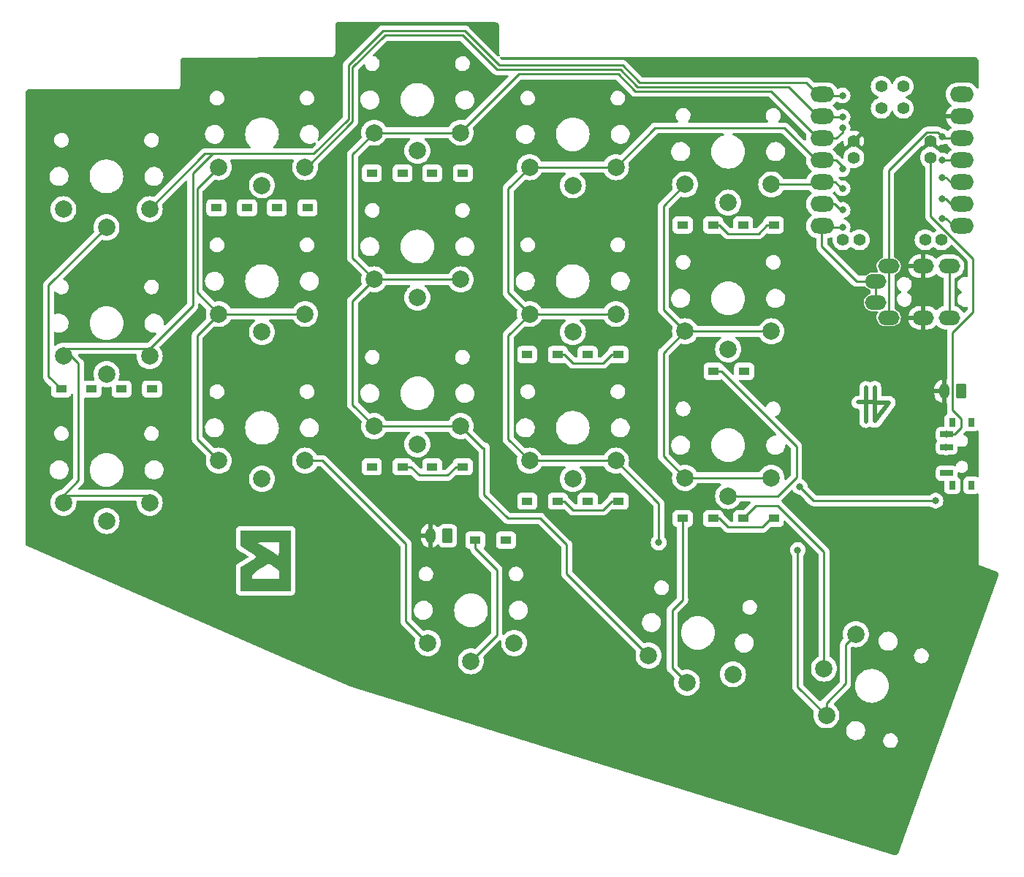
<source format=gtl>
%TF.GenerationSoftware,KiCad,Pcbnew,7.0.1*%
%TF.CreationDate,2023-08-18T18:47:56+06:00*%
%TF.ProjectId,pcb,7063622e-6b69-4636-9164-5f7063625858,rev?*%
%TF.SameCoordinates,Original*%
%TF.FileFunction,Copper,L1,Top*%
%TF.FilePolarity,Positive*%
%FSLAX46Y46*%
G04 Gerber Fmt 4.6, Leading zero omitted, Abs format (unit mm)*
G04 Created by KiCad (PCBNEW 7.0.1) date 2023-08-18 18:47:56*
%MOMM*%
%LPD*%
G01*
G04 APERTURE LIST*
G04 Aperture macros list*
%AMRoundRect*
0 Rectangle with rounded corners*
0 $1 Rounding radius*
0 $2 $3 $4 $5 $6 $7 $8 $9 X,Y pos of 4 corners*
0 Add a 4 corners polygon primitive as box body*
4,1,4,$2,$3,$4,$5,$6,$7,$8,$9,$2,$3,0*
0 Add four circle primitives for the rounded corners*
1,1,$1+$1,$2,$3*
1,1,$1+$1,$4,$5*
1,1,$1+$1,$6,$7*
1,1,$1+$1,$8,$9*
0 Add four rect primitives between the rounded corners*
20,1,$1+$1,$2,$3,$4,$5,0*
20,1,$1+$1,$4,$5,$6,$7,0*
20,1,$1+$1,$6,$7,$8,$9,0*
20,1,$1+$1,$8,$9,$2,$3,0*%
G04 Aperture macros list end*
%TA.AperFunction,NonConductor*%
%ADD10C,0.500000*%
%TD*%
%TA.AperFunction,ComponentPad*%
%ADD11C,2.000000*%
%TD*%
%TA.AperFunction,SMDPad,CuDef*%
%ADD12R,1.300000X0.950000*%
%TD*%
%TA.AperFunction,ComponentPad*%
%ADD13O,2.500000X1.700000*%
%TD*%
%TA.AperFunction,ComponentPad*%
%ADD14RoundRect,0.250000X0.350000X0.625000X-0.350000X0.625000X-0.350000X-0.625000X0.350000X-0.625000X0*%
%TD*%
%TA.AperFunction,ComponentPad*%
%ADD15O,1.200000X1.750000*%
%TD*%
%TA.AperFunction,SMDPad,CuDef*%
%ADD16R,0.800000X1.000000*%
%TD*%
%TA.AperFunction,SMDPad,CuDef*%
%ADD17R,1.500000X0.700000*%
%TD*%
%TA.AperFunction,SMDPad,CuDef*%
%ADD18O,2.750000X1.800000*%
%TD*%
%TA.AperFunction,ComponentPad*%
%ADD19C,1.397000*%
%TD*%
%TA.AperFunction,ViaPad*%
%ADD20C,0.800000*%
%TD*%
%TA.AperFunction,Conductor*%
%ADD21C,0.250000*%
%TD*%
G04 APERTURE END LIST*
D10*
X169140000Y-88060000D02*
X165540000Y-88040000D01*
X169140000Y-88060000D02*
X167500000Y-90222500D01*
X167470000Y-86327500D02*
X167470000Y-90232500D01*
X166440000Y-86345000D02*
X166440000Y-90250000D01*
%TA.AperFunction,EtchedComponent*%
G36*
X93982167Y-104314815D02*
G01*
X95994564Y-104314815D01*
X96149139Y-104424080D01*
X96453470Y-104619368D01*
X96853397Y-104867876D01*
X97294761Y-105136800D01*
X97723404Y-105393334D01*
X98085166Y-105604676D01*
X98325889Y-105738020D01*
X98392758Y-105767403D01*
X98442241Y-105654896D01*
X98476244Y-105360334D01*
X98486601Y-105018769D01*
X98486601Y-104268030D01*
X97214515Y-104268030D01*
X96691448Y-104272272D01*
X96283351Y-104283729D01*
X96039926Y-104300494D01*
X95994564Y-104314815D01*
X93982167Y-104314815D01*
X93982167Y-103800147D01*
X93982167Y-102891675D01*
X96922561Y-102891675D01*
X99862955Y-102891675D01*
X99862955Y-106395124D01*
X99862955Y-109898572D01*
X96922561Y-109898572D01*
X93982167Y-109898572D01*
X93982167Y-108531277D01*
X93982167Y-108522217D01*
X93982167Y-108218780D01*
X95358522Y-108218780D01*
X95358522Y-108522217D01*
X96922561Y-108522217D01*
X98486601Y-108522217D01*
X98486601Y-107989533D01*
X98469118Y-107666133D01*
X98379528Y-107453871D01*
X98162114Y-107266856D01*
X97918447Y-107113671D01*
X97591080Y-106921466D01*
X97361391Y-106796930D01*
X97297269Y-106770493D01*
X97173809Y-106831077D01*
X96888813Y-106993039D01*
X96493926Y-107226694D01*
X96301383Y-107342918D01*
X95826699Y-107644863D01*
X95537067Y-107870246D01*
X95393941Y-108054875D01*
X95358522Y-108218780D01*
X93982167Y-108218780D01*
X93982167Y-107163981D01*
X94764187Y-106695271D01*
X95312924Y-106369127D01*
X95661971Y-106143709D01*
X95818069Y-105978293D01*
X95787965Y-105832156D01*
X95578400Y-105664576D01*
X95196120Y-105434828D01*
X94992876Y-105314315D01*
X93982167Y-104708619D01*
X93982167Y-104314815D01*
G37*
%TD.AperFunction*%
D11*
X145713006Y-120510146D03*
X141286049Y-117377727D03*
X151049010Y-119542123D03*
D12*
X130775000Y-82500000D03*
X127225000Y-82500000D03*
D11*
X150500000Y-98900000D03*
X145500000Y-96800000D03*
X155500000Y-96800000D03*
X150500000Y-81900000D03*
X145500000Y-79800000D03*
X155500000Y-79800000D03*
D13*
X173100000Y-72275000D03*
X173100000Y-78225000D03*
X176100000Y-72275000D03*
X176100000Y-78225000D03*
X167600000Y-74025000D03*
X167600000Y-76475000D03*
X169100000Y-72275000D03*
X169100000Y-78225000D03*
D14*
X118000000Y-103500000D03*
D15*
X116000000Y-103500000D03*
D11*
X114500000Y-58900000D03*
X109500000Y-56800000D03*
X119500000Y-56800000D03*
D12*
X155775000Y-67500000D03*
X152225000Y-67500000D03*
D11*
X78480000Y-67770000D03*
X73480000Y-65670000D03*
X83480000Y-65670000D03*
X96500000Y-96900000D03*
X91500000Y-94800000D03*
X101500000Y-94800000D03*
X96500000Y-62900000D03*
X91500000Y-60800000D03*
X101500000Y-60800000D03*
D12*
X148775000Y-67500000D03*
X145225000Y-67500000D03*
X155775000Y-101500000D03*
X152225000Y-101500000D03*
X137775000Y-99500000D03*
X134225000Y-99500000D03*
X152355000Y-84440000D03*
X148805000Y-84440000D03*
X148775000Y-101500000D03*
X145225000Y-101500000D03*
D11*
X132500000Y-96900000D03*
X127500000Y-94800000D03*
X137500000Y-94800000D03*
D16*
X176470000Y-97650000D03*
X178680000Y-97650000D03*
X176470000Y-90350000D03*
X178680000Y-90350000D03*
D17*
X175820000Y-96250000D03*
X175820000Y-93250000D03*
X175820000Y-91750000D03*
D11*
X150500000Y-64900000D03*
X145500000Y-62800000D03*
X155500000Y-62800000D03*
D12*
X124775000Y-104000000D03*
X121225000Y-104000000D03*
D11*
X114500000Y-92900000D03*
X109500000Y-90800000D03*
X119500000Y-90800000D03*
D12*
X112775000Y-95500000D03*
X109225000Y-95500000D03*
D18*
X161405040Y-52380000D03*
X161405040Y-54920000D03*
X161405040Y-57460000D03*
X161405040Y-60000000D03*
X161405040Y-62540000D03*
X161405040Y-65080000D03*
X161405040Y-67620000D03*
X177594960Y-67620000D03*
X177594960Y-65080000D03*
X177594960Y-62540000D03*
X177594960Y-60000000D03*
X177594960Y-57460000D03*
X177594960Y-54920000D03*
X177594960Y-52380000D03*
D19*
X168230000Y-51428000D03*
X170770000Y-51428000D03*
X168230000Y-53968000D03*
X170770000Y-53968000D03*
X165055000Y-59683000D03*
X165055000Y-57778000D03*
X173310000Y-69208000D03*
X175215000Y-69208000D03*
D12*
X112775000Y-61500000D03*
X109225000Y-61500000D03*
X119775000Y-95500000D03*
X116225000Y-95500000D03*
X119775000Y-61500000D03*
X116225000Y-61500000D03*
X130775000Y-99500000D03*
X127225000Y-99500000D03*
D11*
X114500000Y-75900000D03*
X109500000Y-73800000D03*
X119500000Y-73800000D03*
X161605814Y-118872081D03*
X165289269Y-114891860D03*
X161869067Y-124288787D03*
D12*
X83775000Y-86500000D03*
X80225000Y-86500000D03*
D11*
X132500000Y-62900000D03*
X127500000Y-60800000D03*
X137500000Y-60800000D03*
D14*
X177500000Y-86750000D03*
D15*
X175500000Y-86750000D03*
D11*
X120710000Y-118030000D03*
X115710000Y-115930000D03*
X125710000Y-115930000D03*
D12*
X76775000Y-86500000D03*
X73225000Y-86500000D03*
D11*
X132500000Y-79900000D03*
X127500000Y-77800000D03*
X137500000Y-77800000D03*
X78490000Y-101770000D03*
X73490000Y-99670000D03*
X83490000Y-99670000D03*
X78490000Y-84770000D03*
X73490000Y-82670000D03*
X83490000Y-82670000D03*
D12*
X101775000Y-65500000D03*
X98225000Y-65500000D03*
X94775000Y-65500000D03*
X91225000Y-65500000D03*
X137775000Y-82500000D03*
X134225000Y-82500000D03*
D11*
X96500000Y-79900000D03*
X91500000Y-77800000D03*
X101500000Y-77800000D03*
D19*
X170770000Y-51428000D03*
X168230000Y-51428000D03*
X170770000Y-53968000D03*
X168230000Y-53968000D03*
X173945000Y-59683000D03*
X173945000Y-57778000D03*
X165690000Y-69208000D03*
X163785000Y-69208000D03*
D20*
X158790000Y-97810000D03*
X174520000Y-99440000D03*
X175750000Y-93250000D03*
X151316157Y-106500000D03*
X170690000Y-81810000D03*
X175820000Y-91750000D03*
X94775000Y-65500000D03*
X155775000Y-67500000D03*
X148775000Y-67500000D03*
X76775000Y-86500000D03*
X175250000Y-60000000D03*
X112775000Y-61500000D03*
X73225000Y-86500000D03*
X91225000Y-65500000D03*
X109225000Y-61500000D03*
X145225000Y-67500000D03*
X101775000Y-65500000D03*
X137775000Y-82500000D03*
X175250000Y-62000000D03*
X130775000Y-82500000D03*
X83775000Y-86500000D03*
X119775000Y-61500000D03*
X152225000Y-67500000D03*
X80225000Y-86500000D03*
X98225000Y-65500000D03*
X116225000Y-61500000D03*
X127225000Y-82500000D03*
X112775000Y-95500000D03*
X152330000Y-84450000D03*
X137775000Y-99500000D03*
X175250000Y-64500000D03*
X119775000Y-95500000D03*
X130775000Y-99500000D03*
X134225000Y-82500000D03*
X116225000Y-95500000D03*
X127225000Y-99500000D03*
X134225000Y-99500000D03*
X148775000Y-101500000D03*
X175250000Y-66750000D03*
X155775000Y-101500000D03*
X124775000Y-104000000D03*
X148780000Y-84430000D03*
X121225000Y-104000000D03*
X145225000Y-101500000D03*
X175250000Y-57250000D03*
X163750000Y-67750000D03*
X163750000Y-65750000D03*
X163750000Y-52500000D03*
X163750000Y-54991500D03*
X163750000Y-56250000D03*
X158560000Y-105150000D03*
X163737701Y-61012299D03*
X142450000Y-104290000D03*
X152225000Y-101500000D03*
X163750000Y-63250000D03*
D21*
X158790000Y-97810000D02*
X160420000Y-99440000D01*
X175820000Y-93250000D02*
X175750000Y-93250000D01*
X160420000Y-99440000D02*
X174520000Y-99440000D01*
X178875001Y-77563780D02*
X176500000Y-79938781D01*
X174949695Y-67475000D02*
X174975000Y-67475000D01*
X176500000Y-88971250D02*
X177500000Y-89971250D01*
X177500000Y-91000000D02*
X176750000Y-91750000D01*
X173945000Y-59683000D02*
X173945000Y-66470305D01*
X178875001Y-71375001D02*
X178875001Y-77563780D01*
X174975000Y-67475000D02*
X178875001Y-71375001D01*
X173945000Y-66470305D02*
X174949695Y-67475000D01*
X176500000Y-79938781D02*
X176500000Y-88971250D01*
X176750000Y-91750000D02*
X175820000Y-91750000D01*
X177500000Y-89971250D02*
X177500000Y-91000000D01*
X175250000Y-60000000D02*
X178069960Y-60000000D01*
X155000000Y-67500000D02*
X155775000Y-67500000D01*
X154000000Y-68500000D02*
X155000000Y-67500000D01*
X148775000Y-67500000D02*
X149500000Y-67500000D01*
X150500000Y-68500000D02*
X154000000Y-68500000D01*
X149500000Y-67500000D02*
X150500000Y-68500000D01*
X73225000Y-86500000D02*
X71765000Y-85040000D01*
X71765000Y-74485000D02*
X78480000Y-67770000D01*
X71765000Y-85040000D02*
X71765000Y-74485000D01*
X175250000Y-62000000D02*
X175750000Y-62000000D01*
X137000000Y-82500000D02*
X137775000Y-82500000D01*
X176290000Y-62540000D02*
X178069960Y-62540000D01*
X132500000Y-83500000D02*
X136000000Y-83500000D01*
X175750000Y-62000000D02*
X176290000Y-62540000D01*
X130775000Y-82500000D02*
X131500000Y-82500000D01*
X131500000Y-82500000D02*
X132500000Y-83500000D01*
X136000000Y-83500000D02*
X137000000Y-82500000D01*
X130775000Y-99500000D02*
X131500000Y-99500000D01*
X131500000Y-99500000D02*
X132500000Y-100500000D01*
X175750000Y-64500000D02*
X176330000Y-65080000D01*
X114750000Y-96500000D02*
X113750000Y-95500000D01*
X118000000Y-96500000D02*
X114750000Y-96500000D01*
X176330000Y-65080000D02*
X178069960Y-65080000D01*
X137000000Y-99500000D02*
X137775000Y-99500000D01*
X175250000Y-64500000D02*
X175750000Y-64500000D01*
X113750000Y-95500000D02*
X112775000Y-95500000D01*
X119775000Y-95500000D02*
X119000000Y-95500000D01*
X119000000Y-95500000D02*
X118000000Y-96500000D01*
X132500000Y-100500000D02*
X136000000Y-100500000D01*
X136000000Y-100500000D02*
X137000000Y-99500000D01*
X176620000Y-67620000D02*
X178069960Y-67620000D01*
X155500000Y-101500000D02*
X154500000Y-102500000D01*
X175750000Y-66750000D02*
X176620000Y-67620000D01*
X150500000Y-102500000D02*
X149500000Y-101500000D01*
X155775000Y-101500000D02*
X155500000Y-101500000D01*
X154500000Y-102500000D02*
X150500000Y-102500000D01*
X175250000Y-66750000D02*
X175750000Y-66750000D01*
X149500000Y-101500000D02*
X148775000Y-101500000D01*
X148805000Y-84440000D02*
X148795000Y-84440000D01*
X149705000Y-84440000D02*
X158400000Y-93135000D01*
X158400000Y-96720000D02*
X156220000Y-98900000D01*
X158400000Y-93135000D02*
X158400000Y-96720000D01*
X148795000Y-84440000D02*
X148780000Y-84430000D01*
X148815000Y-84440000D02*
X149705000Y-84440000D01*
X148780000Y-84430000D02*
X148815000Y-84440000D01*
X156220000Y-98900000D02*
X150500000Y-98900000D01*
X120710000Y-118030000D02*
X123720000Y-115020000D01*
X123720000Y-115020000D02*
X123720000Y-107460000D01*
X123720000Y-107460000D02*
X121225000Y-104965000D01*
X121225000Y-104965000D02*
X121225000Y-104000000D01*
X144010000Y-118807140D02*
X144010000Y-112150000D01*
X144010000Y-112150000D02*
X145240000Y-110920000D01*
X145225000Y-110905000D02*
X145225000Y-101500000D01*
X145240000Y-110920000D02*
X145225000Y-110905000D01*
X145713006Y-120510146D02*
X144010000Y-118807140D01*
X169250000Y-72175000D02*
X169100000Y-72025000D01*
X169125000Y-72300000D02*
X169100000Y-72275000D01*
X175460000Y-57460000D02*
X178069960Y-57460000D01*
X169100000Y-78225000D02*
X169125000Y-78200000D01*
X174754500Y-56754500D02*
X175250000Y-57250000D01*
X169125000Y-78200000D02*
X169125000Y-72300000D01*
X175250000Y-57250000D02*
X175460000Y-57460000D01*
X173521052Y-56754500D02*
X174754500Y-56754500D01*
X169100000Y-61175552D02*
X173521052Y-56754500D01*
X169100000Y-72025000D02*
X169100000Y-61175552D01*
X163750000Y-67750000D02*
X161060040Y-67750000D01*
X161060040Y-67750000D02*
X160930040Y-67620000D01*
X165395000Y-74025000D02*
X161340000Y-69970000D01*
X161340000Y-68029960D02*
X160930040Y-67620000D01*
X176100000Y-78225000D02*
X176100000Y-72275000D01*
X161120000Y-67620000D02*
X160930040Y-67620000D01*
X167600000Y-74025000D02*
X165395000Y-74025000D01*
X161340000Y-69970000D02*
X161340000Y-68029960D01*
X167600000Y-76475000D02*
X167600000Y-74025000D01*
X162830000Y-65080000D02*
X160930040Y-65080000D01*
X163500000Y-65750000D02*
X162830000Y-65080000D01*
X163750000Y-65750000D02*
X163500000Y-65750000D01*
X75250000Y-83550000D02*
X75250000Y-97050000D01*
X159550040Y-51000000D02*
X160930040Y-52380000D01*
X161050040Y-52500000D02*
X160930040Y-52380000D01*
X83500000Y-81800000D02*
X88500000Y-76800000D01*
X88500000Y-61500000D02*
X90750000Y-59250000D01*
X106500000Y-49000000D02*
X110500000Y-45000000D01*
X124000000Y-49000000D02*
X138250000Y-49000000D01*
X138250000Y-49000000D02*
X140250000Y-51000000D01*
X102500000Y-59250000D02*
X106500000Y-55250000D01*
X83480000Y-65670000D02*
X89900000Y-59250000D01*
X73500000Y-81800000D02*
X75250000Y-83550000D01*
X90750000Y-59250000D02*
X91300000Y-59250000D01*
X140250000Y-51000000D02*
X159550040Y-51000000D01*
X88500000Y-76800000D02*
X88500000Y-61500000D01*
X163750000Y-52500000D02*
X161050040Y-52500000D01*
X110500000Y-45000000D02*
X120000000Y-45000000D01*
X106500000Y-55250000D02*
X106500000Y-49000000D01*
X75250000Y-97050000D02*
X73500000Y-98800000D01*
X91300000Y-59250000D02*
X102500000Y-59250000D01*
X89900000Y-59250000D02*
X91300000Y-59250000D01*
X120000000Y-45000000D02*
X124000000Y-49000000D01*
X73500000Y-98800000D02*
X83500000Y-98800000D01*
X73500000Y-81800000D02*
X83500000Y-81800000D01*
X119750000Y-45500000D02*
X123750000Y-49500000D01*
X91500000Y-60800000D02*
X89000000Y-63300000D01*
X140000000Y-51500000D02*
X157510040Y-51500000D01*
X110750000Y-45500000D02*
X119750000Y-45500000D01*
X101500000Y-60800000D02*
X101700000Y-60800000D01*
X103530000Y-94800000D02*
X113170000Y-104440000D01*
X138000000Y-49500000D02*
X140000000Y-51500000D01*
X123750000Y-49500000D02*
X138000000Y-49500000D01*
X107000000Y-55500000D02*
X107000000Y-49250000D01*
X89000000Y-75300000D02*
X91500000Y-77800000D01*
X157510040Y-51500000D02*
X160930040Y-54920000D01*
X89000000Y-63300000D02*
X89000000Y-75300000D01*
X101700000Y-60800000D02*
X107000000Y-55500000D01*
X89000000Y-92300000D02*
X91500000Y-94800000D01*
X107000000Y-49250000D02*
X110750000Y-45500000D01*
X163750000Y-54991500D02*
X161001540Y-54991500D01*
X91500000Y-77800000D02*
X89000000Y-80300000D01*
X91500000Y-77800000D02*
X101500000Y-77800000D01*
X161001540Y-54991500D02*
X160930040Y-54920000D01*
X89000000Y-80300000D02*
X89000000Y-92300000D01*
X113170000Y-104440000D02*
X113170000Y-113390000D01*
X101500000Y-94800000D02*
X103530000Y-94800000D01*
X113170000Y-113390000D02*
X115710000Y-115930000D01*
X139750000Y-52000000D02*
X155470040Y-52000000D01*
X163040000Y-57460000D02*
X160930040Y-57460000D01*
X122240000Y-93310000D02*
X122010000Y-93310000D01*
X155470040Y-52000000D02*
X160930040Y-57460000D01*
X119500000Y-56800000D02*
X119500000Y-56750000D01*
X107000000Y-88300000D02*
X109500000Y-90800000D01*
X107000000Y-59300000D02*
X107000000Y-71300000D01*
X124960000Y-101480000D02*
X122240000Y-98760000D01*
X107000000Y-76300000D02*
X107000000Y-88300000D01*
X119500000Y-56750000D02*
X126250000Y-50000000D01*
X107000000Y-71300000D02*
X109500000Y-73800000D01*
X131790000Y-104520000D02*
X128750000Y-101480000D01*
X109500000Y-56800000D02*
X107000000Y-59300000D01*
X163750000Y-56250000D02*
X163750000Y-56750000D01*
X122010000Y-93310000D02*
X119500000Y-90800000D01*
X109500000Y-73800000D02*
X119500000Y-73800000D01*
X128750000Y-101480000D02*
X124960000Y-101480000D01*
X137750000Y-50000000D02*
X139750000Y-52000000D01*
X122240000Y-98760000D02*
X122240000Y-93310000D01*
X109500000Y-90800000D02*
X119500000Y-90800000D01*
X126250000Y-50000000D02*
X137750000Y-50000000D01*
X109500000Y-56800000D02*
X119500000Y-56800000D01*
X141286049Y-117377727D02*
X131790000Y-107881678D01*
X163750000Y-56750000D02*
X163040000Y-57460000D01*
X131790000Y-107881678D02*
X131790000Y-104520000D01*
X109500000Y-73800000D02*
X107000000Y-76300000D01*
X158560000Y-120979720D02*
X158560000Y-105150000D01*
X161869067Y-122874574D02*
X164110000Y-120633641D01*
X142450000Y-99750000D02*
X137500000Y-94800000D01*
X161869067Y-124288787D02*
X158560000Y-120979720D01*
X125000000Y-92300000D02*
X127500000Y-94800000D01*
X161869067Y-124288787D02*
X161869067Y-122874574D01*
X142050000Y-56250000D02*
X157000000Y-56250000D01*
X142450000Y-104290000D02*
X142450000Y-99750000D01*
X163000000Y-60000000D02*
X160930040Y-60000000D01*
X125000000Y-63300000D02*
X125000000Y-75300000D01*
X127500000Y-60800000D02*
X137500000Y-60800000D01*
X137500000Y-60800000D02*
X142050000Y-56250000D01*
X157000000Y-56250000D02*
X160750000Y-60000000D01*
X127500000Y-77800000D02*
X125000000Y-80300000D01*
X127500000Y-94800000D02*
X137500000Y-94800000D01*
X127500000Y-77800000D02*
X137500000Y-77800000D01*
X160750000Y-60000000D02*
X160930040Y-60000000D01*
X125000000Y-80300000D02*
X125000000Y-92300000D01*
X125000000Y-75300000D02*
X127500000Y-77800000D01*
X163737701Y-61012299D02*
X163737701Y-60737701D01*
X164110000Y-120633641D02*
X164110000Y-116071129D01*
X163737701Y-60737701D02*
X163000000Y-60000000D01*
X164110000Y-116071129D02*
X165289269Y-114891860D01*
X127500000Y-60800000D02*
X125000000Y-63300000D01*
X161605814Y-118872081D02*
X161605814Y-105345814D01*
X156270000Y-100010000D02*
X153715000Y-100010000D01*
X161605814Y-105345814D02*
X156270000Y-100010000D01*
X153715000Y-100010000D02*
X152225000Y-101500000D01*
X143000000Y-77300000D02*
X145500000Y-79800000D01*
X143000000Y-82300000D02*
X145500000Y-79800000D01*
X155500000Y-62800000D02*
X160670040Y-62800000D01*
X163750000Y-63250000D02*
X163597510Y-63250000D01*
X162887510Y-62540000D02*
X160930040Y-62540000D01*
X143000000Y-65300000D02*
X143000000Y-77300000D01*
X160670040Y-62800000D02*
X160930040Y-62540000D01*
X145500000Y-96800000D02*
X155500000Y-96800000D01*
X145500000Y-62800000D02*
X143000000Y-65300000D01*
X163597510Y-63250000D02*
X162887510Y-62540000D01*
X145500000Y-79800000D02*
X155500000Y-79800000D01*
X143000000Y-94300000D02*
X143000000Y-82300000D01*
X145500000Y-96800000D02*
X143000000Y-94300000D01*
%TA.AperFunction,Conductor*%
G36*
X123490403Y-44007428D02*
G01*
X123490687Y-44007485D01*
X123534759Y-44007485D01*
X123551189Y-44008561D01*
X123560165Y-44009743D01*
X123563258Y-44010191D01*
X123646257Y-44023340D01*
X123674746Y-44031374D01*
X123699989Y-44041831D01*
X123708922Y-44045950D01*
X123760278Y-44072118D01*
X123779774Y-44084419D01*
X123804708Y-44103552D01*
X123817098Y-44114419D01*
X123855579Y-44152900D01*
X123866446Y-44165290D01*
X123885579Y-44190224D01*
X123897883Y-44209725D01*
X123924042Y-44261064D01*
X123928177Y-44270033D01*
X123937005Y-44291343D01*
X123938620Y-44295241D01*
X123946659Y-44323744D01*
X123959796Y-44406666D01*
X123960269Y-44409929D01*
X123961433Y-44418767D01*
X123962512Y-44435268D01*
X123961338Y-47527662D01*
X123961338Y-47528162D01*
X123961333Y-47589064D01*
X123988430Y-47707810D01*
X124024036Y-47781751D01*
X124035719Y-47850528D01*
X124009021Y-47914979D01*
X123952126Y-47955347D01*
X123882474Y-47959258D01*
X123821417Y-47925512D01*
X120507244Y-44611339D01*
X120494171Y-44595021D01*
X120442349Y-44546357D01*
X120439537Y-44543632D01*
X120419770Y-44523865D01*
X120416575Y-44521386D01*
X120407553Y-44513681D01*
X120375320Y-44483413D01*
X120357567Y-44473653D01*
X120341041Y-44462797D01*
X120325041Y-44450386D01*
X120284466Y-44432828D01*
X120273804Y-44427604D01*
X120235063Y-44406305D01*
X120221313Y-44402775D01*
X120215437Y-44401266D01*
X120196731Y-44394862D01*
X120178145Y-44386819D01*
X120134475Y-44379902D01*
X120122853Y-44377495D01*
X120113050Y-44374978D01*
X120080030Y-44366500D01*
X120080029Y-44366500D01*
X120059776Y-44366500D01*
X120040066Y-44364949D01*
X120020057Y-44361779D01*
X119976039Y-44365941D01*
X119964181Y-44366500D01*
X110583853Y-44366500D01*
X110563064Y-44364204D01*
X110492014Y-44366438D01*
X110488055Y-44366500D01*
X110460139Y-44366500D01*
X110456123Y-44367007D01*
X110444303Y-44367937D01*
X110400110Y-44369326D01*
X110380657Y-44374978D01*
X110361303Y-44378986D01*
X110341204Y-44381525D01*
X110300096Y-44397801D01*
X110288870Y-44401644D01*
X110246408Y-44413981D01*
X110228964Y-44424297D01*
X110211215Y-44432991D01*
X110192384Y-44440446D01*
X110156625Y-44466427D01*
X110146706Y-44472943D01*
X110108636Y-44495457D01*
X110094309Y-44509785D01*
X110079279Y-44522622D01*
X110062894Y-44534526D01*
X110034711Y-44568593D01*
X110026723Y-44577370D01*
X106111336Y-48492757D01*
X106095016Y-48505833D01*
X106046370Y-48557635D01*
X106043620Y-48560473D01*
X106023868Y-48580226D01*
X106023864Y-48580230D01*
X106023865Y-48580230D01*
X106021379Y-48583433D01*
X106013687Y-48592439D01*
X105983413Y-48624678D01*
X105973652Y-48642434D01*
X105962801Y-48658952D01*
X105950385Y-48674959D01*
X105932824Y-48715539D01*
X105927604Y-48726195D01*
X105906304Y-48764940D01*
X105901267Y-48784559D01*
X105894864Y-48803261D01*
X105886818Y-48821855D01*
X105879901Y-48865524D01*
X105877495Y-48877144D01*
X105866500Y-48919970D01*
X105866500Y-48940224D01*
X105864949Y-48959934D01*
X105861779Y-48979942D01*
X105865941Y-49023961D01*
X105866500Y-49035819D01*
X105866500Y-54935405D01*
X105856909Y-54983623D01*
X105829595Y-55024500D01*
X103150627Y-57703467D01*
X103099421Y-57734540D01*
X103039652Y-57738458D01*
X102984828Y-57714334D01*
X102947337Y-57667621D01*
X102935652Y-57608875D01*
X102952411Y-57551375D01*
X103005604Y-57459244D01*
X103074344Y-57260633D01*
X103104254Y-57052602D01*
X103094254Y-56842670D01*
X103044704Y-56638424D01*
X102960126Y-56453224D01*
X102957396Y-56447246D01*
X102835484Y-56276045D01*
X102683379Y-56131015D01*
X102683378Y-56131014D01*
X102510366Y-56019825D01*
X102506568Y-56017384D01*
X102311460Y-55939275D01*
X102105085Y-55899500D01*
X101947575Y-55899500D01*
X101947570Y-55899500D01*
X101790785Y-55914471D01*
X101732586Y-55931559D01*
X101589125Y-55973684D01*
X101438182Y-56051500D01*
X101402316Y-56069990D01*
X101237114Y-56199908D01*
X101099480Y-56358744D01*
X100994396Y-56540755D01*
X100925655Y-56739369D01*
X100895745Y-56947396D01*
X100905745Y-57157329D01*
X100955295Y-57361574D01*
X101042603Y-57552753D01*
X101164515Y-57723954D01*
X101253088Y-57808407D01*
X101316622Y-57868986D01*
X101465309Y-57964542D01*
X101493431Y-57982615D01*
X101688539Y-58060724D01*
X101688541Y-58060724D01*
X101688543Y-58060725D01*
X101894915Y-58100500D01*
X102052425Y-58100500D01*
X102052430Y-58100500D01*
X102139532Y-58092182D01*
X102209218Y-58085528D01*
X102410875Y-58026316D01*
X102553268Y-57952907D01*
X102622383Y-57939416D01*
X102687945Y-57965121D01*
X102729472Y-58021994D01*
X102733995Y-58092270D01*
X102700098Y-58153996D01*
X102274497Y-58579597D01*
X102233623Y-58606909D01*
X102185405Y-58616500D01*
X97946114Y-58616500D01*
X97888911Y-58602767D01*
X97844178Y-58564561D01*
X97821665Y-58510211D01*
X97826281Y-58451564D01*
X97857019Y-58401405D01*
X97977853Y-58280570D01*
X97977852Y-58280570D01*
X97977855Y-58280568D01*
X98145056Y-58057213D01*
X98278769Y-57812337D01*
X98376271Y-57550923D01*
X98380477Y-57531592D01*
X98435577Y-57278298D01*
X98435576Y-57278298D01*
X98435578Y-57278294D01*
X98455482Y-57000000D01*
X98435578Y-56721706D01*
X98420545Y-56652600D01*
X98376273Y-56449083D01*
X98375588Y-56447246D01*
X98278769Y-56187663D01*
X98145056Y-55942787D01*
X98143110Y-55940188D01*
X97977853Y-55719429D01*
X97780570Y-55522146D01*
X97557215Y-55354945D01*
X97466599Y-55305465D01*
X97312337Y-55221231D01*
X97151028Y-55161066D01*
X97050916Y-55123726D01*
X96778298Y-55064422D01*
X96611384Y-55052484D01*
X96569657Y-55049500D01*
X96430343Y-55049500D01*
X96395570Y-55051986D01*
X96221701Y-55064422D01*
X95949083Y-55123726D01*
X95753016Y-55196855D01*
X95687663Y-55221231D01*
X95687661Y-55221231D01*
X95687661Y-55221232D01*
X95442784Y-55354945D01*
X95219429Y-55522146D01*
X95022146Y-55719429D01*
X94854945Y-55942784D01*
X94723201Y-56184055D01*
X94721231Y-56187663D01*
X94706964Y-56225914D01*
X94623726Y-56449083D01*
X94564422Y-56721701D01*
X94544517Y-57000000D01*
X94564422Y-57278298D01*
X94623726Y-57550916D01*
X94626190Y-57557521D01*
X94721231Y-57812337D01*
X94792691Y-57943206D01*
X94854945Y-58057215D01*
X95022146Y-58280570D01*
X95142981Y-58401405D01*
X95173719Y-58451564D01*
X95178335Y-58510211D01*
X95155822Y-58564561D01*
X95111089Y-58602767D01*
X95053886Y-58616500D01*
X91380030Y-58616500D01*
X90833854Y-58616500D01*
X90813064Y-58614204D01*
X90742002Y-58616438D01*
X90738044Y-58616500D01*
X89983853Y-58616500D01*
X89963064Y-58614204D01*
X89892014Y-58616438D01*
X89888055Y-58616500D01*
X89860139Y-58616500D01*
X89856123Y-58617007D01*
X89844304Y-58617937D01*
X89800111Y-58619326D01*
X89780658Y-58624978D01*
X89761304Y-58628986D01*
X89741205Y-58631525D01*
X89732211Y-58635086D01*
X89700091Y-58647802D01*
X89688874Y-58651643D01*
X89646407Y-58663982D01*
X89628964Y-58674297D01*
X89611217Y-58682990D01*
X89592384Y-58690446D01*
X89556611Y-58716437D01*
X89546693Y-58722951D01*
X89508639Y-58745457D01*
X89494312Y-58759783D01*
X89479283Y-58772618D01*
X89462894Y-58784525D01*
X89434701Y-58818604D01*
X89426713Y-58827381D01*
X84058458Y-64195635D01*
X84003565Y-64227809D01*
X83939949Y-64229059D01*
X83716711Y-64175465D01*
X83480000Y-64156835D01*
X83243288Y-64175464D01*
X83012405Y-64230895D01*
X82793033Y-64321761D01*
X82590584Y-64445823D01*
X82410030Y-64600030D01*
X82255823Y-64780584D01*
X82131761Y-64983033D01*
X82040895Y-65202405D01*
X81985464Y-65433288D01*
X81966835Y-65670000D01*
X81985464Y-65906711D01*
X82040895Y-66137594D01*
X82131761Y-66356966D01*
X82255823Y-66559415D01*
X82410030Y-66739969D01*
X82590584Y-66894176D01*
X82793033Y-67018238D01*
X82793035Y-67018238D01*
X82793037Y-67018240D01*
X83012406Y-67109105D01*
X83187858Y-67151227D01*
X83243288Y-67164535D01*
X83260558Y-67165894D01*
X83480000Y-67183165D01*
X83716711Y-67164535D01*
X83947594Y-67109105D01*
X84166963Y-67018240D01*
X84369416Y-66894176D01*
X84549969Y-66739969D01*
X84704176Y-66559416D01*
X84828240Y-66356963D01*
X84919105Y-66137594D01*
X84974535Y-65906711D01*
X84993165Y-65670000D01*
X84974535Y-65433289D01*
X84920939Y-65210045D01*
X84922189Y-65146433D01*
X84954360Y-65091542D01*
X87651407Y-62394497D01*
X87701564Y-62363762D01*
X87760211Y-62359146D01*
X87814561Y-62381659D01*
X87852767Y-62426392D01*
X87866500Y-62483595D01*
X87866500Y-76485406D01*
X87856909Y-76533624D01*
X87829595Y-76574501D01*
X85296916Y-79107178D01*
X85243319Y-79138979D01*
X85181037Y-79141203D01*
X85125308Y-79113307D01*
X85089765Y-79062115D01*
X85083104Y-79000150D01*
X85084844Y-78988054D01*
X85094254Y-78922602D01*
X85090346Y-78840571D01*
X85084254Y-78712670D01*
X85034704Y-78508425D01*
X85027963Y-78493665D01*
X84974813Y-78377282D01*
X84947396Y-78317246D01*
X84825484Y-78146045D01*
X84673379Y-78001015D01*
X84673378Y-78001014D01*
X84577040Y-77939101D01*
X84496568Y-77887384D01*
X84301460Y-77809275D01*
X84095085Y-77769500D01*
X83937575Y-77769500D01*
X83937570Y-77769500D01*
X83780785Y-77784471D01*
X83780781Y-77784472D01*
X83780782Y-77784472D01*
X83579125Y-77843684D01*
X83491573Y-77888820D01*
X83392316Y-77939990D01*
X83227114Y-78069908D01*
X83089480Y-78228744D01*
X82984396Y-78410755D01*
X82915655Y-78609369D01*
X82885745Y-78817396D01*
X82895745Y-79027329D01*
X82945295Y-79231574D01*
X83032603Y-79422753D01*
X83154515Y-79593954D01*
X83269637Y-79703721D01*
X83306622Y-79738986D01*
X83417386Y-79810170D01*
X83483431Y-79852615D01*
X83678539Y-79930724D01*
X83678541Y-79930724D01*
X83678543Y-79930725D01*
X83884915Y-79970500D01*
X84042425Y-79970500D01*
X84042429Y-79970500D01*
X84125974Y-79962522D01*
X84186447Y-79971657D01*
X84235494Y-80008191D01*
X84261560Y-80063516D01*
X84258505Y-80124598D01*
X84227047Y-80177046D01*
X83274497Y-81129597D01*
X83233623Y-81156909D01*
X83185405Y-81166500D01*
X73617759Y-81166500D01*
X73607873Y-81166112D01*
X73490000Y-81156835D01*
X73253288Y-81175464D01*
X73022405Y-81230895D01*
X72803033Y-81321761D01*
X72592129Y-81451005D01*
X72590346Y-81448097D01*
X72541757Y-81469918D01*
X72471745Y-81459529D01*
X72418379Y-81413035D01*
X72398500Y-81345105D01*
X72398500Y-80004778D01*
X72413202Y-79945713D01*
X72453876Y-79900431D01*
X72511031Y-79879500D01*
X72571329Y-79887804D01*
X72678539Y-79930724D01*
X72678541Y-79930724D01*
X72678543Y-79930725D01*
X72884915Y-79970500D01*
X73042425Y-79970500D01*
X73042430Y-79970500D01*
X73129532Y-79962182D01*
X73199218Y-79955528D01*
X73400875Y-79896316D01*
X73587682Y-79800011D01*
X73752886Y-79670092D01*
X73890519Y-79511256D01*
X73995604Y-79329244D01*
X74064344Y-79130633D01*
X74094254Y-78922602D01*
X74091748Y-78870000D01*
X76534517Y-78870000D01*
X76554422Y-79148298D01*
X76613726Y-79420916D01*
X76618012Y-79432406D01*
X76711231Y-79682337D01*
X76784176Y-79815925D01*
X76844945Y-79927215D01*
X77012146Y-80150570D01*
X77209429Y-80347853D01*
X77345951Y-80450052D01*
X77432787Y-80515056D01*
X77677663Y-80648769D01*
X77939077Y-80746271D01*
X77939078Y-80746271D01*
X77939083Y-80746273D01*
X78211701Y-80805577D01*
X78211706Y-80805578D01*
X78420343Y-80820500D01*
X78559656Y-80820500D01*
X78559657Y-80820500D01*
X78768294Y-80805578D01*
X78842594Y-80789415D01*
X79040916Y-80746273D01*
X79040919Y-80746271D01*
X79040923Y-80746271D01*
X79302337Y-80648769D01*
X79547213Y-80515056D01*
X79770568Y-80347855D01*
X79967855Y-80150568D01*
X80135056Y-79927213D01*
X80268769Y-79682337D01*
X80366271Y-79420923D01*
X80380790Y-79354184D01*
X80417693Y-79184540D01*
X80425578Y-79148294D01*
X80445482Y-78870000D01*
X80425578Y-78591706D01*
X80421785Y-78574270D01*
X80366273Y-78319083D01*
X80361194Y-78305465D01*
X80268769Y-78057663D01*
X80135056Y-77812787D01*
X80124615Y-77798840D01*
X79967853Y-77589429D01*
X79770570Y-77392146D01*
X79547215Y-77224945D01*
X79505917Y-77202395D01*
X79302337Y-77091231D01*
X79141028Y-77031066D01*
X79040916Y-76993726D01*
X78768298Y-76934422D01*
X78601384Y-76922484D01*
X78559657Y-76919500D01*
X78420343Y-76919500D01*
X78385570Y-76921986D01*
X78211701Y-76934422D01*
X77939083Y-76993726D01*
X77768869Y-77057213D01*
X77677663Y-77091231D01*
X77677661Y-77091231D01*
X77677661Y-77091232D01*
X77432784Y-77224945D01*
X77209429Y-77392146D01*
X77012146Y-77589429D01*
X76844945Y-77812784D01*
X76711232Y-78057661D01*
X76613726Y-78319083D01*
X76554422Y-78591701D01*
X76534517Y-78870000D01*
X74091748Y-78870000D01*
X74084254Y-78712670D01*
X74034704Y-78508424D01*
X73974813Y-78377282D01*
X73947396Y-78317246D01*
X73825484Y-78146045D01*
X73673379Y-78001015D01*
X73673378Y-78001014D01*
X73577040Y-77939101D01*
X73496568Y-77887384D01*
X73301460Y-77809275D01*
X73095085Y-77769500D01*
X72937575Y-77769500D01*
X72937570Y-77769500D01*
X72780785Y-77784471D01*
X72780781Y-77784472D01*
X72780782Y-77784472D01*
X72579125Y-77843684D01*
X72579122Y-77843685D01*
X72567582Y-77847074D01*
X72567109Y-77845465D01*
X72520000Y-77856007D01*
X72458919Y-77837675D01*
X72414638Y-77791783D01*
X72398500Y-77730087D01*
X72398500Y-75300703D01*
X72413177Y-75241684D01*
X72453790Y-75196414D01*
X72510877Y-75175442D01*
X72571137Y-75183652D01*
X72620532Y-75219132D01*
X72680292Y-75289486D01*
X72681663Y-75291100D01*
X72828936Y-75403054D01*
X72996833Y-75480732D01*
X73132335Y-75510557D01*
X73177502Y-75520500D01*
X73177503Y-75520500D01*
X73316113Y-75520500D01*
X73316116Y-75520500D01*
X73419460Y-75509260D01*
X73453910Y-75505514D01*
X73571924Y-75465750D01*
X73629219Y-75446445D01*
X73629221Y-75446444D01*
X73787736Y-75351070D01*
X73922041Y-75223849D01*
X74025858Y-75070730D01*
X74094331Y-74898875D01*
X74124260Y-74716317D01*
X74119238Y-74623683D01*
X82855739Y-74623683D01*
X82865755Y-74808407D01*
X82915245Y-74986658D01*
X83001899Y-75150103D01*
X83112718Y-75280570D01*
X83121663Y-75291100D01*
X83268936Y-75403054D01*
X83436833Y-75480732D01*
X83572335Y-75510557D01*
X83617502Y-75520500D01*
X83617503Y-75520500D01*
X83756113Y-75520500D01*
X83756116Y-75520500D01*
X83859460Y-75509260D01*
X83893910Y-75505514D01*
X84011924Y-75465750D01*
X84069219Y-75446445D01*
X84069221Y-75446444D01*
X84227736Y-75351070D01*
X84362041Y-75223849D01*
X84465858Y-75070730D01*
X84534331Y-74898875D01*
X84564260Y-74716317D01*
X84554245Y-74531593D01*
X84504754Y-74353341D01*
X84418100Y-74189896D01*
X84361895Y-74123726D01*
X84298338Y-74048901D01*
X84291993Y-74044078D01*
X84151064Y-73936946D01*
X83983167Y-73859268D01*
X83983163Y-73859267D01*
X83802498Y-73819500D01*
X83802497Y-73819500D01*
X83663887Y-73819500D01*
X83663884Y-73819500D01*
X83526090Y-73834485D01*
X83350780Y-73893554D01*
X83192262Y-73988931D01*
X83057959Y-74116150D01*
X82954141Y-74269270D01*
X82885669Y-74441124D01*
X82855739Y-74623683D01*
X74119238Y-74623683D01*
X74114245Y-74531593D01*
X74064754Y-74353341D01*
X73978100Y-74189896D01*
X73921895Y-74123726D01*
X73858338Y-74048901D01*
X73851993Y-74044078D01*
X73711064Y-73936946D01*
X73543167Y-73859268D01*
X73543164Y-73859267D01*
X73531617Y-73853925D01*
X73484734Y-73816499D01*
X73460470Y-73761636D01*
X73464326Y-73701771D01*
X73495426Y-73650477D01*
X77901542Y-69244361D01*
X77956434Y-69212189D01*
X78020049Y-69210940D01*
X78025252Y-69212189D01*
X78243283Y-69264534D01*
X78243285Y-69264534D01*
X78243289Y-69264535D01*
X78480000Y-69283165D01*
X78716711Y-69264535D01*
X78947594Y-69209105D01*
X79166963Y-69118240D01*
X79369416Y-68994176D01*
X79549969Y-68839969D01*
X79704176Y-68659416D01*
X79828240Y-68456963D01*
X79919105Y-68237594D01*
X79974535Y-68006711D01*
X79993165Y-67770000D01*
X79974535Y-67533289D01*
X79919105Y-67302406D01*
X79828240Y-67083037D01*
X79820945Y-67071133D01*
X79704176Y-66880584D01*
X79549969Y-66700030D01*
X79369415Y-66545823D01*
X79166966Y-66421761D01*
X78947594Y-66330895D01*
X78716711Y-66275464D01*
X78480000Y-66256835D01*
X78243288Y-66275464D01*
X78012405Y-66330895D01*
X77793033Y-66421761D01*
X77590584Y-66545823D01*
X77410030Y-66700030D01*
X77255823Y-66880584D01*
X77131761Y-67083033D01*
X77040895Y-67302405D01*
X76985464Y-67533288D01*
X76966835Y-67770000D01*
X76985465Y-68006711D01*
X77039059Y-68229950D01*
X77037809Y-68293566D01*
X77005635Y-68348459D01*
X71376336Y-73977757D01*
X71360016Y-73990833D01*
X71311370Y-74042635D01*
X71308620Y-74045473D01*
X71288868Y-74065226D01*
X71288864Y-74065230D01*
X71288865Y-74065230D01*
X71286379Y-74068433D01*
X71278687Y-74077439D01*
X71248413Y-74109678D01*
X71238652Y-74127434D01*
X71227801Y-74143952D01*
X71215385Y-74159959D01*
X71197824Y-74200539D01*
X71192604Y-74211195D01*
X71171304Y-74249940D01*
X71166267Y-74269559D01*
X71159864Y-74288261D01*
X71151818Y-74306855D01*
X71144901Y-74350524D01*
X71142495Y-74362144D01*
X71131500Y-74404970D01*
X71131500Y-74425224D01*
X71129949Y-74444934D01*
X71126779Y-74464942D01*
X71130941Y-74508961D01*
X71131500Y-74520819D01*
X71131500Y-84956147D01*
X71129204Y-84976935D01*
X71131438Y-85047986D01*
X71131500Y-85051945D01*
X71131500Y-85079857D01*
X71132007Y-85083873D01*
X71132937Y-85095696D01*
X71134326Y-85139892D01*
X71139977Y-85159341D01*
X71143986Y-85178696D01*
X71146525Y-85198794D01*
X71146525Y-85198796D01*
X71146526Y-85198797D01*
X71155408Y-85221232D01*
X71162801Y-85239903D01*
X71166644Y-85251130D01*
X71178980Y-85293590D01*
X71189294Y-85311030D01*
X71197987Y-85328774D01*
X71203336Y-85342282D01*
X71205449Y-85347619D01*
X71231431Y-85383380D01*
X71237948Y-85393301D01*
X71260458Y-85431363D01*
X71274778Y-85445683D01*
X71287618Y-85460716D01*
X71299526Y-85477105D01*
X71299527Y-85477106D01*
X71299528Y-85477107D01*
X71329162Y-85501622D01*
X71333592Y-85505287D01*
X71342373Y-85513277D01*
X72029596Y-86200501D01*
X72056909Y-86241378D01*
X72066500Y-86289596D01*
X72066500Y-87023638D01*
X72073011Y-87084201D01*
X72093979Y-87140417D01*
X72124111Y-87221205D01*
X72211738Y-87338261D01*
X72328794Y-87425888D01*
X72328795Y-87425888D01*
X72328796Y-87425889D01*
X72465799Y-87476989D01*
X72526362Y-87483500D01*
X73923638Y-87483500D01*
X73984201Y-87476989D01*
X74121204Y-87425889D01*
X74238261Y-87338261D01*
X74325889Y-87221204D01*
X74372445Y-87096383D01*
X74413558Y-87040637D01*
X74477926Y-87015046D01*
X74546094Y-87027345D01*
X74597460Y-87073817D01*
X74616500Y-87140417D01*
X74616500Y-96735405D01*
X74606909Y-96783623D01*
X74579595Y-96824501D01*
X73245966Y-98158127D01*
X73186286Y-98191549D01*
X73022408Y-98230893D01*
X72803033Y-98321761D01*
X72600584Y-98445823D01*
X72420030Y-98600030D01*
X72265823Y-98780584D01*
X72141761Y-98983033D01*
X72050895Y-99202405D01*
X71995464Y-99433288D01*
X71976835Y-99670000D01*
X71995464Y-99906711D01*
X72050895Y-100137594D01*
X72141761Y-100356966D01*
X72265823Y-100559415D01*
X72420030Y-100739969D01*
X72600584Y-100894176D01*
X72803033Y-101018238D01*
X72803035Y-101018238D01*
X72803037Y-101018240D01*
X73022406Y-101109105D01*
X73197858Y-101151227D01*
X73253288Y-101164535D01*
X73270558Y-101165894D01*
X73490000Y-101183165D01*
X73726711Y-101164535D01*
X73957594Y-101109105D01*
X74176963Y-101018240D01*
X74379416Y-100894176D01*
X74559969Y-100739969D01*
X74714176Y-100559416D01*
X74838240Y-100356963D01*
X74929105Y-100137594D01*
X74984535Y-99906711D01*
X75003165Y-99670000D01*
X74995246Y-99569384D01*
X75008591Y-99502298D01*
X75055023Y-99452067D01*
X75120858Y-99433500D01*
X81859142Y-99433500D01*
X81924977Y-99452067D01*
X81971409Y-99502298D01*
X81984753Y-99569384D01*
X81981949Y-99605021D01*
X81976835Y-99670000D01*
X81995464Y-99906711D01*
X82050895Y-100137594D01*
X82141761Y-100356966D01*
X82265823Y-100559415D01*
X82420030Y-100739969D01*
X82600584Y-100894176D01*
X82803033Y-101018238D01*
X82803035Y-101018238D01*
X82803037Y-101018240D01*
X83022406Y-101109105D01*
X83197858Y-101151227D01*
X83253288Y-101164535D01*
X83270558Y-101165894D01*
X83490000Y-101183165D01*
X83726711Y-101164535D01*
X83957594Y-101109105D01*
X84176963Y-101018240D01*
X84379416Y-100894176D01*
X84559969Y-100739969D01*
X84714176Y-100559416D01*
X84838240Y-100356963D01*
X84929105Y-100137594D01*
X84984535Y-99906711D01*
X85003165Y-99670000D01*
X84984535Y-99433289D01*
X84977633Y-99404542D01*
X84966613Y-99358638D01*
X84929105Y-99202406D01*
X84838240Y-98983037D01*
X84830943Y-98971130D01*
X84714176Y-98780584D01*
X84559969Y-98600030D01*
X84379415Y-98445823D01*
X84176966Y-98321761D01*
X83957594Y-98230895D01*
X83726711Y-98175464D01*
X83506416Y-98158127D01*
X83490000Y-98156835D01*
X83489999Y-98156835D01*
X83372127Y-98166112D01*
X83362241Y-98166500D01*
X75333596Y-98166500D01*
X75276393Y-98152767D01*
X75231660Y-98114561D01*
X75209147Y-98060211D01*
X75213763Y-98001564D01*
X75244500Y-97951405D01*
X75528971Y-97666933D01*
X75638661Y-97557242D01*
X75654977Y-97544172D01*
X75657014Y-97542002D01*
X75657018Y-97542000D01*
X75703661Y-97492328D01*
X75706352Y-97489551D01*
X75726135Y-97469770D01*
X75728621Y-97466564D01*
X75736310Y-97457561D01*
X75766586Y-97425321D01*
X75776342Y-97407571D01*
X75787195Y-97391050D01*
X75799614Y-97375041D01*
X75817175Y-97334454D01*
X75822388Y-97323813D01*
X75843695Y-97285060D01*
X75848733Y-97265434D01*
X75855137Y-97246732D01*
X75863181Y-97228145D01*
X75870096Y-97184481D01*
X75872504Y-97172853D01*
X75883500Y-97130030D01*
X75883500Y-97109776D01*
X75885051Y-97090066D01*
X75888220Y-97070057D01*
X75884771Y-97033566D01*
X75884058Y-97026038D01*
X75883500Y-97014181D01*
X75883500Y-95870000D01*
X76534517Y-95870000D01*
X76554422Y-96148298D01*
X76613726Y-96420916D01*
X76625915Y-96453595D01*
X76711231Y-96682337D01*
X76764437Y-96779776D01*
X76844945Y-96927215D01*
X77012146Y-97150570D01*
X77209429Y-97347853D01*
X77398670Y-97489517D01*
X77432787Y-97515056D01*
X77677663Y-97648769D01*
X77939077Y-97746271D01*
X77939078Y-97746271D01*
X77939083Y-97746273D01*
X78211701Y-97805577D01*
X78211706Y-97805578D01*
X78420343Y-97820500D01*
X78559656Y-97820500D01*
X78559657Y-97820500D01*
X78768294Y-97805578D01*
X78861552Y-97785291D01*
X79040916Y-97746273D01*
X79040919Y-97746271D01*
X79040923Y-97746271D01*
X79302337Y-97648769D01*
X79547213Y-97515056D01*
X79770568Y-97347855D01*
X79967855Y-97150568D01*
X80135056Y-96927213D01*
X80268769Y-96682337D01*
X80366271Y-96420923D01*
X80389713Y-96313165D01*
X80418033Y-96182979D01*
X80425578Y-96148294D01*
X80445482Y-95870000D01*
X80441720Y-95817396D01*
X82885745Y-95817396D01*
X82895745Y-96027329D01*
X82945295Y-96231574D01*
X83032603Y-96422753D01*
X83154515Y-96593954D01*
X83249144Y-96684181D01*
X83306622Y-96738986D01*
X83401608Y-96800030D01*
X83483431Y-96852615D01*
X83678539Y-96930724D01*
X83678541Y-96930724D01*
X83678543Y-96930725D01*
X83884915Y-96970500D01*
X84042425Y-96970500D01*
X84042430Y-96970500D01*
X84129532Y-96962182D01*
X84199218Y-96955528D01*
X84388332Y-96899999D01*
X94986835Y-96899999D01*
X95005464Y-97136711D01*
X95060895Y-97367594D01*
X95151761Y-97586966D01*
X95275823Y-97789415D01*
X95430030Y-97969969D01*
X95610584Y-98124176D01*
X95813033Y-98248238D01*
X95813035Y-98248238D01*
X95813037Y-98248240D01*
X96032406Y-98339105D01*
X96207858Y-98381227D01*
X96263288Y-98394535D01*
X96280558Y-98395894D01*
X96500000Y-98413165D01*
X96736711Y-98394535D01*
X96967594Y-98339105D01*
X97186963Y-98248240D01*
X97389416Y-98124176D01*
X97569969Y-97969969D01*
X97724176Y-97789416D01*
X97848240Y-97586963D01*
X97939105Y-97367594D01*
X97994535Y-97136711D01*
X98013165Y-96900000D01*
X97994535Y-96663289D01*
X97939105Y-96432406D01*
X97848240Y-96213037D01*
X97840557Y-96200500D01*
X97724176Y-96010584D01*
X97569969Y-95830030D01*
X97389415Y-95675823D01*
X97186966Y-95551761D01*
X96967594Y-95460895D01*
X96736711Y-95405464D01*
X96500000Y-95386835D01*
X96263288Y-95405464D01*
X96032405Y-95460895D01*
X95813033Y-95551761D01*
X95610584Y-95675823D01*
X95430030Y-95830030D01*
X95275823Y-96010584D01*
X95151761Y-96213033D01*
X95060895Y-96432405D01*
X95005464Y-96663288D01*
X94986835Y-96899999D01*
X84388332Y-96899999D01*
X84400875Y-96896316D01*
X84587682Y-96800011D01*
X84752886Y-96670092D01*
X84890519Y-96511256D01*
X84995604Y-96329244D01*
X85064344Y-96130633D01*
X85094254Y-95922602D01*
X85084254Y-95712670D01*
X85034704Y-95508424D01*
X84981306Y-95391500D01*
X84947396Y-95317246D01*
X84825484Y-95146045D01*
X84673379Y-95001015D01*
X84673378Y-95001014D01*
X84567279Y-94932828D01*
X84496568Y-94887384D01*
X84301460Y-94809275D01*
X84095085Y-94769500D01*
X83937575Y-94769500D01*
X83937570Y-94769500D01*
X83780785Y-94784471D01*
X83780781Y-94784472D01*
X83780782Y-94784472D01*
X83579125Y-94843684D01*
X83416342Y-94927604D01*
X83392316Y-94939990D01*
X83227114Y-95069908D01*
X83089480Y-95228744D01*
X82984396Y-95410755D01*
X82915655Y-95609369D01*
X82885745Y-95817396D01*
X80441720Y-95817396D01*
X80425578Y-95591706D01*
X80422123Y-95575823D01*
X80366273Y-95319083D01*
X80361194Y-95305465D01*
X80268769Y-95057663D01*
X80135056Y-94812787D01*
X80102334Y-94769076D01*
X79967853Y-94589429D01*
X79770570Y-94392146D01*
X79547215Y-94224945D01*
X79492122Y-94194862D01*
X79302337Y-94091231D01*
X79141028Y-94031066D01*
X79040916Y-93993726D01*
X78768298Y-93934422D01*
X78601384Y-93922484D01*
X78559657Y-93919500D01*
X78420343Y-93919500D01*
X78385570Y-93921986D01*
X78211701Y-93934422D01*
X77939083Y-93993726D01*
X77768869Y-94057213D01*
X77677663Y-94091231D01*
X77677661Y-94091231D01*
X77677661Y-94091232D01*
X77432784Y-94224945D01*
X77209429Y-94392146D01*
X77012146Y-94589429D01*
X76844945Y-94812784D01*
X76731040Y-95021386D01*
X76711231Y-95057663D01*
X76703877Y-95077381D01*
X76613726Y-95319083D01*
X76554422Y-95591701D01*
X76534517Y-95870000D01*
X75883500Y-95870000D01*
X75883500Y-91623683D01*
X82855739Y-91623683D01*
X82865755Y-91808407D01*
X82915245Y-91986658D01*
X83001899Y-92150103D01*
X83112718Y-92280570D01*
X83121663Y-92291100D01*
X83268936Y-92403054D01*
X83436833Y-92480732D01*
X83572335Y-92510557D01*
X83617502Y-92520500D01*
X83617503Y-92520500D01*
X83756113Y-92520500D01*
X83756116Y-92520500D01*
X83859460Y-92509260D01*
X83893910Y-92505514D01*
X84019311Y-92463261D01*
X84069219Y-92446445D01*
X84082098Y-92438696D01*
X84227736Y-92351070D01*
X84362041Y-92223849D01*
X84465858Y-92070730D01*
X84534331Y-91898875D01*
X84564260Y-91716317D01*
X84554245Y-91531593D01*
X84504754Y-91353341D01*
X84418100Y-91189896D01*
X84361895Y-91123726D01*
X84298338Y-91048901D01*
X84282302Y-91036711D01*
X84151064Y-90936946D01*
X83983167Y-90859268D01*
X83983163Y-90859267D01*
X83802498Y-90819500D01*
X83802497Y-90819500D01*
X83663887Y-90819500D01*
X83663884Y-90819500D01*
X83526090Y-90834485D01*
X83350780Y-90893554D01*
X83192262Y-90988931D01*
X83057959Y-91116150D01*
X82954141Y-91269270D01*
X82885669Y-91441124D01*
X82855739Y-91623683D01*
X75883500Y-91623683D01*
X75883500Y-87603038D01*
X75902699Y-87536184D01*
X75954445Y-87489703D01*
X76022968Y-87477760D01*
X76076360Y-87483500D01*
X76076362Y-87483500D01*
X77473638Y-87483500D01*
X77534201Y-87476989D01*
X77671204Y-87425889D01*
X77788261Y-87338261D01*
X77875889Y-87221204D01*
X77926989Y-87084201D01*
X77933500Y-87023638D01*
X77933500Y-86347591D01*
X77946132Y-86292603D01*
X77981494Y-86248641D01*
X78032497Y-86224518D01*
X78088913Y-86225071D01*
X78140284Y-86237405D01*
X78253288Y-86264535D01*
X78270558Y-86265894D01*
X78490000Y-86283165D01*
X78726711Y-86264535D01*
X78911088Y-86220269D01*
X78967503Y-86219716D01*
X79018506Y-86243839D01*
X79053868Y-86287801D01*
X79066500Y-86342789D01*
X79066500Y-87023638D01*
X79073011Y-87084201D01*
X79093979Y-87140417D01*
X79124111Y-87221205D01*
X79211738Y-87338261D01*
X79328794Y-87425888D01*
X79328795Y-87425888D01*
X79328796Y-87425889D01*
X79465799Y-87476989D01*
X79526362Y-87483500D01*
X80923638Y-87483500D01*
X80984201Y-87476989D01*
X81121204Y-87425889D01*
X81238261Y-87338261D01*
X81325889Y-87221204D01*
X81376989Y-87084201D01*
X81383500Y-87023638D01*
X82616500Y-87023638D01*
X82623011Y-87084201D01*
X82643979Y-87140417D01*
X82674111Y-87221205D01*
X82761738Y-87338261D01*
X82878794Y-87425888D01*
X82878795Y-87425888D01*
X82878796Y-87425889D01*
X83015799Y-87476989D01*
X83076362Y-87483500D01*
X84473638Y-87483500D01*
X84534201Y-87476989D01*
X84671204Y-87425889D01*
X84788261Y-87338261D01*
X84875889Y-87221204D01*
X84926989Y-87084201D01*
X84933500Y-87023638D01*
X84933500Y-85976362D01*
X84926989Y-85915799D01*
X84875889Y-85778796D01*
X84870825Y-85772031D01*
X84788261Y-85661738D01*
X84671205Y-85574111D01*
X84552373Y-85529789D01*
X84534201Y-85523011D01*
X84473638Y-85516500D01*
X83076362Y-85516500D01*
X83015799Y-85523011D01*
X82878794Y-85574111D01*
X82761738Y-85661738D01*
X82674111Y-85778794D01*
X82629090Y-85899500D01*
X82623011Y-85915799D01*
X82616500Y-85976362D01*
X82616500Y-87023638D01*
X81383500Y-87023638D01*
X81383500Y-85976362D01*
X81376989Y-85915799D01*
X81325889Y-85778796D01*
X81320825Y-85772031D01*
X81238261Y-85661738D01*
X81121205Y-85574111D01*
X81002373Y-85529789D01*
X80984201Y-85523011D01*
X80923638Y-85516500D01*
X80002151Y-85516500D01*
X79942755Y-85501622D01*
X79897386Y-85460502D01*
X79876758Y-85402850D01*
X79885742Y-85342282D01*
X79891335Y-85328780D01*
X79929105Y-85237594D01*
X79984535Y-85006711D01*
X80003165Y-84770000D01*
X79984535Y-84533289D01*
X79929105Y-84302406D01*
X79838240Y-84083037D01*
X79831716Y-84072391D01*
X79714176Y-83880584D01*
X79559969Y-83700030D01*
X79379415Y-83545823D01*
X79176966Y-83421761D01*
X78957594Y-83330895D01*
X78726711Y-83275464D01*
X78490000Y-83256835D01*
X78253288Y-83275464D01*
X78022405Y-83330895D01*
X77803033Y-83421761D01*
X77600584Y-83545823D01*
X77420030Y-83700030D01*
X77265823Y-83880584D01*
X77141761Y-84083033D01*
X77050895Y-84302405D01*
X76995464Y-84533288D01*
X76976835Y-84770000D01*
X76995464Y-85006711D01*
X77036755Y-85178696D01*
X77050895Y-85237594D01*
X77084847Y-85319563D01*
X77094258Y-85342282D01*
X77103242Y-85402850D01*
X77082614Y-85460502D01*
X77037245Y-85501622D01*
X76977849Y-85516500D01*
X76076360Y-85516500D01*
X76022968Y-85522240D01*
X75954445Y-85510297D01*
X75902699Y-85463816D01*
X75883500Y-85396962D01*
X75883500Y-83633854D01*
X75885795Y-83613064D01*
X75884644Y-83576445D01*
X75883561Y-83542001D01*
X75883500Y-83538044D01*
X75883500Y-83510149D01*
X75883500Y-83510144D01*
X75882993Y-83506138D01*
X75882062Y-83494305D01*
X75880674Y-83450111D01*
X75875020Y-83430652D01*
X75871013Y-83411306D01*
X75868474Y-83391203D01*
X75852194Y-83350086D01*
X75848353Y-83338866D01*
X75836018Y-83296407D01*
X75825706Y-83278970D01*
X75817008Y-83261215D01*
X75815274Y-83256835D01*
X75809552Y-83242383D01*
X75783565Y-83206616D01*
X75777047Y-83196693D01*
X75754542Y-83158638D01*
X75740212Y-83144308D01*
X75727378Y-83129281D01*
X75715472Y-83112893D01*
X75715471Y-83112892D01*
X75681394Y-83084700D01*
X75672616Y-83076712D01*
X75244499Y-82648595D01*
X75213761Y-82598436D01*
X75209145Y-82539789D01*
X75231658Y-82485439D01*
X75276391Y-82447233D01*
X75333594Y-82433500D01*
X81859142Y-82433500D01*
X81924977Y-82452067D01*
X81971409Y-82502298D01*
X81984753Y-82569384D01*
X81981196Y-82614594D01*
X81976835Y-82670000D01*
X81995464Y-82906711D01*
X82050895Y-83137594D01*
X82141761Y-83356966D01*
X82265823Y-83559415D01*
X82420030Y-83739969D01*
X82600584Y-83894176D01*
X82803033Y-84018238D01*
X82803035Y-84018238D01*
X82803037Y-84018240D01*
X83022406Y-84109105D01*
X83197858Y-84151227D01*
X83253288Y-84164535D01*
X83271917Y-84166001D01*
X83490000Y-84183165D01*
X83726711Y-84164535D01*
X83957594Y-84109105D01*
X84176963Y-84018240D01*
X84379416Y-83894176D01*
X84559969Y-83739969D01*
X84714176Y-83559416D01*
X84838240Y-83356963D01*
X84929105Y-83137594D01*
X84984535Y-82906711D01*
X85003165Y-82670000D01*
X84984535Y-82433289D01*
X84929105Y-82202406D01*
X84838240Y-81983037D01*
X84826871Y-81964485D01*
X84714178Y-81780587D01*
X84714177Y-81780586D01*
X84714176Y-81780584D01*
X84652148Y-81707958D01*
X84624714Y-81652328D01*
X84627150Y-81590345D01*
X84658864Y-81537038D01*
X88888659Y-77307244D01*
X88904980Y-77294169D01*
X88907014Y-77292001D01*
X88907018Y-77292000D01*
X88953660Y-77242329D01*
X88956351Y-77239552D01*
X88976135Y-77219770D01*
X88978621Y-77216564D01*
X88986310Y-77207561D01*
X89016586Y-77175321D01*
X89026342Y-77157571D01*
X89037195Y-77141050D01*
X89049614Y-77125041D01*
X89067175Y-77084454D01*
X89072388Y-77073813D01*
X89093695Y-77035060D01*
X89098733Y-77015434D01*
X89105137Y-76996732D01*
X89110039Y-76985405D01*
X89113181Y-76978145D01*
X89113181Y-76978143D01*
X89113182Y-76978142D01*
X89120096Y-76934482D01*
X89122504Y-76922853D01*
X89123779Y-76917887D01*
X89133500Y-76880030D01*
X89133500Y-76859776D01*
X89135051Y-76840066D01*
X89138220Y-76820057D01*
X89134059Y-76776039D01*
X89133500Y-76764181D01*
X89133500Y-76633595D01*
X89147233Y-76576392D01*
X89185439Y-76531659D01*
X89239789Y-76509146D01*
X89298436Y-76513762D01*
X89348595Y-76544499D01*
X89690806Y-76886711D01*
X90025636Y-77221541D01*
X90057809Y-77276434D01*
X90059059Y-77340050D01*
X90005465Y-77563288D01*
X89989226Y-77769613D01*
X89986835Y-77800000D01*
X89997602Y-77936802D01*
X90005465Y-78036711D01*
X90059059Y-78259949D01*
X90057809Y-78323565D01*
X90025635Y-78378458D01*
X88611336Y-79792757D01*
X88595016Y-79805833D01*
X88546370Y-79857635D01*
X88543620Y-79860473D01*
X88523868Y-79880226D01*
X88523864Y-79880230D01*
X88523865Y-79880230D01*
X88521379Y-79883433D01*
X88513687Y-79892439D01*
X88483413Y-79924678D01*
X88473652Y-79942434D01*
X88462801Y-79958952D01*
X88450385Y-79974959D01*
X88432824Y-80015539D01*
X88427604Y-80026195D01*
X88406304Y-80064940D01*
X88401267Y-80084559D01*
X88394864Y-80103261D01*
X88386818Y-80121855D01*
X88379901Y-80165524D01*
X88377495Y-80177144D01*
X88366500Y-80219970D01*
X88366500Y-80240224D01*
X88364949Y-80259934D01*
X88361779Y-80279942D01*
X88365941Y-80323961D01*
X88366500Y-80335819D01*
X88366500Y-92216147D01*
X88364204Y-92236935D01*
X88366438Y-92307986D01*
X88366500Y-92311945D01*
X88366500Y-92339857D01*
X88367007Y-92343873D01*
X88367937Y-92355696D01*
X88369326Y-92399892D01*
X88374977Y-92419341D01*
X88378986Y-92438696D01*
X88381525Y-92458794D01*
X88381525Y-92458796D01*
X88381526Y-92458797D01*
X88389071Y-92477855D01*
X88397801Y-92499903D01*
X88401644Y-92511130D01*
X88413980Y-92553590D01*
X88424294Y-92571030D01*
X88432987Y-92588774D01*
X88440448Y-92607617D01*
X88440449Y-92607619D01*
X88466431Y-92643380D01*
X88472948Y-92653301D01*
X88495458Y-92691363D01*
X88509778Y-92705683D01*
X88522618Y-92720716D01*
X88534526Y-92737105D01*
X88534527Y-92737106D01*
X88534528Y-92737107D01*
X88542088Y-92743361D01*
X88568598Y-92765292D01*
X88577378Y-92773282D01*
X90025635Y-94221540D01*
X90057809Y-94276433D01*
X90059059Y-94340049D01*
X90005465Y-94563288D01*
X89986835Y-94799999D01*
X90005464Y-95036711D01*
X90060895Y-95267594D01*
X90151761Y-95486966D01*
X90275823Y-95689415D01*
X90430030Y-95869969D01*
X90610584Y-96024176D01*
X90813033Y-96148238D01*
X90813035Y-96148238D01*
X90813037Y-96148240D01*
X91032406Y-96239105D01*
X91187889Y-96276433D01*
X91263288Y-96294535D01*
X91280558Y-96295894D01*
X91500000Y-96313165D01*
X91736711Y-96294535D01*
X91967594Y-96239105D01*
X92186963Y-96148240D01*
X92389416Y-96024176D01*
X92569969Y-95869969D01*
X92724176Y-95689416D01*
X92848240Y-95486963D01*
X92939105Y-95267594D01*
X92994535Y-95036711D01*
X93013165Y-94800000D01*
X93013165Y-94799999D01*
X99986835Y-94799999D01*
X100005464Y-95036711D01*
X100060895Y-95267594D01*
X100151761Y-95486966D01*
X100275823Y-95689415D01*
X100430030Y-95869969D01*
X100610584Y-96024176D01*
X100813033Y-96148238D01*
X100813035Y-96148238D01*
X100813037Y-96148240D01*
X101032406Y-96239105D01*
X101187889Y-96276433D01*
X101263288Y-96294535D01*
X101280558Y-96295894D01*
X101500000Y-96313165D01*
X101736711Y-96294535D01*
X101967594Y-96239105D01*
X102186963Y-96148240D01*
X102389416Y-96024176D01*
X102569969Y-95869969D01*
X102724176Y-95689416D01*
X102788128Y-95585056D01*
X102844134Y-95493665D01*
X102890000Y-95449565D01*
X102951566Y-95433500D01*
X103215406Y-95433500D01*
X103263624Y-95443091D01*
X103304501Y-95470405D01*
X112499595Y-104665500D01*
X112526909Y-104706377D01*
X112536500Y-104754595D01*
X112536500Y-113306147D01*
X112534204Y-113326935D01*
X112536438Y-113397986D01*
X112536500Y-113401945D01*
X112536500Y-113429857D01*
X112537007Y-113433873D01*
X112537937Y-113445696D01*
X112539326Y-113489892D01*
X112544977Y-113509341D01*
X112548986Y-113528696D01*
X112551525Y-113548794D01*
X112567801Y-113589903D01*
X112571644Y-113601130D01*
X112583980Y-113643590D01*
X112594294Y-113661030D01*
X112602987Y-113678774D01*
X112608536Y-113692787D01*
X112610449Y-113697619D01*
X112636431Y-113733380D01*
X112642948Y-113743301D01*
X112665458Y-113781363D01*
X112679778Y-113795683D01*
X112692618Y-113810716D01*
X112704526Y-113827105D01*
X112738598Y-113855292D01*
X112747378Y-113863282D01*
X114235636Y-115351540D01*
X114267810Y-115406433D01*
X114269060Y-115470049D01*
X114215464Y-115693288D01*
X114196835Y-115929999D01*
X114215464Y-116166711D01*
X114270895Y-116397594D01*
X114361761Y-116616966D01*
X114485823Y-116819415D01*
X114640030Y-116999969D01*
X114820584Y-117154176D01*
X115023033Y-117278238D01*
X115023035Y-117278238D01*
X115023037Y-117278240D01*
X115242406Y-117369105D01*
X115417857Y-117411227D01*
X115473288Y-117424535D01*
X115490558Y-117425894D01*
X115710000Y-117443165D01*
X115946711Y-117424535D01*
X116177594Y-117369105D01*
X116396963Y-117278240D01*
X116599416Y-117154176D01*
X116779969Y-116999969D01*
X116934176Y-116819416D01*
X117058240Y-116616963D01*
X117149105Y-116397594D01*
X117204535Y-116166711D01*
X117223165Y-115930000D01*
X117204535Y-115693289D01*
X117201293Y-115679787D01*
X117183089Y-115603961D01*
X117149105Y-115462406D01*
X117058240Y-115243037D01*
X117041957Y-115216466D01*
X116934176Y-115040584D01*
X116779969Y-114860030D01*
X116599415Y-114705823D01*
X116396966Y-114581761D01*
X116177594Y-114490895D01*
X115946711Y-114435464D01*
X115710000Y-114416835D01*
X115473288Y-114435465D01*
X115250049Y-114489059D01*
X115186433Y-114487809D01*
X115131540Y-114455635D01*
X113840405Y-113164500D01*
X113813091Y-113123623D01*
X113803500Y-113075405D01*
X113803500Y-112077396D01*
X114105745Y-112077396D01*
X114115745Y-112287329D01*
X114165295Y-112491574D01*
X114252603Y-112682753D01*
X114374515Y-112853954D01*
X114467210Y-112942337D01*
X114526622Y-112998986D01*
X114645532Y-113075405D01*
X114703431Y-113112615D01*
X114898539Y-113190724D01*
X114898541Y-113190724D01*
X114898543Y-113190725D01*
X115104915Y-113230500D01*
X115262425Y-113230500D01*
X115262430Y-113230500D01*
X115349532Y-113222182D01*
X115419218Y-113215528D01*
X115620875Y-113156316D01*
X115807682Y-113060011D01*
X115972886Y-112930092D01*
X116110519Y-112771256D01*
X116215604Y-112589244D01*
X116284344Y-112390633D01*
X116306776Y-112234609D01*
X116314254Y-112182603D01*
X116311748Y-112130000D01*
X118754517Y-112130000D01*
X118774422Y-112408298D01*
X118833726Y-112680916D01*
X118837337Y-112690597D01*
X118931231Y-112942337D01*
X119020022Y-113104944D01*
X119064945Y-113187215D01*
X119232146Y-113410570D01*
X119429429Y-113607853D01*
X119500465Y-113661030D01*
X119652787Y-113775056D01*
X119897663Y-113908769D01*
X120159077Y-114006271D01*
X120159078Y-114006271D01*
X120159083Y-114006273D01*
X120431701Y-114065577D01*
X120431706Y-114065578D01*
X120640343Y-114080500D01*
X120779656Y-114080500D01*
X120779657Y-114080500D01*
X120988294Y-114065578D01*
X121046608Y-114052892D01*
X121260916Y-114006273D01*
X121260919Y-114006271D01*
X121260923Y-114006271D01*
X121522337Y-113908769D01*
X121767213Y-113775056D01*
X121990568Y-113607855D01*
X122187855Y-113410568D01*
X122355056Y-113187213D01*
X122488769Y-112942337D01*
X122586271Y-112680923D01*
X122613487Y-112555816D01*
X122645577Y-112408298D01*
X122645576Y-112408298D01*
X122645578Y-112408294D01*
X122665482Y-112130000D01*
X122645578Y-111851706D01*
X122639760Y-111824959D01*
X122586273Y-111579083D01*
X122575611Y-111550496D01*
X122488769Y-111317663D01*
X122355056Y-111072787D01*
X122302760Y-111002928D01*
X122187853Y-110849429D01*
X121990570Y-110652146D01*
X121767215Y-110484945D01*
X121725917Y-110462395D01*
X121522337Y-110351231D01*
X121349649Y-110286822D01*
X121260916Y-110253726D01*
X120988298Y-110194422D01*
X120821384Y-110182484D01*
X120779657Y-110179500D01*
X120640343Y-110179500D01*
X120605570Y-110181987D01*
X120431701Y-110194422D01*
X120159083Y-110253726D01*
X120017093Y-110306686D01*
X119897663Y-110351231D01*
X119897661Y-110351231D01*
X119897661Y-110351232D01*
X119652784Y-110484945D01*
X119429429Y-110652146D01*
X119232146Y-110849429D01*
X119064945Y-111072784D01*
X118931232Y-111317661D01*
X118833726Y-111579083D01*
X118774422Y-111851701D01*
X118754517Y-112130000D01*
X116311748Y-112130000D01*
X116304254Y-111972670D01*
X116254704Y-111768425D01*
X116228238Y-111710473D01*
X116196495Y-111640964D01*
X116167396Y-111577246D01*
X116045484Y-111406045D01*
X115893379Y-111261015D01*
X115893378Y-111261014D01*
X115733511Y-111158273D01*
X115716568Y-111147384D01*
X115521460Y-111069275D01*
X115315085Y-111029500D01*
X115157575Y-111029500D01*
X115157570Y-111029500D01*
X115000785Y-111044471D01*
X115000781Y-111044472D01*
X115000782Y-111044472D01*
X114799125Y-111103684D01*
X114638813Y-111186330D01*
X114612316Y-111199990D01*
X114447114Y-111329908D01*
X114309480Y-111488744D01*
X114204396Y-111670755D01*
X114135655Y-111869369D01*
X114105745Y-112077396D01*
X113803500Y-112077396D01*
X113803500Y-107883683D01*
X114635739Y-107883683D01*
X114645755Y-108068407D01*
X114695245Y-108246658D01*
X114781899Y-108410103D01*
X114844539Y-108483849D01*
X114901663Y-108551100D01*
X115048936Y-108663054D01*
X115216833Y-108740732D01*
X115352335Y-108770557D01*
X115397502Y-108780500D01*
X115397503Y-108780500D01*
X115536113Y-108780500D01*
X115536116Y-108780500D01*
X115639460Y-108769260D01*
X115673910Y-108765514D01*
X115762995Y-108735497D01*
X115849219Y-108706445D01*
X115849221Y-108706444D01*
X116007736Y-108611070D01*
X116142041Y-108483849D01*
X116245858Y-108330730D01*
X116314331Y-108158875D01*
X116344260Y-107976317D01*
X116334245Y-107791593D01*
X116284754Y-107613341D01*
X116198100Y-107449896D01*
X116137227Y-107378231D01*
X116078338Y-107308901D01*
X116068211Y-107301203D01*
X115931064Y-107196946D01*
X115763167Y-107119268D01*
X115763163Y-107119267D01*
X115582498Y-107079500D01*
X115582497Y-107079500D01*
X115443887Y-107079500D01*
X115443884Y-107079500D01*
X115306090Y-107094485D01*
X115130780Y-107153554D01*
X114972262Y-107248931D01*
X114837959Y-107376150D01*
X114734141Y-107529270D01*
X114665669Y-107701124D01*
X114635739Y-107883683D01*
X113803500Y-107883683D01*
X113803500Y-104523855D01*
X113805795Y-104503065D01*
X113805196Y-104484016D01*
X113803561Y-104432001D01*
X113803500Y-104428044D01*
X113803500Y-104400149D01*
X113803500Y-104400144D01*
X113802993Y-104396138D01*
X113802062Y-104384305D01*
X113800674Y-104340111D01*
X113795020Y-104320652D01*
X113791013Y-104301306D01*
X113788474Y-104281203D01*
X113772194Y-104240086D01*
X113768353Y-104228866D01*
X113756018Y-104186407D01*
X113750232Y-104176624D01*
X113745706Y-104168970D01*
X113737008Y-104151215D01*
X113729552Y-104132383D01*
X113703565Y-104096616D01*
X113697047Y-104086693D01*
X113678133Y-104054711D01*
X113674542Y-104048638D01*
X113660212Y-104034308D01*
X113647378Y-104019281D01*
X113635472Y-104002893D01*
X113635471Y-104002892D01*
X113601394Y-103974700D01*
X113592616Y-103966712D01*
X113379904Y-103754000D01*
X114892000Y-103754000D01*
X114892000Y-103827786D01*
X114907073Y-103985641D01*
X114966690Y-104188677D01*
X115063649Y-104376752D01*
X115194456Y-104543086D01*
X115354373Y-104681656D01*
X115537626Y-104787457D01*
X115737587Y-104856663D01*
X115746000Y-104857873D01*
X115746000Y-103754000D01*
X114892000Y-103754000D01*
X113379904Y-103754000D01*
X112871904Y-103246000D01*
X114892000Y-103246000D01*
X115746000Y-103246000D01*
X115746000Y-102146482D01*
X115745999Y-102146480D01*
X115635962Y-102173174D01*
X115443479Y-102261078D01*
X115271114Y-102383819D01*
X115125088Y-102536967D01*
X115010690Y-102714974D01*
X114932046Y-102911418D01*
X114892000Y-103119199D01*
X114892000Y-103246000D01*
X112871904Y-103246000D01*
X111768030Y-102142126D01*
X116253999Y-102142126D01*
X116254000Y-102142127D01*
X116254000Y-104853519D01*
X116364037Y-104826825D01*
X116556520Y-104738921D01*
X116728888Y-104616178D01*
X116818324Y-104522380D01*
X116866029Y-104491071D01*
X116922652Y-104484016D01*
X116976581Y-104502661D01*
X117016755Y-104543181D01*
X117045598Y-104589942D01*
X117050972Y-104598655D01*
X117176344Y-104724027D01*
X117176346Y-104724028D01*
X117176348Y-104724030D01*
X117327262Y-104817115D01*
X117495574Y-104872887D01*
X117599455Y-104883500D01*
X118400544Y-104883499D01*
X118504426Y-104872887D01*
X118672738Y-104817115D01*
X118823652Y-104724030D01*
X118949030Y-104598652D01*
X119042115Y-104447738D01*
X119097887Y-104279426D01*
X119108500Y-104175545D01*
X119108499Y-102824456D01*
X119097887Y-102720574D01*
X119042115Y-102552262D01*
X118949030Y-102401348D01*
X118949028Y-102401346D01*
X118949027Y-102401344D01*
X118823655Y-102275972D01*
X118799508Y-102261078D01*
X118672738Y-102182885D01*
X118504426Y-102127113D01*
X118400545Y-102116500D01*
X118400540Y-102116500D01*
X117599459Y-102116500D01*
X117495573Y-102127113D01*
X117327262Y-102182885D01*
X117176344Y-102275972D01*
X117050971Y-102401345D01*
X117018614Y-102453804D01*
X116975883Y-102495890D01*
X116918534Y-102513452D01*
X116859563Y-102502511D01*
X116812332Y-102465545D01*
X116805544Y-102456914D01*
X116645626Y-102318343D01*
X116462373Y-102212542D01*
X116262412Y-102143336D01*
X116253999Y-102142126D01*
X111768030Y-102142126D01*
X105649543Y-96023638D01*
X108066500Y-96023638D01*
X108073011Y-96084201D01*
X108093017Y-96137838D01*
X108124111Y-96221205D01*
X108211738Y-96338261D01*
X108328794Y-96425888D01*
X108328795Y-96425888D01*
X108328796Y-96425889D01*
X108465799Y-96476989D01*
X108526362Y-96483500D01*
X109923638Y-96483500D01*
X109984201Y-96476989D01*
X110121204Y-96425889D01*
X110238261Y-96338261D01*
X110325889Y-96221204D01*
X110376989Y-96084201D01*
X110383500Y-96023638D01*
X111616500Y-96023638D01*
X111623011Y-96084201D01*
X111643017Y-96137838D01*
X111674111Y-96221205D01*
X111761738Y-96338261D01*
X111878794Y-96425888D01*
X111878795Y-96425888D01*
X111878796Y-96425889D01*
X112015799Y-96476989D01*
X112076362Y-96483500D01*
X113473638Y-96483500D01*
X113534201Y-96476989D01*
X113671204Y-96425889D01*
X113671208Y-96425885D01*
X113674562Y-96424635D01*
X113721594Y-96416726D01*
X113768196Y-96426863D01*
X113807691Y-96453595D01*
X114242751Y-96888655D01*
X114255835Y-96904985D01*
X114307666Y-96953657D01*
X114310509Y-96956413D01*
X114330230Y-96976134D01*
X114333418Y-96978607D01*
X114342444Y-96986316D01*
X114361855Y-97004543D01*
X114374679Y-97016586D01*
X114392432Y-97026346D01*
X114408955Y-97037200D01*
X114424957Y-97049612D01*
X114424960Y-97049614D01*
X114465539Y-97067174D01*
X114476188Y-97072391D01*
X114514935Y-97093693D01*
X114514937Y-97093693D01*
X114514940Y-97093695D01*
X114534574Y-97098736D01*
X114553259Y-97105134D01*
X114571855Y-97113181D01*
X114615530Y-97120098D01*
X114627125Y-97122498D01*
X114669970Y-97133500D01*
X114690224Y-97133500D01*
X114709934Y-97135051D01*
X114729942Y-97138220D01*
X114729942Y-97138219D01*
X114729943Y-97138220D01*
X114773961Y-97134058D01*
X114785819Y-97133500D01*
X117916147Y-97133500D01*
X117936935Y-97135795D01*
X117939907Y-97135701D01*
X117939909Y-97135702D01*
X118007985Y-97133562D01*
X118011945Y-97133500D01*
X118039852Y-97133500D01*
X118039856Y-97133500D01*
X118043865Y-97132993D01*
X118055699Y-97132061D01*
X118099889Y-97130673D01*
X118119338Y-97125021D01*
X118138698Y-97121012D01*
X118158797Y-97118474D01*
X118199915Y-97102193D01*
X118211117Y-97098357D01*
X118253593Y-97086018D01*
X118271039Y-97075699D01*
X118288780Y-97067009D01*
X118307617Y-97059552D01*
X118343392Y-97033558D01*
X118353303Y-97027048D01*
X118391362Y-97004542D01*
X118405691Y-96990212D01*
X118420719Y-96977377D01*
X118437107Y-96965472D01*
X118465303Y-96931386D01*
X118473272Y-96922630D01*
X118887978Y-96507924D01*
X118927473Y-96481194D01*
X118974077Y-96471058D01*
X119000049Y-96475426D01*
X119000063Y-96475297D01*
X119015798Y-96476988D01*
X119015799Y-96476989D01*
X119053791Y-96481073D01*
X119076361Y-96483500D01*
X119076362Y-96483500D01*
X120473638Y-96483500D01*
X120534201Y-96476989D01*
X120671204Y-96425889D01*
X120788261Y-96338261D01*
X120875889Y-96221204D01*
X120926989Y-96084201D01*
X120933500Y-96023638D01*
X120933500Y-94976362D01*
X120926989Y-94915799D01*
X120875889Y-94778796D01*
X120875869Y-94778769D01*
X120788261Y-94661738D01*
X120671205Y-94574111D01*
X120602702Y-94548560D01*
X120534201Y-94523011D01*
X120473638Y-94516500D01*
X119076362Y-94516500D01*
X119015799Y-94523011D01*
X118878794Y-94574111D01*
X118761738Y-94661738D01*
X118674111Y-94778794D01*
X118656070Y-94827164D01*
X118626553Y-94906304D01*
X118623011Y-94915800D01*
X118620236Y-94941610D01*
X118604003Y-94991269D01*
X118569022Y-95030074D01*
X118562893Y-95034526D01*
X118534701Y-95068604D01*
X118526713Y-95077381D01*
X117774497Y-95829597D01*
X117733623Y-95856909D01*
X117685405Y-95866500D01*
X117509500Y-95866500D01*
X117446500Y-95849619D01*
X117400381Y-95803500D01*
X117383500Y-95740500D01*
X117383500Y-94976362D01*
X117383011Y-94971816D01*
X117376989Y-94915799D01*
X117325889Y-94778796D01*
X117325869Y-94778769D01*
X117238261Y-94661738D01*
X117121205Y-94574111D01*
X117052702Y-94548560D01*
X116984201Y-94523011D01*
X116923638Y-94516500D01*
X115526362Y-94516500D01*
X115465799Y-94523011D01*
X115328794Y-94574111D01*
X115211738Y-94661738D01*
X115124111Y-94778794D01*
X115073011Y-94915799D01*
X115066500Y-94976362D01*
X115066500Y-95616406D01*
X115052767Y-95673609D01*
X115014561Y-95718342D01*
X114960211Y-95740855D01*
X114901564Y-95736239D01*
X114851405Y-95705501D01*
X114257248Y-95111344D01*
X114244171Y-95095021D01*
X114225386Y-95077381D01*
X114192347Y-95046355D01*
X114189536Y-95043631D01*
X114169770Y-95023865D01*
X114166575Y-95021386D01*
X114157553Y-95013681D01*
X114125320Y-94983413D01*
X114107567Y-94973653D01*
X114091041Y-94962797D01*
X114075041Y-94950386D01*
X114034466Y-94932828D01*
X114023804Y-94927604D01*
X113985060Y-94906304D01*
X113980650Y-94905172D01*
X113927719Y-94876807D01*
X113893929Y-94827164D01*
X113889339Y-94814859D01*
X113875889Y-94778796D01*
X113875869Y-94778769D01*
X113788261Y-94661738D01*
X113671205Y-94574111D01*
X113602702Y-94548560D01*
X113534201Y-94523011D01*
X113473638Y-94516500D01*
X112076362Y-94516500D01*
X112015799Y-94523011D01*
X111878794Y-94574111D01*
X111761738Y-94661738D01*
X111674111Y-94778794D01*
X111633820Y-94886819D01*
X111623011Y-94915799D01*
X111616500Y-94976362D01*
X111616500Y-96023638D01*
X110383500Y-96023638D01*
X110383500Y-94976362D01*
X110376989Y-94915799D01*
X110325889Y-94778796D01*
X110325869Y-94778769D01*
X110238261Y-94661738D01*
X110121205Y-94574111D01*
X110052702Y-94548560D01*
X109984201Y-94523011D01*
X109923638Y-94516500D01*
X108526362Y-94516500D01*
X108465799Y-94523011D01*
X108328794Y-94574111D01*
X108211738Y-94661738D01*
X108124111Y-94778794D01*
X108083820Y-94886819D01*
X108073011Y-94915799D01*
X108066500Y-94976362D01*
X108066500Y-96023638D01*
X105649543Y-96023638D01*
X104037244Y-94411339D01*
X104024171Y-94395021D01*
X104021109Y-94392146D01*
X103972348Y-94346356D01*
X103969537Y-94343632D01*
X103949770Y-94323865D01*
X103946575Y-94321386D01*
X103937553Y-94313681D01*
X103905320Y-94283413D01*
X103887567Y-94273653D01*
X103871041Y-94262797D01*
X103855041Y-94250386D01*
X103814466Y-94232828D01*
X103803804Y-94227604D01*
X103765063Y-94206305D01*
X103751313Y-94202775D01*
X103745437Y-94201266D01*
X103726731Y-94194862D01*
X103708145Y-94186819D01*
X103664475Y-94179902D01*
X103652853Y-94177495D01*
X103610030Y-94166500D01*
X103610029Y-94166500D01*
X103589776Y-94166500D01*
X103570066Y-94164949D01*
X103550057Y-94161779D01*
X103506039Y-94165941D01*
X103494181Y-94166500D01*
X102951566Y-94166500D01*
X102890000Y-94150435D01*
X102844134Y-94106335D01*
X102724176Y-93910584D01*
X102569969Y-93730030D01*
X102389415Y-93575823D01*
X102186966Y-93451761D01*
X101967594Y-93360895D01*
X101736711Y-93305464D01*
X101500000Y-93286835D01*
X101263288Y-93305464D01*
X101032405Y-93360895D01*
X100813033Y-93451761D01*
X100610584Y-93575823D01*
X100430030Y-93730030D01*
X100275823Y-93910584D01*
X100151761Y-94113033D01*
X100060895Y-94332405D01*
X100005464Y-94563288D01*
X99986835Y-94799999D01*
X93013165Y-94799999D01*
X92994535Y-94563289D01*
X92992206Y-94553590D01*
X92964623Y-94438696D01*
X92939105Y-94332406D01*
X92848240Y-94113037D01*
X92841469Y-94101988D01*
X92724176Y-93910584D01*
X92569969Y-93730030D01*
X92389415Y-93575823D01*
X92186966Y-93451761D01*
X91967594Y-93360895D01*
X91736711Y-93305464D01*
X91500000Y-93286835D01*
X91263288Y-93305464D01*
X91040049Y-93359060D01*
X90976433Y-93357810D01*
X90921540Y-93325636D01*
X90302129Y-92706225D01*
X89670405Y-92074500D01*
X89643091Y-92033623D01*
X89633500Y-91985405D01*
X89633500Y-90947396D01*
X89895745Y-90947396D01*
X89905745Y-91157329D01*
X89955295Y-91361574D01*
X90042603Y-91552753D01*
X90164515Y-91723954D01*
X90253088Y-91808407D01*
X90316622Y-91868986D01*
X90431458Y-91942787D01*
X90493431Y-91982615D01*
X90688539Y-92060724D01*
X90688541Y-92060724D01*
X90688543Y-92060725D01*
X90894915Y-92100500D01*
X91052425Y-92100500D01*
X91052430Y-92100500D01*
X91139532Y-92092182D01*
X91209218Y-92085528D01*
X91410875Y-92026316D01*
X91597682Y-91930011D01*
X91762886Y-91800092D01*
X91900519Y-91641256D01*
X92005604Y-91459244D01*
X92074344Y-91260633D01*
X92104254Y-91052602D01*
X92101748Y-90999999D01*
X94544517Y-90999999D01*
X94564422Y-91278298D01*
X94623726Y-91550916D01*
X94626190Y-91557521D01*
X94721231Y-91812337D01*
X94808314Y-91971816D01*
X94854945Y-92057215D01*
X95022146Y-92280570D01*
X95219429Y-92477853D01*
X95433927Y-92638424D01*
X95442787Y-92645056D01*
X95687663Y-92778769D01*
X95949077Y-92876271D01*
X95949078Y-92876271D01*
X95949083Y-92876273D01*
X96221701Y-92935577D01*
X96221706Y-92935578D01*
X96430343Y-92950500D01*
X96569656Y-92950500D01*
X96569657Y-92950500D01*
X96778294Y-92935578D01*
X96873878Y-92914785D01*
X97050916Y-92876273D01*
X97050919Y-92876271D01*
X97050923Y-92876271D01*
X97312337Y-92778769D01*
X97557213Y-92645056D01*
X97780568Y-92477855D01*
X97977855Y-92280568D01*
X98145056Y-92057213D01*
X98278769Y-91812337D01*
X98376271Y-91550923D01*
X98380477Y-91531592D01*
X98435577Y-91278298D01*
X98435576Y-91278298D01*
X98435578Y-91278294D01*
X98455482Y-91000000D01*
X98451720Y-90947396D01*
X100895745Y-90947396D01*
X100905745Y-91157329D01*
X100955295Y-91361574D01*
X101042603Y-91552753D01*
X101164515Y-91723954D01*
X101253088Y-91808407D01*
X101316622Y-91868986D01*
X101431458Y-91942787D01*
X101493431Y-91982615D01*
X101688539Y-92060724D01*
X101688541Y-92060724D01*
X101688543Y-92060725D01*
X101894915Y-92100500D01*
X102052425Y-92100500D01*
X102052430Y-92100500D01*
X102139532Y-92092182D01*
X102209218Y-92085528D01*
X102410875Y-92026316D01*
X102597682Y-91930011D01*
X102762886Y-91800092D01*
X102900519Y-91641256D01*
X103005604Y-91459244D01*
X103074344Y-91260633D01*
X103104254Y-91052602D01*
X103094254Y-90842670D01*
X103044704Y-90638424D01*
X103000100Y-90540755D01*
X102957396Y-90447246D01*
X102835484Y-90276045D01*
X102683379Y-90131015D01*
X102683378Y-90131014D01*
X102588422Y-90069989D01*
X102506568Y-90017384D01*
X102311460Y-89939275D01*
X102105085Y-89899500D01*
X101947575Y-89899500D01*
X101947570Y-89899500D01*
X101790785Y-89914471D01*
X101790781Y-89914472D01*
X101790782Y-89914472D01*
X101589125Y-89973684D01*
X101412932Y-90064516D01*
X101402316Y-90069990D01*
X101237114Y-90199908D01*
X101099480Y-90358744D01*
X100994396Y-90540755D01*
X100925655Y-90739369D01*
X100895745Y-90947396D01*
X98451720Y-90947396D01*
X98435578Y-90721706D01*
X98435577Y-90721701D01*
X98376273Y-90449083D01*
X98367706Y-90426113D01*
X98278769Y-90187663D01*
X98145056Y-89942787D01*
X97985789Y-89730031D01*
X97977853Y-89719429D01*
X97780570Y-89522146D01*
X97557215Y-89354945D01*
X97466599Y-89305465D01*
X97312337Y-89221231D01*
X97151028Y-89161066D01*
X97050916Y-89123726D01*
X96778298Y-89064422D01*
X96611384Y-89052484D01*
X96569657Y-89049500D01*
X96430343Y-89049500D01*
X96395570Y-89051986D01*
X96221701Y-89064422D01*
X95949083Y-89123726D01*
X95807109Y-89176680D01*
X95687663Y-89221231D01*
X95687661Y-89221231D01*
X95687661Y-89221232D01*
X95442784Y-89354945D01*
X95219429Y-89522146D01*
X95022146Y-89719429D01*
X94854945Y-89942784D01*
X94721232Y-90187661D01*
X94623726Y-90449083D01*
X94564422Y-90721701D01*
X94544517Y-90999999D01*
X92101748Y-90999999D01*
X92094254Y-90842670D01*
X92044704Y-90638424D01*
X92000100Y-90540755D01*
X91957396Y-90447246D01*
X91835484Y-90276045D01*
X91683379Y-90131015D01*
X91683378Y-90131014D01*
X91588422Y-90069989D01*
X91506568Y-90017384D01*
X91311460Y-89939275D01*
X91105085Y-89899500D01*
X90947575Y-89899500D01*
X90947570Y-89899500D01*
X90790785Y-89914471D01*
X90790781Y-89914472D01*
X90790782Y-89914472D01*
X90589125Y-89973684D01*
X90412932Y-90064516D01*
X90402316Y-90069990D01*
X90237114Y-90199908D01*
X90099480Y-90358744D01*
X89994396Y-90540755D01*
X89925655Y-90739369D01*
X89895745Y-90947396D01*
X89633500Y-90947396D01*
X89633500Y-86753683D01*
X90425739Y-86753683D01*
X90435755Y-86938407D01*
X90485245Y-87116658D01*
X90571899Y-87280103D01*
X90660698Y-87384646D01*
X90691663Y-87421100D01*
X90838936Y-87533054D01*
X91006833Y-87610732D01*
X91142335Y-87640558D01*
X91187502Y-87650500D01*
X91187503Y-87650500D01*
X91326113Y-87650500D01*
X91326116Y-87650500D01*
X91429460Y-87639260D01*
X91463910Y-87635514D01*
X91560294Y-87603038D01*
X91639219Y-87576445D01*
X91639221Y-87576444D01*
X91797736Y-87481070D01*
X91932041Y-87353849D01*
X92035858Y-87200730D01*
X92104331Y-87028875D01*
X92134260Y-86846317D01*
X92129238Y-86753683D01*
X100865739Y-86753683D01*
X100875755Y-86938407D01*
X100925245Y-87116658D01*
X101011899Y-87280103D01*
X101100698Y-87384646D01*
X101131663Y-87421100D01*
X101278936Y-87533054D01*
X101446833Y-87610732D01*
X101582335Y-87640558D01*
X101627502Y-87650500D01*
X101627503Y-87650500D01*
X101766113Y-87650500D01*
X101766116Y-87650500D01*
X101869460Y-87639260D01*
X101903910Y-87635514D01*
X102000294Y-87603038D01*
X102079219Y-87576445D01*
X102079221Y-87576444D01*
X102237736Y-87481070D01*
X102372041Y-87353849D01*
X102475858Y-87200730D01*
X102544331Y-87028875D01*
X102574260Y-86846317D01*
X102564245Y-86661593D01*
X102514754Y-86483341D01*
X102428100Y-86319896D01*
X102374120Y-86256346D01*
X102308338Y-86178901D01*
X102272141Y-86151385D01*
X102161064Y-86066946D01*
X101993167Y-85989268D01*
X101993163Y-85989267D01*
X101812498Y-85949500D01*
X101812497Y-85949500D01*
X101673887Y-85949500D01*
X101673884Y-85949500D01*
X101536090Y-85964485D01*
X101360780Y-86023554D01*
X101202262Y-86118931D01*
X101067959Y-86246150D01*
X100964141Y-86399270D01*
X100895669Y-86571124D01*
X100865739Y-86753683D01*
X92129238Y-86753683D01*
X92124245Y-86661593D01*
X92074754Y-86483341D01*
X91988100Y-86319896D01*
X91934120Y-86256346D01*
X91868338Y-86178901D01*
X91832141Y-86151385D01*
X91721064Y-86066946D01*
X91553167Y-85989268D01*
X91553163Y-85989267D01*
X91372498Y-85949500D01*
X91372497Y-85949500D01*
X91233887Y-85949500D01*
X91233884Y-85949500D01*
X91096090Y-85964485D01*
X90920780Y-86023554D01*
X90762262Y-86118931D01*
X90627959Y-86246150D01*
X90524141Y-86399270D01*
X90455669Y-86571124D01*
X90425739Y-86753683D01*
X89633500Y-86753683D01*
X89633500Y-80614594D01*
X89643091Y-80566376D01*
X89670405Y-80525499D01*
X90295905Y-79899999D01*
X90921542Y-79274361D01*
X90976434Y-79242189D01*
X91040049Y-79240940D01*
X91045252Y-79242189D01*
X91263283Y-79294534D01*
X91263285Y-79294534D01*
X91263289Y-79294535D01*
X91500000Y-79313165D01*
X91736711Y-79294535D01*
X91967594Y-79239105D01*
X92186963Y-79148240D01*
X92389416Y-79024176D01*
X92569969Y-78869969D01*
X92724176Y-78689416D01*
X92793786Y-78575824D01*
X92844134Y-78493665D01*
X92890000Y-78449565D01*
X92951566Y-78433500D01*
X95559259Y-78433500D01*
X95621687Y-78450052D01*
X95667712Y-78495361D01*
X95685243Y-78557521D01*
X95669674Y-78620201D01*
X95625095Y-78666931D01*
X95611672Y-78675156D01*
X95610579Y-78675827D01*
X95430030Y-78830030D01*
X95275823Y-79010584D01*
X95151761Y-79213033D01*
X95060895Y-79432405D01*
X95005464Y-79663288D01*
X94986835Y-79899999D01*
X95005464Y-80136711D01*
X95060895Y-80367594D01*
X95151761Y-80586966D01*
X95275823Y-80789415D01*
X95430030Y-80969969D01*
X95610584Y-81124176D01*
X95813033Y-81248238D01*
X95813035Y-81248238D01*
X95813037Y-81248240D01*
X96032406Y-81339105D01*
X96207857Y-81381227D01*
X96263288Y-81394535D01*
X96281917Y-81396001D01*
X96500000Y-81413165D01*
X96736711Y-81394535D01*
X96967594Y-81339105D01*
X97186963Y-81248240D01*
X97389416Y-81124176D01*
X97569969Y-80969969D01*
X97724176Y-80789416D01*
X97848240Y-80586963D01*
X97939105Y-80367594D01*
X97994535Y-80136711D01*
X98013165Y-79900000D01*
X97994535Y-79663289D01*
X97939105Y-79432406D01*
X97848240Y-79213037D01*
X97846424Y-79210074D01*
X97724176Y-79010584D01*
X97569969Y-78830030D01*
X97389420Y-78675827D01*
X97389418Y-78675825D01*
X97389416Y-78675824D01*
X97374904Y-78666931D01*
X97330326Y-78620201D01*
X97314757Y-78557521D01*
X97332288Y-78495361D01*
X97378313Y-78450052D01*
X97440741Y-78433500D01*
X100048434Y-78433500D01*
X100110000Y-78449565D01*
X100155866Y-78493665D01*
X100275823Y-78689415D01*
X100430030Y-78869969D01*
X100610584Y-79024176D01*
X100813033Y-79148238D01*
X100813035Y-79148238D01*
X100813037Y-79148240D01*
X101032406Y-79239105D01*
X101187889Y-79276433D01*
X101263288Y-79294535D01*
X101280558Y-79295894D01*
X101500000Y-79313165D01*
X101736711Y-79294535D01*
X101967594Y-79239105D01*
X102186963Y-79148240D01*
X102389416Y-79024176D01*
X102569969Y-78869969D01*
X102724176Y-78689416D01*
X102848240Y-78486963D01*
X102939105Y-78267594D01*
X102994535Y-78036711D01*
X103013165Y-77800000D01*
X102994535Y-77563289D01*
X102992206Y-77553590D01*
X102970205Y-77461947D01*
X102939105Y-77332406D01*
X102848240Y-77113037D01*
X102840557Y-77100500D01*
X102724176Y-76910584D01*
X102569969Y-76730030D01*
X102389415Y-76575823D01*
X102186966Y-76451761D01*
X101967594Y-76360895D01*
X101736711Y-76305464D01*
X101517269Y-76288194D01*
X101500000Y-76286835D01*
X101499999Y-76286835D01*
X101263288Y-76305464D01*
X101032405Y-76360895D01*
X100813033Y-76451761D01*
X100610584Y-76575823D01*
X100430030Y-76730030D01*
X100275823Y-76910584D01*
X100155866Y-77106335D01*
X100110000Y-77150435D01*
X100048434Y-77166500D01*
X92951566Y-77166500D01*
X92890000Y-77150435D01*
X92844134Y-77106335D01*
X92724176Y-76910584D01*
X92569969Y-76730030D01*
X92389415Y-76575823D01*
X92186966Y-76451761D01*
X91967594Y-76360895D01*
X91736711Y-76305464D01*
X91517269Y-76288194D01*
X91500000Y-76286835D01*
X91499999Y-76286835D01*
X91263288Y-76305464D01*
X91040049Y-76359060D01*
X90976433Y-76357810D01*
X90921540Y-76325636D01*
X90301587Y-75705683D01*
X89670405Y-75074500D01*
X89643091Y-75033623D01*
X89633500Y-74985405D01*
X89633500Y-73947396D01*
X89895745Y-73947396D01*
X89905745Y-74157329D01*
X89955295Y-74361574D01*
X90042603Y-74552753D01*
X90164515Y-74723954D01*
X90253088Y-74808407D01*
X90316622Y-74868986D01*
X90431458Y-74942787D01*
X90493431Y-74982615D01*
X90688539Y-75060724D01*
X90688541Y-75060724D01*
X90688543Y-75060725D01*
X90894915Y-75100500D01*
X91052425Y-75100500D01*
X91052430Y-75100500D01*
X91139532Y-75092182D01*
X91209218Y-75085528D01*
X91410875Y-75026316D01*
X91597682Y-74930011D01*
X91762886Y-74800092D01*
X91900519Y-74641256D01*
X92005604Y-74459244D01*
X92074344Y-74260633D01*
X92104254Y-74052602D01*
X92101748Y-73999999D01*
X94544517Y-73999999D01*
X94564422Y-74278298D01*
X94623726Y-74550916D01*
X94656274Y-74638181D01*
X94721231Y-74812337D01*
X94808760Y-74972633D01*
X94854945Y-75057215D01*
X95022146Y-75280570D01*
X95219429Y-75477853D01*
X95433927Y-75638424D01*
X95442787Y-75645056D01*
X95687663Y-75778769D01*
X95949077Y-75876271D01*
X95949078Y-75876271D01*
X95949083Y-75876273D01*
X96221701Y-75935577D01*
X96221706Y-75935578D01*
X96430343Y-75950500D01*
X96569656Y-75950500D01*
X96569657Y-75950500D01*
X96778294Y-75935578D01*
X96836608Y-75922892D01*
X97050916Y-75876273D01*
X97050919Y-75876271D01*
X97050923Y-75876271D01*
X97312337Y-75778769D01*
X97557213Y-75645056D01*
X97780568Y-75477855D01*
X97977855Y-75280568D01*
X98145056Y-75057213D01*
X98278769Y-74812337D01*
X98376271Y-74550923D01*
X98378303Y-74541586D01*
X98422892Y-74336608D01*
X98435578Y-74278294D01*
X98455482Y-74000000D01*
X98451720Y-73947396D01*
X100895745Y-73947396D01*
X100905745Y-74157329D01*
X100955295Y-74361574D01*
X101042603Y-74552753D01*
X101164515Y-74723954D01*
X101253088Y-74808407D01*
X101316622Y-74868986D01*
X101431458Y-74942787D01*
X101493431Y-74982615D01*
X101688539Y-75060724D01*
X101688541Y-75060724D01*
X101688543Y-75060725D01*
X101894915Y-75100500D01*
X102052425Y-75100500D01*
X102052430Y-75100500D01*
X102139532Y-75092182D01*
X102209218Y-75085528D01*
X102410875Y-75026316D01*
X102597682Y-74930011D01*
X102762886Y-74800092D01*
X102900519Y-74641256D01*
X103005604Y-74459244D01*
X103074344Y-74260633D01*
X103104254Y-74052602D01*
X103094254Y-73842670D01*
X103044704Y-73638424D01*
X102999520Y-73539485D01*
X102957396Y-73447246D01*
X102835484Y-73276045D01*
X102683379Y-73131015D01*
X102683378Y-73131014D01*
X102588422Y-73069989D01*
X102506568Y-73017384D01*
X102311460Y-72939275D01*
X102105085Y-72899500D01*
X101947575Y-72899500D01*
X101947570Y-72899500D01*
X101790785Y-72914471D01*
X101790781Y-72914472D01*
X101790782Y-72914472D01*
X101589125Y-72973684D01*
X101490555Y-73024500D01*
X101402316Y-73069990D01*
X101237114Y-73199908D01*
X101099480Y-73358744D01*
X100994396Y-73540755D01*
X100925655Y-73739369D01*
X100895745Y-73947396D01*
X98451720Y-73947396D01*
X98435578Y-73721706D01*
X98434204Y-73715391D01*
X98376273Y-73449083D01*
X98359682Y-73404600D01*
X98278769Y-73187663D01*
X98145056Y-72942787D01*
X97985789Y-72730031D01*
X97977853Y-72719429D01*
X97780570Y-72522146D01*
X97557215Y-72354945D01*
X97466599Y-72305465D01*
X97312337Y-72221231D01*
X97151028Y-72161066D01*
X97050916Y-72123726D01*
X96778298Y-72064422D01*
X96611384Y-72052484D01*
X96569657Y-72049500D01*
X96430343Y-72049500D01*
X96395570Y-72051987D01*
X96221701Y-72064422D01*
X95949083Y-72123726D01*
X95753016Y-72196855D01*
X95687663Y-72221231D01*
X95687661Y-72221231D01*
X95687661Y-72221232D01*
X95442784Y-72354945D01*
X95219429Y-72522146D01*
X95022146Y-72719429D01*
X94854945Y-72942784D01*
X94739385Y-73154416D01*
X94721231Y-73187663D01*
X94716664Y-73199908D01*
X94623726Y-73449083D01*
X94564422Y-73721701D01*
X94544517Y-73999999D01*
X92101748Y-73999999D01*
X92094254Y-73842670D01*
X92044704Y-73638424D01*
X91999520Y-73539485D01*
X91957396Y-73447246D01*
X91835484Y-73276045D01*
X91683379Y-73131015D01*
X91683378Y-73131014D01*
X91588422Y-73069989D01*
X91506568Y-73017384D01*
X91311460Y-72939275D01*
X91105085Y-72899500D01*
X90947575Y-72899500D01*
X90947570Y-72899500D01*
X90790785Y-72914471D01*
X90790781Y-72914472D01*
X90790782Y-72914472D01*
X90589125Y-72973684D01*
X90490555Y-73024500D01*
X90402316Y-73069990D01*
X90237114Y-73199908D01*
X90099480Y-73358744D01*
X89994396Y-73540755D01*
X89925655Y-73739369D01*
X89895745Y-73947396D01*
X89633500Y-73947396D01*
X89633500Y-69753683D01*
X90425739Y-69753683D01*
X90435755Y-69938407D01*
X90485245Y-70116658D01*
X90571899Y-70280103D01*
X90679775Y-70407105D01*
X90691663Y-70421100D01*
X90838936Y-70533054D01*
X91006833Y-70610732D01*
X91142335Y-70640558D01*
X91187502Y-70650500D01*
X91187503Y-70650500D01*
X91326113Y-70650500D01*
X91326116Y-70650500D01*
X91429460Y-70639260D01*
X91463910Y-70635514D01*
X91552995Y-70605497D01*
X91639219Y-70576445D01*
X91639221Y-70576444D01*
X91797736Y-70481070D01*
X91932041Y-70353849D01*
X92035858Y-70200730D01*
X92104331Y-70028875D01*
X92134260Y-69846317D01*
X92129238Y-69753683D01*
X100865739Y-69753683D01*
X100875755Y-69938407D01*
X100925245Y-70116658D01*
X101011899Y-70280103D01*
X101119775Y-70407105D01*
X101131663Y-70421100D01*
X101278936Y-70533054D01*
X101446833Y-70610732D01*
X101582335Y-70640558D01*
X101627502Y-70650500D01*
X101627503Y-70650500D01*
X101766113Y-70650500D01*
X101766116Y-70650500D01*
X101869460Y-70639260D01*
X101903910Y-70635514D01*
X101992995Y-70605497D01*
X102079219Y-70576445D01*
X102079221Y-70576444D01*
X102237736Y-70481070D01*
X102372041Y-70353849D01*
X102475858Y-70200730D01*
X102544331Y-70028875D01*
X102574260Y-69846317D01*
X102564245Y-69661593D01*
X102514754Y-69483341D01*
X102428100Y-69319896D01*
X102381075Y-69264534D01*
X102308338Y-69178901D01*
X102250654Y-69135051D01*
X102161064Y-69066946D01*
X101993167Y-68989268D01*
X101993163Y-68989267D01*
X101812498Y-68949500D01*
X101812497Y-68949500D01*
X101673887Y-68949500D01*
X101673884Y-68949500D01*
X101536090Y-68964485D01*
X101360780Y-69023554D01*
X101202262Y-69118931D01*
X101067959Y-69246150D01*
X100964141Y-69399270D01*
X100895669Y-69571124D01*
X100865739Y-69753683D01*
X92129238Y-69753683D01*
X92124245Y-69661593D01*
X92074754Y-69483341D01*
X91988100Y-69319896D01*
X91941075Y-69264534D01*
X91868338Y-69178901D01*
X91810654Y-69135051D01*
X91721064Y-69066946D01*
X91553167Y-68989268D01*
X91553163Y-68989267D01*
X91372498Y-68949500D01*
X91372497Y-68949500D01*
X91233887Y-68949500D01*
X91233884Y-68949500D01*
X91096090Y-68964485D01*
X90920780Y-69023554D01*
X90762262Y-69118931D01*
X90627959Y-69246150D01*
X90524141Y-69399270D01*
X90455669Y-69571124D01*
X90425739Y-69753683D01*
X89633500Y-69753683D01*
X89633500Y-66023638D01*
X90066500Y-66023638D01*
X90073011Y-66084201D01*
X90086944Y-66121556D01*
X90124111Y-66221205D01*
X90211738Y-66338261D01*
X90328794Y-66425888D01*
X90328795Y-66425888D01*
X90328796Y-66425889D01*
X90465799Y-66476989D01*
X90526362Y-66483500D01*
X91923638Y-66483500D01*
X91984201Y-66476989D01*
X92121204Y-66425889D01*
X92238261Y-66338261D01*
X92325889Y-66221204D01*
X92376989Y-66084201D01*
X92383500Y-66023638D01*
X93616500Y-66023638D01*
X93623011Y-66084201D01*
X93636944Y-66121556D01*
X93674111Y-66221205D01*
X93761738Y-66338261D01*
X93878794Y-66425888D01*
X93878795Y-66425888D01*
X93878796Y-66425889D01*
X94015799Y-66476989D01*
X94076362Y-66483500D01*
X95473638Y-66483500D01*
X95534201Y-66476989D01*
X95671204Y-66425889D01*
X95788261Y-66338261D01*
X95875889Y-66221204D01*
X95926989Y-66084201D01*
X95933500Y-66023638D01*
X97066500Y-66023638D01*
X97073011Y-66084201D01*
X97086944Y-66121556D01*
X97124111Y-66221205D01*
X97211738Y-66338261D01*
X97328794Y-66425888D01*
X97328795Y-66425888D01*
X97328796Y-66425889D01*
X97465799Y-66476989D01*
X97526362Y-66483500D01*
X98923638Y-66483500D01*
X98984201Y-66476989D01*
X99121204Y-66425889D01*
X99238261Y-66338261D01*
X99325889Y-66221204D01*
X99376989Y-66084201D01*
X99383500Y-66023638D01*
X100616500Y-66023638D01*
X100623011Y-66084201D01*
X100636944Y-66121556D01*
X100674111Y-66221205D01*
X100761738Y-66338261D01*
X100878794Y-66425888D01*
X100878795Y-66425888D01*
X100878796Y-66425889D01*
X101015799Y-66476989D01*
X101076362Y-66483500D01*
X102473638Y-66483500D01*
X102534201Y-66476989D01*
X102671204Y-66425889D01*
X102788261Y-66338261D01*
X102875889Y-66221204D01*
X102926989Y-66084201D01*
X102933500Y-66023638D01*
X102933500Y-64976362D01*
X102926989Y-64915799D01*
X102875889Y-64778796D01*
X102810422Y-64691342D01*
X102788261Y-64661738D01*
X102671205Y-64574111D01*
X102602702Y-64548560D01*
X102534201Y-64523011D01*
X102473638Y-64516500D01*
X101076362Y-64516500D01*
X101015799Y-64523011D01*
X100878794Y-64574111D01*
X100761738Y-64661738D01*
X100674111Y-64778794D01*
X100635085Y-64883427D01*
X100623011Y-64915799D01*
X100616500Y-64976362D01*
X100616500Y-66023638D01*
X99383500Y-66023638D01*
X99383500Y-64976362D01*
X99376989Y-64915799D01*
X99325889Y-64778796D01*
X99260422Y-64691342D01*
X99238261Y-64661738D01*
X99121205Y-64574111D01*
X99052702Y-64548560D01*
X98984201Y-64523011D01*
X98923638Y-64516500D01*
X97526362Y-64516500D01*
X97465799Y-64523011D01*
X97328794Y-64574111D01*
X97211738Y-64661738D01*
X97124111Y-64778794D01*
X97085085Y-64883427D01*
X97073011Y-64915799D01*
X97066500Y-64976362D01*
X97066500Y-66023638D01*
X95933500Y-66023638D01*
X95933500Y-64976362D01*
X95926989Y-64915799D01*
X95875889Y-64778796D01*
X95810422Y-64691342D01*
X95788261Y-64661738D01*
X95671205Y-64574111D01*
X95602702Y-64548560D01*
X95534201Y-64523011D01*
X95473638Y-64516500D01*
X94076362Y-64516500D01*
X94015799Y-64523011D01*
X93878794Y-64574111D01*
X93761738Y-64661738D01*
X93674111Y-64778794D01*
X93635085Y-64883427D01*
X93623011Y-64915799D01*
X93616500Y-64976362D01*
X93616500Y-66023638D01*
X92383500Y-66023638D01*
X92383500Y-64976362D01*
X92376989Y-64915799D01*
X92325889Y-64778796D01*
X92260422Y-64691342D01*
X92238261Y-64661738D01*
X92121205Y-64574111D01*
X92052702Y-64548560D01*
X91984201Y-64523011D01*
X91923638Y-64516500D01*
X90526362Y-64516500D01*
X90465799Y-64523011D01*
X90328794Y-64574111D01*
X90211738Y-64661738D01*
X90124111Y-64778794D01*
X90085085Y-64883427D01*
X90073011Y-64915799D01*
X90066500Y-64976362D01*
X90066500Y-66023638D01*
X89633500Y-66023638D01*
X89633500Y-63614594D01*
X89643091Y-63566376D01*
X89670405Y-63525499D01*
X90295905Y-62899999D01*
X94986835Y-62899999D01*
X95005464Y-63136711D01*
X95060895Y-63367594D01*
X95151761Y-63586966D01*
X95275823Y-63789415D01*
X95430030Y-63969969D01*
X95610584Y-64124176D01*
X95813033Y-64248238D01*
X95813035Y-64248238D01*
X95813037Y-64248240D01*
X96032406Y-64339105D01*
X96207858Y-64381227D01*
X96263288Y-64394535D01*
X96280558Y-64395894D01*
X96500000Y-64413165D01*
X96736711Y-64394535D01*
X96967594Y-64339105D01*
X97186963Y-64248240D01*
X97389416Y-64124176D01*
X97569969Y-63969969D01*
X97724176Y-63789416D01*
X97848240Y-63586963D01*
X97939105Y-63367594D01*
X97994535Y-63136711D01*
X98013165Y-62900000D01*
X97994535Y-62663289D01*
X97939105Y-62432406D01*
X97848240Y-62213037D01*
X97827630Y-62179405D01*
X97724176Y-62010584D01*
X97569969Y-61830030D01*
X97389415Y-61675823D01*
X97186966Y-61551761D01*
X96967594Y-61460895D01*
X96736711Y-61405464D01*
X96500000Y-61386835D01*
X96263288Y-61405464D01*
X96032405Y-61460895D01*
X95813033Y-61551761D01*
X95610584Y-61675823D01*
X95430030Y-61830030D01*
X95275823Y-62010584D01*
X95151761Y-62213033D01*
X95060895Y-62432405D01*
X95005464Y-62663288D01*
X94986835Y-62899999D01*
X90295905Y-62899999D01*
X90921542Y-62274361D01*
X90976434Y-62242189D01*
X91040049Y-62240940D01*
X91045252Y-62242189D01*
X91263283Y-62294534D01*
X91263285Y-62294534D01*
X91263289Y-62294535D01*
X91500000Y-62313165D01*
X91736711Y-62294535D01*
X91967594Y-62239105D01*
X92186963Y-62148240D01*
X92389416Y-62024176D01*
X92569969Y-61869969D01*
X92724176Y-61689416D01*
X92848240Y-61486963D01*
X92939105Y-61267594D01*
X92994535Y-61036711D01*
X93013165Y-60800000D01*
X92994535Y-60563289D01*
X92939105Y-60332406D01*
X92848240Y-60113037D01*
X92825135Y-60075334D01*
X92806593Y-60011974D01*
X92822635Y-59947934D01*
X92868856Y-59900795D01*
X92932569Y-59883500D01*
X100067431Y-59883500D01*
X100131144Y-59900795D01*
X100177365Y-59947934D01*
X100193407Y-60011974D01*
X100174864Y-60075335D01*
X100151759Y-60113038D01*
X100060895Y-60332405D01*
X100005464Y-60563288D01*
X99986835Y-60799999D01*
X100005464Y-61036711D01*
X100060895Y-61267594D01*
X100151761Y-61486966D01*
X100275823Y-61689415D01*
X100430030Y-61869969D01*
X100610584Y-62024176D01*
X100813033Y-62148238D01*
X100813035Y-62148238D01*
X100813037Y-62148240D01*
X101032406Y-62239105D01*
X101207858Y-62281227D01*
X101263288Y-62294535D01*
X101280558Y-62295894D01*
X101500000Y-62313165D01*
X101736711Y-62294535D01*
X101967594Y-62239105D01*
X102186963Y-62148240D01*
X102389416Y-62024176D01*
X102569969Y-61869969D01*
X102724176Y-61689416D01*
X102848240Y-61486963D01*
X102939105Y-61267594D01*
X102994535Y-61036711D01*
X103013165Y-60800000D01*
X102994535Y-60563289D01*
X102979660Y-60501329D01*
X102980908Y-60437713D01*
X103013081Y-60382821D01*
X107388659Y-56007244D01*
X107404980Y-55994169D01*
X107407014Y-55992001D01*
X107407018Y-55992000D01*
X107453660Y-55942329D01*
X107456351Y-55939552D01*
X107476135Y-55919770D01*
X107478621Y-55916564D01*
X107486310Y-55907561D01*
X107516586Y-55875321D01*
X107526342Y-55857571D01*
X107537195Y-55841050D01*
X107549614Y-55825041D01*
X107567175Y-55784454D01*
X107572388Y-55773813D01*
X107593695Y-55735060D01*
X107598733Y-55715434D01*
X107605137Y-55696732D01*
X107613181Y-55678145D01*
X107620096Y-55634481D01*
X107622504Y-55622853D01*
X107623767Y-55617936D01*
X107633500Y-55580030D01*
X107633500Y-55559776D01*
X107635051Y-55540066D01*
X107638220Y-55520057D01*
X107634059Y-55476039D01*
X107633500Y-55464181D01*
X107633500Y-52947396D01*
X107895745Y-52947396D01*
X107905745Y-53157329D01*
X107955295Y-53361574D01*
X108042603Y-53552753D01*
X108164515Y-53723954D01*
X108257210Y-53812337D01*
X108316622Y-53868986D01*
X108465222Y-53964486D01*
X108493431Y-53982615D01*
X108688539Y-54060724D01*
X108688541Y-54060724D01*
X108688543Y-54060725D01*
X108894915Y-54100500D01*
X109052425Y-54100500D01*
X109052430Y-54100500D01*
X109139532Y-54092182D01*
X109209218Y-54085528D01*
X109410875Y-54026316D01*
X109597682Y-53930011D01*
X109762886Y-53800092D01*
X109900519Y-53641256D01*
X110005604Y-53459244D01*
X110074344Y-53260633D01*
X110104254Y-53052602D01*
X110101748Y-53000000D01*
X112544517Y-53000000D01*
X112564422Y-53278298D01*
X112623726Y-53550916D01*
X112647287Y-53614086D01*
X112721231Y-53812337D01*
X112804311Y-53964486D01*
X112854945Y-54057215D01*
X113022146Y-54280570D01*
X113219429Y-54477853D01*
X113412377Y-54622292D01*
X113442787Y-54645056D01*
X113687663Y-54778769D01*
X113949077Y-54876271D01*
X113949078Y-54876271D01*
X113949083Y-54876273D01*
X114221701Y-54935577D01*
X114221706Y-54935578D01*
X114430343Y-54950500D01*
X114569656Y-54950500D01*
X114569657Y-54950500D01*
X114778294Y-54935578D01*
X114836608Y-54922892D01*
X115050916Y-54876273D01*
X115050919Y-54876271D01*
X115050923Y-54876271D01*
X115312337Y-54778769D01*
X115557213Y-54645056D01*
X115780568Y-54477855D01*
X115977855Y-54280568D01*
X116145056Y-54057213D01*
X116278769Y-53812337D01*
X116376271Y-53550923D01*
X116380159Y-53533054D01*
X116435577Y-53278298D01*
X116435576Y-53278298D01*
X116435578Y-53278294D01*
X116455482Y-53000000D01*
X116451720Y-52947396D01*
X118895745Y-52947396D01*
X118905745Y-53157329D01*
X118955295Y-53361574D01*
X119042603Y-53552753D01*
X119164515Y-53723954D01*
X119257210Y-53812337D01*
X119316622Y-53868986D01*
X119465222Y-53964486D01*
X119493431Y-53982615D01*
X119688539Y-54060724D01*
X119688541Y-54060724D01*
X119688543Y-54060725D01*
X119894915Y-54100500D01*
X120052425Y-54100500D01*
X120052430Y-54100500D01*
X120139532Y-54092182D01*
X120209218Y-54085528D01*
X120410875Y-54026316D01*
X120597682Y-53930011D01*
X120762886Y-53800092D01*
X120900519Y-53641256D01*
X121005604Y-53459244D01*
X121074344Y-53260633D01*
X121104254Y-53052602D01*
X121094254Y-52842670D01*
X121044704Y-52638424D01*
X120973384Y-52482255D01*
X120957396Y-52447246D01*
X120835484Y-52276045D01*
X120683379Y-52131015D01*
X120683378Y-52131014D01*
X120578810Y-52063812D01*
X120506568Y-52017384D01*
X120311460Y-51939275D01*
X120105085Y-51899500D01*
X119947575Y-51899500D01*
X119947570Y-51899500D01*
X119790785Y-51914471D01*
X119790781Y-51914472D01*
X119790782Y-51914472D01*
X119589125Y-51973684D01*
X119472504Y-52033806D01*
X119402316Y-52069990D01*
X119237114Y-52199908D01*
X119099480Y-52358744D01*
X118994396Y-52540755D01*
X118925655Y-52739369D01*
X118895745Y-52947396D01*
X116451720Y-52947396D01*
X116435578Y-52721706D01*
X116422501Y-52661592D01*
X116376273Y-52449083D01*
X116375588Y-52447246D01*
X116278769Y-52187663D01*
X116145056Y-51942787D01*
X116077792Y-51852933D01*
X115977853Y-51719429D01*
X115780570Y-51522146D01*
X115557215Y-51354945D01*
X115477258Y-51311285D01*
X115312337Y-51221231D01*
X115110404Y-51145914D01*
X115050916Y-51123726D01*
X114778298Y-51064422D01*
X114611384Y-51052484D01*
X114569657Y-51049500D01*
X114430343Y-51049500D01*
X114395570Y-51051987D01*
X114221701Y-51064422D01*
X113949083Y-51123726D01*
X113753016Y-51196855D01*
X113687663Y-51221231D01*
X113687661Y-51221231D01*
X113687661Y-51221232D01*
X113442784Y-51354945D01*
X113219429Y-51522146D01*
X113022146Y-51719429D01*
X112854945Y-51942784D01*
X112721232Y-52187661D01*
X112623726Y-52449083D01*
X112564422Y-52721701D01*
X112544517Y-53000000D01*
X110101748Y-53000000D01*
X110094254Y-52842670D01*
X110044704Y-52638424D01*
X109973384Y-52482255D01*
X109957396Y-52447246D01*
X109835484Y-52276045D01*
X109683379Y-52131015D01*
X109683378Y-52131014D01*
X109578810Y-52063812D01*
X109506568Y-52017384D01*
X109311460Y-51939275D01*
X109105085Y-51899500D01*
X108947575Y-51899500D01*
X108947570Y-51899500D01*
X108790785Y-51914471D01*
X108790781Y-51914472D01*
X108790782Y-51914472D01*
X108589125Y-51973684D01*
X108472504Y-52033806D01*
X108402316Y-52069990D01*
X108237114Y-52199908D01*
X108099480Y-52358744D01*
X107994396Y-52540755D01*
X107925655Y-52739369D01*
X107895745Y-52947396D01*
X107633500Y-52947396D01*
X107633500Y-49564595D01*
X107643091Y-49516377D01*
X107670404Y-49475500D01*
X107792055Y-49353849D01*
X108233431Y-48912471D01*
X108289639Y-48879935D01*
X108354586Y-48879715D01*
X108411015Y-48911871D01*
X108443932Y-48967860D01*
X108485245Y-49116658D01*
X108571899Y-49280103D01*
X108634539Y-49353849D01*
X108691663Y-49421100D01*
X108838936Y-49533054D01*
X109006833Y-49610732D01*
X109142335Y-49640558D01*
X109187502Y-49650500D01*
X109187503Y-49650500D01*
X109326113Y-49650500D01*
X109326116Y-49650500D01*
X109429460Y-49639260D01*
X109463910Y-49635514D01*
X109552995Y-49605497D01*
X109639219Y-49576445D01*
X109658914Y-49564595D01*
X109797736Y-49481070D01*
X109932041Y-49353849D01*
X110035858Y-49200730D01*
X110104331Y-49028875D01*
X110134260Y-48846317D01*
X110129238Y-48753683D01*
X118865739Y-48753683D01*
X118875755Y-48938407D01*
X118925245Y-49116658D01*
X119011899Y-49280103D01*
X119074539Y-49353849D01*
X119131663Y-49421100D01*
X119278936Y-49533054D01*
X119446833Y-49610732D01*
X119582335Y-49640558D01*
X119627502Y-49650500D01*
X119627503Y-49650500D01*
X119766113Y-49650500D01*
X119766116Y-49650500D01*
X119869460Y-49639260D01*
X119903910Y-49635514D01*
X119992995Y-49605497D01*
X120079219Y-49576445D01*
X120098914Y-49564595D01*
X120237736Y-49481070D01*
X120372041Y-49353849D01*
X120475858Y-49200730D01*
X120544331Y-49028875D01*
X120574260Y-48846317D01*
X120564245Y-48661593D01*
X120514754Y-48483341D01*
X120428100Y-48319896D01*
X120374862Y-48257219D01*
X120308338Y-48178901D01*
X120308318Y-48178886D01*
X120161064Y-48066946D01*
X119993167Y-47989268D01*
X119993163Y-47989267D01*
X119812498Y-47949500D01*
X119812497Y-47949500D01*
X119673887Y-47949500D01*
X119673884Y-47949500D01*
X119536090Y-47964485D01*
X119360780Y-48023554D01*
X119202262Y-48118931D01*
X119067959Y-48246150D01*
X118964141Y-48399270D01*
X118895669Y-48571124D01*
X118865739Y-48753683D01*
X110129238Y-48753683D01*
X110124245Y-48661593D01*
X110074754Y-48483341D01*
X109988100Y-48319896D01*
X109934862Y-48257219D01*
X109868338Y-48178901D01*
X109868318Y-48178886D01*
X109721064Y-48066946D01*
X109553167Y-47989268D01*
X109553163Y-47989267D01*
X109452870Y-47967191D01*
X109393927Y-47936197D01*
X109359016Y-47879486D01*
X109357889Y-47812901D01*
X109390859Y-47755043D01*
X110975500Y-46170404D01*
X111016378Y-46143091D01*
X111064596Y-46133500D01*
X119435406Y-46133500D01*
X119483624Y-46143091D01*
X119524501Y-46170405D01*
X123242751Y-49888655D01*
X123255834Y-49904985D01*
X123307665Y-49953656D01*
X123310477Y-49956381D01*
X123330230Y-49976134D01*
X123332183Y-49977649D01*
X123333424Y-49978612D01*
X123342444Y-49986316D01*
X123374679Y-50016586D01*
X123392435Y-50026347D01*
X123408951Y-50037196D01*
X123424959Y-50049613D01*
X123465525Y-50067167D01*
X123476188Y-50072391D01*
X123514935Y-50093693D01*
X123514937Y-50093693D01*
X123514940Y-50093695D01*
X123534574Y-50098736D01*
X123553259Y-50105134D01*
X123571855Y-50113181D01*
X123615530Y-50120098D01*
X123627125Y-50122498D01*
X123669970Y-50133500D01*
X123690224Y-50133500D01*
X123709934Y-50135051D01*
X123729942Y-50138220D01*
X123729942Y-50138219D01*
X123729943Y-50138220D01*
X123773961Y-50134058D01*
X123785819Y-50133500D01*
X124916406Y-50133500D01*
X124973609Y-50147233D01*
X125018342Y-50185439D01*
X125040855Y-50239789D01*
X125036239Y-50298436D01*
X125005501Y-50348595D01*
X120038137Y-55315956D01*
X119983243Y-55348130D01*
X119919630Y-55349379D01*
X119806831Y-55322299D01*
X119736709Y-55305464D01*
X119500000Y-55286835D01*
X119263288Y-55305464D01*
X119032405Y-55360895D01*
X118813033Y-55451761D01*
X118610584Y-55575823D01*
X118430030Y-55730030D01*
X118275823Y-55910584D01*
X118155866Y-56106335D01*
X118110000Y-56150435D01*
X118048434Y-56166500D01*
X110951566Y-56166500D01*
X110890000Y-56150435D01*
X110844134Y-56106335D01*
X110724176Y-55910584D01*
X110569969Y-55730030D01*
X110389415Y-55575823D01*
X110186966Y-55451761D01*
X109967594Y-55360895D01*
X109736711Y-55305464D01*
X109500000Y-55286835D01*
X109263288Y-55305464D01*
X109032405Y-55360895D01*
X108813033Y-55451761D01*
X108610584Y-55575823D01*
X108430030Y-55730030D01*
X108275823Y-55910584D01*
X108151761Y-56113033D01*
X108060895Y-56332405D01*
X108005464Y-56563288D01*
X107986835Y-56800000D01*
X108005465Y-57036711D01*
X108059059Y-57259949D01*
X108057809Y-57323565D01*
X108025635Y-57378458D01*
X106611336Y-58792757D01*
X106595016Y-58805833D01*
X106546370Y-58857635D01*
X106543620Y-58860473D01*
X106523868Y-58880226D01*
X106523864Y-58880230D01*
X106523865Y-58880230D01*
X106521379Y-58883433D01*
X106513687Y-58892439D01*
X106483413Y-58924678D01*
X106473652Y-58942434D01*
X106462801Y-58958952D01*
X106450385Y-58974959D01*
X106432824Y-59015539D01*
X106427604Y-59026195D01*
X106406304Y-59064940D01*
X106401267Y-59084559D01*
X106394864Y-59103261D01*
X106386818Y-59121855D01*
X106379901Y-59165524D01*
X106377495Y-59177144D01*
X106366500Y-59219970D01*
X106366500Y-59240224D01*
X106364949Y-59259934D01*
X106361779Y-59279942D01*
X106365941Y-59323961D01*
X106366500Y-59335819D01*
X106366500Y-71216147D01*
X106364204Y-71236935D01*
X106366438Y-71307986D01*
X106366500Y-71311945D01*
X106366500Y-71339857D01*
X106367007Y-71343873D01*
X106367937Y-71355696D01*
X106369326Y-71399892D01*
X106374977Y-71419341D01*
X106378986Y-71438696D01*
X106381525Y-71458794D01*
X106381525Y-71458796D01*
X106381526Y-71458797D01*
X106391243Y-71483341D01*
X106397801Y-71499903D01*
X106401644Y-71511130D01*
X106413980Y-71553590D01*
X106424294Y-71571030D01*
X106432987Y-71588774D01*
X106437630Y-71600500D01*
X106440449Y-71607619D01*
X106466431Y-71643380D01*
X106472948Y-71653301D01*
X106495458Y-71691363D01*
X106509778Y-71705683D01*
X106522618Y-71720716D01*
X106534526Y-71737105D01*
X106534527Y-71737106D01*
X106534528Y-71737107D01*
X106554565Y-71753683D01*
X106568598Y-71765292D01*
X106577378Y-71773282D01*
X108025635Y-73221540D01*
X108057809Y-73276433D01*
X108059059Y-73340049D01*
X108005465Y-73563288D01*
X107986835Y-73800000D01*
X108005465Y-74036711D01*
X108059059Y-74259949D01*
X108057809Y-74323565D01*
X108025635Y-74378458D01*
X106611336Y-75792757D01*
X106595016Y-75805833D01*
X106546370Y-75857635D01*
X106543620Y-75860473D01*
X106523868Y-75880226D01*
X106523864Y-75880230D01*
X106523865Y-75880230D01*
X106521379Y-75883433D01*
X106513687Y-75892439D01*
X106483413Y-75924678D01*
X106473652Y-75942434D01*
X106462801Y-75958952D01*
X106450385Y-75974959D01*
X106432824Y-76015539D01*
X106427604Y-76026195D01*
X106406304Y-76064940D01*
X106401267Y-76084559D01*
X106394864Y-76103261D01*
X106386818Y-76121855D01*
X106379901Y-76165524D01*
X106377495Y-76177144D01*
X106366500Y-76219970D01*
X106366500Y-76240224D01*
X106364949Y-76259934D01*
X106361779Y-76279942D01*
X106365941Y-76323961D01*
X106366500Y-76335819D01*
X106366500Y-88216147D01*
X106364204Y-88236935D01*
X106366438Y-88307986D01*
X106366500Y-88311945D01*
X106366500Y-88339857D01*
X106367007Y-88343873D01*
X106367937Y-88355696D01*
X106369326Y-88399892D01*
X106374977Y-88419341D01*
X106378986Y-88438696D01*
X106381525Y-88458794D01*
X106381525Y-88458796D01*
X106381526Y-88458797D01*
X106391243Y-88483341D01*
X106397801Y-88499903D01*
X106401644Y-88511130D01*
X106413980Y-88553590D01*
X106424294Y-88571030D01*
X106432987Y-88588774D01*
X106440448Y-88607617D01*
X106440449Y-88607619D01*
X106466431Y-88643380D01*
X106472948Y-88653301D01*
X106495458Y-88691363D01*
X106509778Y-88705683D01*
X106522618Y-88720716D01*
X106534526Y-88737105D01*
X106534527Y-88737106D01*
X106534528Y-88737107D01*
X106568598Y-88765292D01*
X106577378Y-88773282D01*
X108025635Y-90221540D01*
X108057809Y-90276433D01*
X108059059Y-90340049D01*
X108005465Y-90563288D01*
X107986835Y-90800000D01*
X108005464Y-91036711D01*
X108060895Y-91267594D01*
X108151761Y-91486966D01*
X108275823Y-91689415D01*
X108430030Y-91869969D01*
X108610584Y-92024176D01*
X108813033Y-92148238D01*
X108813035Y-92148238D01*
X108813037Y-92148240D01*
X109032406Y-92239105D01*
X109207857Y-92281227D01*
X109263288Y-92294535D01*
X109280558Y-92295894D01*
X109500000Y-92313165D01*
X109736711Y-92294535D01*
X109967594Y-92239105D01*
X110186963Y-92148240D01*
X110389416Y-92024176D01*
X110569969Y-91869969D01*
X110724176Y-91689416D01*
X110807924Y-91552753D01*
X110844134Y-91493665D01*
X110890000Y-91449565D01*
X110951566Y-91433500D01*
X113559259Y-91433500D01*
X113621687Y-91450052D01*
X113667712Y-91495361D01*
X113685243Y-91557521D01*
X113669674Y-91620201D01*
X113625095Y-91666931D01*
X113611672Y-91675156D01*
X113610579Y-91675827D01*
X113430030Y-91830030D01*
X113275823Y-92010584D01*
X113151761Y-92213033D01*
X113060895Y-92432405D01*
X113005464Y-92663288D01*
X112986835Y-92900000D01*
X113005464Y-93136711D01*
X113060895Y-93367594D01*
X113151761Y-93586966D01*
X113275823Y-93789415D01*
X113430030Y-93969969D01*
X113610584Y-94124176D01*
X113813033Y-94248238D01*
X113813035Y-94248238D01*
X113813037Y-94248240D01*
X114032406Y-94339105D01*
X114207858Y-94381227D01*
X114263288Y-94394535D01*
X114280558Y-94395894D01*
X114500000Y-94413165D01*
X114736711Y-94394535D01*
X114967594Y-94339105D01*
X115186963Y-94248240D01*
X115389416Y-94124176D01*
X115569969Y-93969969D01*
X115724176Y-93789416D01*
X115848240Y-93586963D01*
X115939105Y-93367594D01*
X115994535Y-93136711D01*
X116013165Y-92900000D01*
X115994535Y-92663289D01*
X115994156Y-92661712D01*
X115973461Y-92575509D01*
X115939105Y-92432406D01*
X115848240Y-92213037D01*
X115845889Y-92209201D01*
X115724176Y-92010584D01*
X115569969Y-91830030D01*
X115389420Y-91675827D01*
X115389418Y-91675825D01*
X115389416Y-91675824D01*
X115374904Y-91666931D01*
X115330326Y-91620201D01*
X115314757Y-91557521D01*
X115332288Y-91495361D01*
X115378313Y-91450052D01*
X115440741Y-91433500D01*
X118048434Y-91433500D01*
X118110000Y-91449565D01*
X118155866Y-91493665D01*
X118275823Y-91689415D01*
X118430030Y-91869969D01*
X118610584Y-92024176D01*
X118813033Y-92148238D01*
X118813035Y-92148238D01*
X118813037Y-92148240D01*
X119032406Y-92239105D01*
X119207857Y-92281227D01*
X119263288Y-92294535D01*
X119280558Y-92295894D01*
X119500000Y-92313165D01*
X119736711Y-92294535D01*
X119959950Y-92240940D01*
X120023565Y-92242190D01*
X120078459Y-92274364D01*
X121502754Y-93698659D01*
X121515833Y-93714983D01*
X121566753Y-93762800D01*
X121596137Y-93804609D01*
X121606500Y-93854650D01*
X121606500Y-98676147D01*
X121604204Y-98696935D01*
X121606438Y-98767986D01*
X121606500Y-98771945D01*
X121606500Y-98799857D01*
X121607007Y-98803873D01*
X121607937Y-98815696D01*
X121609326Y-98859892D01*
X121614977Y-98879341D01*
X121618986Y-98898696D01*
X121621525Y-98918794D01*
X121637801Y-98959903D01*
X121641644Y-98971130D01*
X121653980Y-99013590D01*
X121653982Y-99013593D01*
X121663728Y-99030074D01*
X121664294Y-99031030D01*
X121672987Y-99048774D01*
X121680448Y-99067617D01*
X121680449Y-99067619D01*
X121706431Y-99103380D01*
X121712948Y-99113301D01*
X121735458Y-99151363D01*
X121749778Y-99165683D01*
X121762618Y-99180716D01*
X121774526Y-99197105D01*
X121774527Y-99197106D01*
X121774528Y-99197107D01*
X121808598Y-99225292D01*
X121817378Y-99233282D01*
X124452754Y-101868659D01*
X124465833Y-101884983D01*
X124517649Y-101933641D01*
X124520460Y-101936365D01*
X124540230Y-101956135D01*
X124543443Y-101958627D01*
X124552433Y-101966306D01*
X124584679Y-101996586D01*
X124602426Y-102006342D01*
X124618950Y-102017196D01*
X124634959Y-102029614D01*
X124675542Y-102047175D01*
X124686193Y-102052393D01*
X124724940Y-102073695D01*
X124744560Y-102078732D01*
X124763267Y-102085137D01*
X124769880Y-102087998D01*
X124781854Y-102093181D01*
X124792505Y-102094867D01*
X124825530Y-102100098D01*
X124837125Y-102102498D01*
X124879970Y-102113500D01*
X124900224Y-102113500D01*
X124919934Y-102115051D01*
X124939942Y-102118220D01*
X124939942Y-102118219D01*
X124939943Y-102118220D01*
X124983961Y-102114058D01*
X124995819Y-102113500D01*
X128435406Y-102113500D01*
X128483624Y-102123091D01*
X128524501Y-102150405D01*
X131119595Y-104745499D01*
X131146909Y-104786376D01*
X131156500Y-104834594D01*
X131156500Y-107797825D01*
X131154204Y-107818613D01*
X131156438Y-107889664D01*
X131156500Y-107893623D01*
X131156500Y-107921535D01*
X131157007Y-107925551D01*
X131157937Y-107937374D01*
X131159326Y-107981570D01*
X131164977Y-108001019D01*
X131168986Y-108020374D01*
X131171525Y-108040472D01*
X131171525Y-108040474D01*
X131171526Y-108040475D01*
X131187072Y-108079741D01*
X131187801Y-108081581D01*
X131191644Y-108092808D01*
X131203980Y-108135268D01*
X131214294Y-108152708D01*
X131222987Y-108170452D01*
X131230448Y-108189295D01*
X131230449Y-108189297D01*
X131256431Y-108225058D01*
X131262948Y-108234979D01*
X131285458Y-108273041D01*
X131299778Y-108287361D01*
X131312618Y-108302394D01*
X131324526Y-108318783D01*
X131358598Y-108346970D01*
X131367378Y-108354960D01*
X139811685Y-116799267D01*
X139843859Y-116854160D01*
X139845109Y-116917776D01*
X139791513Y-117141015D01*
X139772884Y-117377727D01*
X139791513Y-117614438D01*
X139846944Y-117845321D01*
X139937810Y-118064693D01*
X140061872Y-118267142D01*
X140216079Y-118447696D01*
X140396633Y-118601903D01*
X140599082Y-118725965D01*
X140599084Y-118725965D01*
X140599086Y-118725967D01*
X140818455Y-118816832D01*
X140993907Y-118858954D01*
X141049337Y-118872262D01*
X141066607Y-118873621D01*
X141286049Y-118890892D01*
X141522760Y-118872262D01*
X141753643Y-118816832D01*
X141973012Y-118725967D01*
X142175465Y-118601903D01*
X142356018Y-118447696D01*
X142510225Y-118267143D01*
X142634289Y-118064690D01*
X142725154Y-117845321D01*
X142780584Y-117614438D01*
X142799214Y-117377727D01*
X142780584Y-117141016D01*
X142780480Y-117140584D01*
X142767276Y-117085584D01*
X142725154Y-116910133D01*
X142634289Y-116690764D01*
X142632739Y-116688235D01*
X142510225Y-116488311D01*
X142356018Y-116307757D01*
X142175464Y-116153550D01*
X141973015Y-116029488D01*
X141753643Y-115938622D01*
X141522760Y-115883191D01*
X141286049Y-115864562D01*
X141049337Y-115883192D01*
X140826098Y-115936786D01*
X140762482Y-115935536D01*
X140707589Y-115903362D01*
X138311205Y-113506978D01*
X140516117Y-113506978D01*
X140526117Y-113716911D01*
X140575667Y-113921156D01*
X140662975Y-114112335D01*
X140784887Y-114283536D01*
X140924576Y-114416727D01*
X140936994Y-114428568D01*
X141068433Y-114513039D01*
X141113803Y-114542197D01*
X141308911Y-114620306D01*
X141308913Y-114620306D01*
X141308915Y-114620307D01*
X141515287Y-114660082D01*
X141672797Y-114660082D01*
X141672802Y-114660082D01*
X141759904Y-114651764D01*
X141829590Y-114645110D01*
X142031247Y-114585898D01*
X142218054Y-114489593D01*
X142383258Y-114359674D01*
X142520891Y-114200838D01*
X142625976Y-114018826D01*
X142694716Y-113820215D01*
X142724626Y-113612184D01*
X142714626Y-113402252D01*
X142665076Y-113198006D01*
X142577768Y-113006829D01*
X142577768Y-113006828D01*
X142455856Y-112835627D01*
X142303751Y-112690597D01*
X142303750Y-112690596D01*
X142185944Y-112614886D01*
X142126940Y-112576966D01*
X141931832Y-112498857D01*
X141725457Y-112459082D01*
X141567947Y-112459082D01*
X141567942Y-112459082D01*
X141411157Y-112474053D01*
X141411153Y-112474054D01*
X141411154Y-112474054D01*
X141209497Y-112533266D01*
X141100914Y-112589244D01*
X141022688Y-112629572D01*
X140857486Y-112759490D01*
X140719852Y-112918326D01*
X140614768Y-113100337D01*
X140546027Y-113298951D01*
X140516117Y-113506978D01*
X138311205Y-113506978D01*
X136934169Y-112129942D01*
X143371779Y-112129942D01*
X143375941Y-112173961D01*
X143376500Y-112185819D01*
X143376500Y-118723287D01*
X143374204Y-118744075D01*
X143376438Y-118815126D01*
X143376500Y-118819085D01*
X143376500Y-118846997D01*
X143377007Y-118851013D01*
X143377937Y-118862836D01*
X143379326Y-118907032D01*
X143384977Y-118926481D01*
X143388986Y-118945836D01*
X143391525Y-118965934D01*
X143407801Y-119007043D01*
X143411644Y-119018270D01*
X143423980Y-119060730D01*
X143434294Y-119078170D01*
X143442987Y-119095914D01*
X143450448Y-119114757D01*
X143450449Y-119114759D01*
X143476431Y-119150520D01*
X143482948Y-119160441D01*
X143505458Y-119198503D01*
X143519778Y-119212823D01*
X143532618Y-119227856D01*
X143544526Y-119244245D01*
X143578598Y-119272432D01*
X143587378Y-119280422D01*
X144238642Y-119931686D01*
X144270816Y-119986579D01*
X144272066Y-120050195D01*
X144218470Y-120273434D01*
X144199841Y-120510145D01*
X144218470Y-120746857D01*
X144273901Y-120977740D01*
X144364767Y-121197112D01*
X144488829Y-121399561D01*
X144643036Y-121580115D01*
X144823590Y-121734322D01*
X145026039Y-121858384D01*
X145026041Y-121858384D01*
X145026043Y-121858386D01*
X145245412Y-121949251D01*
X145420863Y-121991373D01*
X145476294Y-122004681D01*
X145493564Y-122006040D01*
X145713006Y-122023311D01*
X145949717Y-122004681D01*
X146180600Y-121949251D01*
X146399969Y-121858386D01*
X146602422Y-121734322D01*
X146782975Y-121580115D01*
X146937182Y-121399562D01*
X147061246Y-121197109D01*
X147152111Y-120977740D01*
X147207541Y-120746857D01*
X147226171Y-120510146D01*
X147207541Y-120273435D01*
X147196894Y-120229089D01*
X147160540Y-120077663D01*
X147152111Y-120042552D01*
X147061246Y-119823183D01*
X146937182Y-119620730D01*
X146884497Y-119559044D01*
X146870045Y-119542123D01*
X149535845Y-119542123D01*
X149554474Y-119778834D01*
X149609905Y-120009717D01*
X149700771Y-120229089D01*
X149824833Y-120431538D01*
X149979040Y-120612092D01*
X150159594Y-120766299D01*
X150362043Y-120890361D01*
X150362045Y-120890361D01*
X150362047Y-120890363D01*
X150581416Y-120981228D01*
X150756867Y-121023350D01*
X150812298Y-121036658D01*
X150829568Y-121038017D01*
X151049010Y-121055288D01*
X151285721Y-121036658D01*
X151516604Y-120981228D01*
X151735973Y-120890363D01*
X151938426Y-120766299D01*
X152118979Y-120612092D01*
X152273186Y-120431539D01*
X152397250Y-120229086D01*
X152488115Y-120009717D01*
X152543545Y-119778834D01*
X152562175Y-119542123D01*
X152543545Y-119305412D01*
X152538877Y-119285970D01*
X152517878Y-119198502D01*
X152488115Y-119074529D01*
X152397250Y-118855160D01*
X152392247Y-118846996D01*
X152273186Y-118652707D01*
X152118979Y-118472153D01*
X151938425Y-118317946D01*
X151735976Y-118193884D01*
X151516604Y-118103018D01*
X151285721Y-118047587D01*
X151049010Y-118028958D01*
X150812298Y-118047587D01*
X150581415Y-118103018D01*
X150362043Y-118193884D01*
X150159594Y-118317946D01*
X149979040Y-118472153D01*
X149824833Y-118652707D01*
X149700771Y-118855156D01*
X149609905Y-119074528D01*
X149554474Y-119305411D01*
X149535845Y-119542123D01*
X146870045Y-119542123D01*
X146782975Y-119440176D01*
X146602421Y-119285969D01*
X146399972Y-119161907D01*
X146180600Y-119071041D01*
X145949717Y-119015610D01*
X145713006Y-118996981D01*
X145476294Y-119015611D01*
X145253055Y-119069205D01*
X145189439Y-119067955D01*
X145134546Y-119035781D01*
X144680405Y-118581640D01*
X144653091Y-118540763D01*
X144643500Y-118492545D01*
X144643500Y-114749999D01*
X145034517Y-114749999D01*
X145054422Y-115028298D01*
X145113726Y-115300916D01*
X145113729Y-115300923D01*
X145211231Y-115562337D01*
X145311567Y-115746088D01*
X145344945Y-115807215D01*
X145512146Y-116030570D01*
X145709429Y-116227853D01*
X145871201Y-116348954D01*
X145932787Y-116395056D01*
X146177663Y-116528769D01*
X146439077Y-116626271D01*
X146439078Y-116626271D01*
X146439083Y-116626273D01*
X146711701Y-116685577D01*
X146711706Y-116685578D01*
X146920343Y-116700500D01*
X147059656Y-116700500D01*
X147059657Y-116700500D01*
X147268294Y-116685578D01*
X147365776Y-116664372D01*
X147540916Y-116626273D01*
X147540919Y-116626271D01*
X147540923Y-116626271D01*
X147802337Y-116528769D01*
X148047213Y-116395056D01*
X148270568Y-116227855D01*
X148467855Y-116030568D01*
X148574719Y-115887814D01*
X151255373Y-115887814D01*
X151265373Y-116097747D01*
X151314923Y-116301992D01*
X151402231Y-116493171D01*
X151524143Y-116664372D01*
X151647946Y-116782416D01*
X151676250Y-116809404D01*
X151832985Y-116910132D01*
X151853059Y-116923033D01*
X152048167Y-117001142D01*
X152048169Y-117001142D01*
X152048171Y-117001143D01*
X152254543Y-117040918D01*
X152412053Y-117040918D01*
X152412058Y-117040918D01*
X152499160Y-117032600D01*
X152568846Y-117025946D01*
X152770503Y-116966734D01*
X152957310Y-116870429D01*
X153122514Y-116740510D01*
X153260147Y-116581674D01*
X153365232Y-116399662D01*
X153433972Y-116201051D01*
X153458483Y-116030570D01*
X153463882Y-115993021D01*
X153463372Y-115982324D01*
X153453882Y-115783088D01*
X153404332Y-115578842D01*
X153340820Y-115439770D01*
X153317024Y-115387664D01*
X153195112Y-115216463D01*
X153043007Y-115071433D01*
X153043006Y-115071432D01*
X152928338Y-114997739D01*
X152866196Y-114957802D01*
X152671088Y-114879693D01*
X152464713Y-114839918D01*
X152307203Y-114839918D01*
X152307198Y-114839918D01*
X152150413Y-114854889D01*
X152150409Y-114854890D01*
X152150410Y-114854890D01*
X151948753Y-114914102D01*
X151786519Y-114997739D01*
X151761944Y-115010408D01*
X151596742Y-115140326D01*
X151459108Y-115299162D01*
X151354024Y-115481173D01*
X151285283Y-115679787D01*
X151255373Y-115887814D01*
X148574719Y-115887814D01*
X148635056Y-115807213D01*
X148768769Y-115562337D01*
X148866271Y-115300923D01*
X148866655Y-115299162D01*
X148925577Y-115028298D01*
X148925576Y-115028298D01*
X148925578Y-115028294D01*
X148945482Y-114750000D01*
X148925578Y-114471706D01*
X148916194Y-114428568D01*
X148866273Y-114199083D01*
X148866271Y-114199077D01*
X148768769Y-113937663D01*
X148635056Y-113692787D01*
X148616263Y-113667683D01*
X148467853Y-113469429D01*
X148270570Y-113272146D01*
X148047215Y-113104945D01*
X147964921Y-113060009D01*
X147802337Y-112971231D01*
X147641028Y-112911066D01*
X147540916Y-112873726D01*
X147268298Y-112814422D01*
X147101384Y-112802484D01*
X147059657Y-112799500D01*
X146920343Y-112799500D01*
X146885570Y-112801986D01*
X146711701Y-112814422D01*
X146439083Y-112873726D01*
X146319507Y-112918326D01*
X146177663Y-112971231D01*
X146177661Y-112971231D01*
X146177661Y-112971232D01*
X145932784Y-113104945D01*
X145709429Y-113272146D01*
X145512146Y-113469429D01*
X145344945Y-113692784D01*
X145211232Y-113937661D01*
X145113726Y-114199083D01*
X145054422Y-114471701D01*
X145034517Y-114749999D01*
X144643500Y-114749999D01*
X144643500Y-112464594D01*
X144653091Y-112416376D01*
X144680402Y-112375501D01*
X145322847Y-111733055D01*
X152141051Y-111733055D01*
X152151067Y-111917779D01*
X152200557Y-112096030D01*
X152287211Y-112259475D01*
X152398617Y-112390633D01*
X152406975Y-112400472D01*
X152554248Y-112512426D01*
X152722145Y-112590104D01*
X152857647Y-112619929D01*
X152902814Y-112629872D01*
X152902815Y-112629872D01*
X153041425Y-112629872D01*
X153041428Y-112629872D01*
X153144772Y-112618632D01*
X153179222Y-112614886D01*
X153291763Y-112576966D01*
X153354531Y-112555817D01*
X153354533Y-112555816D01*
X153513048Y-112460442D01*
X153647353Y-112333221D01*
X153751170Y-112180102D01*
X153819643Y-112008247D01*
X153849572Y-111825689D01*
X153839557Y-111640965D01*
X153790066Y-111462713D01*
X153703412Y-111299268D01*
X153670870Y-111260957D01*
X153583650Y-111158273D01*
X153554738Y-111136295D01*
X153436376Y-111046318D01*
X153268479Y-110968640D01*
X153268475Y-110968639D01*
X153087810Y-110928872D01*
X153087809Y-110928872D01*
X152949199Y-110928872D01*
X152949196Y-110928872D01*
X152811402Y-110943857D01*
X152636092Y-111002926D01*
X152477574Y-111098303D01*
X152343271Y-111225522D01*
X152239453Y-111378642D01*
X152170981Y-111550496D01*
X152141051Y-111733055D01*
X145322847Y-111733055D01*
X145637190Y-111418712D01*
X145655452Y-111403605D01*
X145662271Y-111398972D01*
X145699412Y-111356842D01*
X145704832Y-111351071D01*
X145716135Y-111339769D01*
X145725937Y-111327130D01*
X145730956Y-111321063D01*
X145768120Y-111278910D01*
X145771861Y-111271565D01*
X145784567Y-111251546D01*
X145789614Y-111245040D01*
X145811920Y-111193490D01*
X145815281Y-111186348D01*
X145840785Y-111136296D01*
X145842581Y-111128260D01*
X145849910Y-111105703D01*
X145850784Y-111103684D01*
X145853181Y-111098145D01*
X145861966Y-111042667D01*
X145863448Y-111034904D01*
X145864657Y-111029500D01*
X145875702Y-110980091D01*
X145875443Y-110971864D01*
X145876932Y-110948183D01*
X145878220Y-110940057D01*
X145872932Y-110884127D01*
X145872436Y-110876237D01*
X145871594Y-110849432D01*
X145870673Y-110820110D01*
X145868375Y-110812203D01*
X145863932Y-110788908D01*
X145861659Y-110764860D01*
X145861827Y-110764844D01*
X145858500Y-110745781D01*
X145858500Y-105150000D01*
X157646496Y-105150000D01*
X157666458Y-105339929D01*
X157725472Y-105521556D01*
X157820958Y-105686942D01*
X157894136Y-105768214D01*
X157918131Y-105807371D01*
X157926500Y-105852525D01*
X157926500Y-120895867D01*
X157924204Y-120916655D01*
X157926438Y-120987706D01*
X157926500Y-120991665D01*
X157926500Y-121019577D01*
X157927007Y-121023593D01*
X157927937Y-121035416D01*
X157929326Y-121079612D01*
X157934977Y-121099061D01*
X157938986Y-121118416D01*
X157941525Y-121138514D01*
X157941525Y-121138516D01*
X157941526Y-121138517D01*
X157953315Y-121168294D01*
X157957801Y-121179623D01*
X157961644Y-121190850D01*
X157973980Y-121233310D01*
X157984294Y-121250750D01*
X157992987Y-121268494D01*
X158000448Y-121287337D01*
X158000449Y-121287339D01*
X158026431Y-121323100D01*
X158032948Y-121333021D01*
X158055458Y-121371083D01*
X158069778Y-121385403D01*
X158082618Y-121400436D01*
X158094526Y-121416825D01*
X158128598Y-121445012D01*
X158137378Y-121453002D01*
X160394703Y-123710327D01*
X160426877Y-123765220D01*
X160428127Y-123828836D01*
X160374531Y-124052075D01*
X160355902Y-124288787D01*
X160374531Y-124525498D01*
X160429962Y-124756381D01*
X160520828Y-124975753D01*
X160644890Y-125178202D01*
X160799097Y-125358756D01*
X160979651Y-125512963D01*
X161182100Y-125637025D01*
X161182102Y-125637025D01*
X161182104Y-125637027D01*
X161401473Y-125727892D01*
X161576925Y-125770014D01*
X161632355Y-125783322D01*
X161649625Y-125784681D01*
X161869067Y-125801952D01*
X162105778Y-125783322D01*
X162336661Y-125727892D01*
X162556030Y-125637027D01*
X162758483Y-125512963D01*
X162939036Y-125358756D01*
X163093243Y-125178203D01*
X163217307Y-124975750D01*
X163308172Y-124756381D01*
X163363602Y-124525498D01*
X163382232Y-124288787D01*
X163363602Y-124052076D01*
X163308172Y-123821193D01*
X163217307Y-123601824D01*
X163093243Y-123399371D01*
X162939036Y-123218817D01*
X162763132Y-123068582D01*
X162725129Y-123011707D01*
X162722443Y-122943357D01*
X162755865Y-122883678D01*
X164498660Y-121140884D01*
X164514980Y-121127810D01*
X164517014Y-121125642D01*
X164517018Y-121125641D01*
X164563661Y-121075968D01*
X164566352Y-121073191D01*
X164586135Y-121053411D01*
X164588613Y-121050216D01*
X164596320Y-121041192D01*
X164606362Y-121030498D01*
X164626586Y-121008962D01*
X164636342Y-120991212D01*
X164647195Y-120974691D01*
X164659614Y-120958682D01*
X164677175Y-120918095D01*
X164682388Y-120907454D01*
X164691985Y-120889999D01*
X165194517Y-120889999D01*
X165214422Y-121168298D01*
X165273726Y-121440916D01*
X165273729Y-121440923D01*
X165371231Y-121702337D01*
X165456441Y-121858386D01*
X165504945Y-121947215D01*
X165672146Y-122170570D01*
X165869429Y-122367853D01*
X166080276Y-122525691D01*
X166092787Y-122535056D01*
X166337663Y-122668769D01*
X166599077Y-122766271D01*
X166599078Y-122766271D01*
X166599083Y-122766273D01*
X166871701Y-122825577D01*
X166871706Y-122825578D01*
X167080343Y-122840500D01*
X167219656Y-122840500D01*
X167219657Y-122840500D01*
X167428294Y-122825578D01*
X167486608Y-122812892D01*
X167700916Y-122766273D01*
X167700919Y-122766271D01*
X167700923Y-122766271D01*
X167962337Y-122668769D01*
X168207213Y-122535056D01*
X168430568Y-122367855D01*
X168627855Y-122170568D01*
X168795056Y-121947213D01*
X168928769Y-121702337D01*
X169026271Y-121440923D01*
X169031514Y-121416825D01*
X169081911Y-121185150D01*
X169085578Y-121168294D01*
X169105482Y-120890000D01*
X169085578Y-120611706D01*
X169046385Y-120431538D01*
X169026273Y-120339083D01*
X169015868Y-120311185D01*
X168928769Y-120077663D01*
X168795056Y-119832787D01*
X168754667Y-119778834D01*
X168627853Y-119609429D01*
X168430570Y-119412146D01*
X168207215Y-119244945D01*
X168122161Y-119198502D01*
X167962337Y-119111231D01*
X167760047Y-119035781D01*
X167700916Y-119013726D01*
X167428298Y-118954422D01*
X167261384Y-118942484D01*
X167219657Y-118939500D01*
X167080343Y-118939500D01*
X167045570Y-118941986D01*
X166871701Y-118954422D01*
X166599083Y-119013726D01*
X166445417Y-119071041D01*
X166337663Y-119111231D01*
X166337661Y-119111231D01*
X166337661Y-119111232D01*
X166092784Y-119244945D01*
X165869429Y-119412146D01*
X165672146Y-119609429D01*
X165504945Y-119832784D01*
X165371232Y-120077661D01*
X165273726Y-120339083D01*
X165214422Y-120611701D01*
X165194517Y-120889999D01*
X164691985Y-120889999D01*
X164703695Y-120868701D01*
X164708733Y-120849075D01*
X164715137Y-120830373D01*
X164723181Y-120811785D01*
X164730096Y-120768123D01*
X164732504Y-120756494D01*
X164743500Y-120713670D01*
X164743500Y-120693417D01*
X164745051Y-120673707D01*
X164748220Y-120653698D01*
X164744059Y-120609680D01*
X164743500Y-120597822D01*
X164743500Y-117374972D01*
X172027793Y-117374972D01*
X172037809Y-117559696D01*
X172087299Y-117737947D01*
X172173953Y-117901392D01*
X172283193Y-118030000D01*
X172293717Y-118042389D01*
X172440990Y-118154343D01*
X172608887Y-118232021D01*
X172744389Y-118261846D01*
X172789556Y-118271789D01*
X172789557Y-118271789D01*
X172928167Y-118271789D01*
X172928170Y-118271789D01*
X173031514Y-118260549D01*
X173065964Y-118256803D01*
X173155049Y-118226786D01*
X173241273Y-118197734D01*
X173247672Y-118193884D01*
X173399790Y-118102359D01*
X173534095Y-117975138D01*
X173637912Y-117822019D01*
X173706385Y-117650164D01*
X173736314Y-117467606D01*
X173726299Y-117282882D01*
X173676808Y-117104630D01*
X173590154Y-116941185D01*
X173530052Y-116870427D01*
X173470392Y-116800190D01*
X173447009Y-116782415D01*
X173323118Y-116688235D01*
X173155221Y-116610557D01*
X173155217Y-116610556D01*
X172974552Y-116570789D01*
X172974551Y-116570789D01*
X172835941Y-116570789D01*
X172835938Y-116570789D01*
X172698144Y-116585774D01*
X172522834Y-116644843D01*
X172364316Y-116740220D01*
X172230013Y-116867439D01*
X172126195Y-117020559D01*
X172057723Y-117192413D01*
X172027793Y-117374972D01*
X164743500Y-117374972D01*
X164743500Y-116472027D01*
X164756132Y-116417039D01*
X164791494Y-116373077D01*
X164842497Y-116348954D01*
X164898912Y-116349507D01*
X164995678Y-116372739D01*
X165052557Y-116386395D01*
X165069827Y-116387754D01*
X165289269Y-116405025D01*
X165525980Y-116386395D01*
X165756863Y-116330965D01*
X165976232Y-116240100D01*
X166178685Y-116116036D01*
X166359238Y-115961829D01*
X166513445Y-115781276D01*
X166582195Y-115669087D01*
X167926856Y-115669087D01*
X167936856Y-115879020D01*
X167986406Y-116083265D01*
X168073714Y-116274444D01*
X168195626Y-116445645D01*
X168282803Y-116528767D01*
X168347733Y-116590677D01*
X168508358Y-116693905D01*
X168524542Y-116704306D01*
X168719650Y-116782415D01*
X168719652Y-116782415D01*
X168719654Y-116782416D01*
X168926026Y-116822191D01*
X169083536Y-116822191D01*
X169083541Y-116822191D01*
X169170643Y-116813873D01*
X169240329Y-116807219D01*
X169441986Y-116748007D01*
X169628793Y-116651702D01*
X169793997Y-116521783D01*
X169931630Y-116362947D01*
X170036715Y-116180935D01*
X170105455Y-115982324D01*
X170133586Y-115786668D01*
X170135365Y-115774294D01*
X170125365Y-115564361D01*
X170100631Y-115462406D01*
X170075815Y-115360115D01*
X170014491Y-115225834D01*
X169988507Y-115168937D01*
X169866595Y-114997736D01*
X169716781Y-114854890D01*
X169714489Y-114852705D01*
X169619533Y-114791680D01*
X169537679Y-114739075D01*
X169342571Y-114660966D01*
X169136196Y-114621191D01*
X168978686Y-114621191D01*
X168978681Y-114621191D01*
X168821896Y-114636162D01*
X168821892Y-114636163D01*
X168821893Y-114636163D01*
X168620236Y-114695375D01*
X168444043Y-114786207D01*
X168433427Y-114791681D01*
X168268225Y-114921599D01*
X168130591Y-115080435D01*
X168025507Y-115262446D01*
X167956766Y-115461060D01*
X167926856Y-115669087D01*
X166582195Y-115669087D01*
X166637509Y-115578823D01*
X166728374Y-115359454D01*
X166783804Y-115128571D01*
X166802434Y-114891860D01*
X166783804Y-114655149D01*
X166775651Y-114621191D01*
X166766185Y-114581760D01*
X166728374Y-114424266D01*
X166637509Y-114204897D01*
X166633946Y-114199083D01*
X166513445Y-114002444D01*
X166359238Y-113821890D01*
X166178684Y-113667683D01*
X165976235Y-113543621D01*
X165756863Y-113452755D01*
X165525980Y-113397324D01*
X165289269Y-113378695D01*
X165052557Y-113397324D01*
X164821674Y-113452755D01*
X164602302Y-113543621D01*
X164399853Y-113667683D01*
X164219299Y-113821890D01*
X164065092Y-114002444D01*
X163941030Y-114204893D01*
X163850164Y-114424265D01*
X163794733Y-114655148D01*
X163776104Y-114891859D01*
X163794734Y-115128571D01*
X163848328Y-115351809D01*
X163847078Y-115415425D01*
X163814904Y-115470318D01*
X163721336Y-115563886D01*
X163705016Y-115576962D01*
X163656370Y-115628764D01*
X163653620Y-115631602D01*
X163633868Y-115651355D01*
X163633864Y-115651359D01*
X163633865Y-115651359D01*
X163631379Y-115654562D01*
X163623687Y-115663568D01*
X163593413Y-115695807D01*
X163583652Y-115713563D01*
X163572801Y-115730081D01*
X163560385Y-115746088D01*
X163542824Y-115786668D01*
X163537604Y-115797324D01*
X163516304Y-115836069D01*
X163511267Y-115855688D01*
X163504864Y-115874390D01*
X163496818Y-115892984D01*
X163489901Y-115936653D01*
X163487495Y-115948273D01*
X163476500Y-115991099D01*
X163476500Y-116011353D01*
X163474949Y-116031063D01*
X163471779Y-116051071D01*
X163475941Y-116095090D01*
X163476500Y-116106948D01*
X163476500Y-120319047D01*
X163466909Y-120367265D01*
X163439597Y-120408139D01*
X161677167Y-122170568D01*
X161480403Y-122367332D01*
X161464083Y-122380407D01*
X161415424Y-122432224D01*
X161412669Y-122435066D01*
X161392933Y-122454801D01*
X161390447Y-122458006D01*
X161382755Y-122467011D01*
X161352481Y-122499251D01*
X161342719Y-122517008D01*
X161331868Y-122533526D01*
X161319451Y-122549534D01*
X161304365Y-122584396D01*
X161267509Y-122632689D01*
X161212338Y-122658122D01*
X161151679Y-122654784D01*
X161099634Y-122623449D01*
X159230405Y-120754220D01*
X159203091Y-120713343D01*
X159193500Y-120665125D01*
X159193500Y-105852525D01*
X159201869Y-105807371D01*
X159225864Y-105768214D01*
X159241460Y-105750893D01*
X159299040Y-105686944D01*
X159394527Y-105521556D01*
X159453542Y-105339928D01*
X159473504Y-105150000D01*
X159453542Y-104960072D01*
X159413164Y-104835801D01*
X159394527Y-104778443D01*
X159299041Y-104613057D01*
X159171252Y-104471133D01*
X159058310Y-104389076D01*
X159016752Y-104358882D01*
X158842288Y-104281206D01*
X158655487Y-104241500D01*
X158464513Y-104241500D01*
X158339978Y-104267970D01*
X158277711Y-104281206D01*
X158103246Y-104358883D01*
X157948747Y-104471133D01*
X157820958Y-104613057D01*
X157725472Y-104778443D01*
X157666458Y-104960070D01*
X157646496Y-105150000D01*
X145858500Y-105150000D01*
X145858500Y-102603683D01*
X145873201Y-102544618D01*
X145913875Y-102499337D01*
X145971030Y-102478405D01*
X145971176Y-102478389D01*
X145984201Y-102476989D01*
X146121204Y-102425889D01*
X146238261Y-102338261D01*
X146325889Y-102221204D01*
X146376989Y-102084201D01*
X146383500Y-102023638D01*
X146383500Y-100976362D01*
X146376989Y-100915799D01*
X146325889Y-100778796D01*
X146307175Y-100753797D01*
X146238261Y-100661738D01*
X146121205Y-100574111D01*
X146045362Y-100545823D01*
X145984201Y-100523011D01*
X145923638Y-100516500D01*
X144526362Y-100516500D01*
X144465799Y-100523011D01*
X144328794Y-100574111D01*
X144211738Y-100661738D01*
X144124111Y-100778794D01*
X144084012Y-100886305D01*
X144073011Y-100915799D01*
X144066500Y-100976362D01*
X144066500Y-102023638D01*
X144073011Y-102084201D01*
X144089017Y-102127113D01*
X144124111Y-102221205D01*
X144211738Y-102338261D01*
X144328794Y-102425888D01*
X144328795Y-102425888D01*
X144328796Y-102425889D01*
X144465799Y-102476989D01*
X144478809Y-102478387D01*
X144478970Y-102478405D01*
X144536125Y-102499337D01*
X144576799Y-102544618D01*
X144591500Y-102603683D01*
X144591500Y-110620405D01*
X144581909Y-110668623D01*
X144554595Y-110709501D01*
X143621333Y-111642760D01*
X143605016Y-111655832D01*
X143556370Y-111707635D01*
X143553620Y-111710473D01*
X143533868Y-111730226D01*
X143533864Y-111730230D01*
X143533865Y-111730230D01*
X143531379Y-111733433D01*
X143523687Y-111742439D01*
X143493413Y-111774678D01*
X143483652Y-111792434D01*
X143472801Y-111808952D01*
X143460385Y-111824959D01*
X143442824Y-111865539D01*
X143437604Y-111876195D01*
X143416304Y-111914940D01*
X143411267Y-111934559D01*
X143404864Y-111953261D01*
X143396818Y-111971855D01*
X143389901Y-112015524D01*
X143387495Y-112027144D01*
X143376500Y-112069970D01*
X143376500Y-112090224D01*
X143374949Y-112109934D01*
X143371779Y-112129942D01*
X136934169Y-112129942D01*
X134277652Y-109473425D01*
X141948520Y-109473425D01*
X141958536Y-109658149D01*
X142008026Y-109836400D01*
X142094680Y-109999845D01*
X142209747Y-110135313D01*
X142214444Y-110140842D01*
X142361717Y-110252796D01*
X142529614Y-110330474D01*
X142665116Y-110360299D01*
X142710283Y-110370242D01*
X142710284Y-110370242D01*
X142848894Y-110370242D01*
X142848897Y-110370242D01*
X142952241Y-110359002D01*
X142986691Y-110355256D01*
X143075776Y-110325239D01*
X143162000Y-110296187D01*
X143177565Y-110286822D01*
X143320517Y-110200812D01*
X143454822Y-110073591D01*
X143558639Y-109920472D01*
X143627112Y-109748617D01*
X143657041Y-109566059D01*
X143647026Y-109381335D01*
X143597535Y-109203083D01*
X143510881Y-109039638D01*
X143391119Y-108898643D01*
X143243845Y-108786688D01*
X143198078Y-108765514D01*
X143075948Y-108709010D01*
X143075944Y-108709009D01*
X142895279Y-108669242D01*
X142895278Y-108669242D01*
X142756668Y-108669242D01*
X142756665Y-108669242D01*
X142618871Y-108684227D01*
X142443561Y-108743296D01*
X142285043Y-108838673D01*
X142150740Y-108965892D01*
X142046922Y-109119012D01*
X141978450Y-109290866D01*
X141948520Y-109473425D01*
X134277652Y-109473425D01*
X132460405Y-107656178D01*
X132433091Y-107615301D01*
X132423500Y-107567083D01*
X132423500Y-104603853D01*
X132425795Y-104583064D01*
X132425312Y-104567706D01*
X132423562Y-104512014D01*
X132423500Y-104508055D01*
X132423500Y-104480149D01*
X132423500Y-104480144D01*
X132422992Y-104476131D01*
X132422061Y-104464297D01*
X132421629Y-104450554D01*
X132420673Y-104420110D01*
X132415020Y-104400656D01*
X132411012Y-104381298D01*
X132410438Y-104376752D01*
X132408474Y-104361203D01*
X132392190Y-104320077D01*
X132388359Y-104308888D01*
X132376018Y-104266407D01*
X132365704Y-104248968D01*
X132357008Y-104231216D01*
X132356078Y-104228866D01*
X132349552Y-104212383D01*
X132330677Y-104186405D01*
X132323571Y-104176624D01*
X132317050Y-104166698D01*
X132294542Y-104128637D01*
X132294541Y-104128636D01*
X132280213Y-104114308D01*
X132267376Y-104099277D01*
X132255473Y-104082893D01*
X132221406Y-104054711D01*
X132212626Y-104046721D01*
X129257244Y-101091339D01*
X129244171Y-101075021D01*
X129241370Y-101072391D01*
X129192348Y-101026356D01*
X129189537Y-101023632D01*
X129169770Y-101003865D01*
X129166575Y-101001386D01*
X129157553Y-100993681D01*
X129146734Y-100983522D01*
X129125321Y-100963414D01*
X129125320Y-100963413D01*
X129107567Y-100953653D01*
X129091041Y-100942797D01*
X129075041Y-100930386D01*
X129034466Y-100912828D01*
X129023804Y-100907604D01*
X128985063Y-100886305D01*
X128971313Y-100882775D01*
X128965437Y-100881266D01*
X128946731Y-100874862D01*
X128928145Y-100866819D01*
X128884475Y-100859902D01*
X128872853Y-100857495D01*
X128830030Y-100846500D01*
X128830029Y-100846500D01*
X128809776Y-100846500D01*
X128790066Y-100844949D01*
X128770057Y-100841779D01*
X128726039Y-100845941D01*
X128714181Y-100846500D01*
X125274594Y-100846500D01*
X125226376Y-100836909D01*
X125185499Y-100809595D01*
X124399542Y-100023638D01*
X126066500Y-100023638D01*
X126073011Y-100084200D01*
X126124111Y-100221205D01*
X126211738Y-100338261D01*
X126328794Y-100425888D01*
X126328795Y-100425888D01*
X126328796Y-100425889D01*
X126465799Y-100476989D01*
X126526362Y-100483500D01*
X127923638Y-100483500D01*
X127984201Y-100476989D01*
X128121204Y-100425889D01*
X128238261Y-100338261D01*
X128325889Y-100221204D01*
X128376989Y-100084201D01*
X128383500Y-100023638D01*
X129616500Y-100023638D01*
X129623011Y-100084200D01*
X129674111Y-100221205D01*
X129761738Y-100338261D01*
X129878794Y-100425888D01*
X129878795Y-100425888D01*
X129878796Y-100425889D01*
X130015799Y-100476989D01*
X130076362Y-100483500D01*
X131473637Y-100483500D01*
X131473638Y-100483500D01*
X131516598Y-100478881D01*
X131571983Y-100485336D01*
X131619160Y-100515064D01*
X131992751Y-100888655D01*
X132005835Y-100904985D01*
X132057666Y-100953657D01*
X132060509Y-100956413D01*
X132080230Y-100976134D01*
X132083418Y-100978607D01*
X132092444Y-100986316D01*
X132111855Y-101004543D01*
X132124679Y-101016586D01*
X132142432Y-101026346D01*
X132158955Y-101037200D01*
X132174957Y-101049612D01*
X132174960Y-101049614D01*
X132215539Y-101067174D01*
X132226188Y-101072391D01*
X132264935Y-101093693D01*
X132264937Y-101093693D01*
X132264940Y-101093695D01*
X132284574Y-101098736D01*
X132303259Y-101105134D01*
X132321855Y-101113181D01*
X132365530Y-101120098D01*
X132377125Y-101122498D01*
X132419970Y-101133500D01*
X132440224Y-101133500D01*
X132459934Y-101135051D01*
X132479942Y-101138220D01*
X132479942Y-101138219D01*
X132479943Y-101138220D01*
X132523961Y-101134058D01*
X132535819Y-101133500D01*
X135916147Y-101133500D01*
X135936935Y-101135795D01*
X135939907Y-101135701D01*
X135939909Y-101135702D01*
X136007985Y-101133562D01*
X136011945Y-101133500D01*
X136039852Y-101133500D01*
X136039856Y-101133500D01*
X136043865Y-101132993D01*
X136055699Y-101132061D01*
X136099889Y-101130673D01*
X136119338Y-101125021D01*
X136138698Y-101121012D01*
X136158797Y-101118474D01*
X136199915Y-101102193D01*
X136211117Y-101098357D01*
X136253593Y-101086018D01*
X136271039Y-101075699D01*
X136288780Y-101067009D01*
X136307617Y-101059552D01*
X136343392Y-101033558D01*
X136353303Y-101027048D01*
X136391362Y-101004542D01*
X136405691Y-100990212D01*
X136420719Y-100977377D01*
X136437107Y-100965472D01*
X136465303Y-100931386D01*
X136473272Y-100922630D01*
X136887978Y-100507924D01*
X136927473Y-100481194D01*
X136974077Y-100471058D01*
X137000049Y-100475426D01*
X137000063Y-100475297D01*
X137015798Y-100476988D01*
X137015799Y-100476989D01*
X137053791Y-100481073D01*
X137076361Y-100483500D01*
X137076362Y-100483500D01*
X138473638Y-100483500D01*
X138534201Y-100476989D01*
X138671204Y-100425889D01*
X138788261Y-100338261D01*
X138875889Y-100221204D01*
X138926989Y-100084201D01*
X138933500Y-100023638D01*
X138933500Y-98976362D01*
X138926989Y-98915799D01*
X138875889Y-98778796D01*
X138875888Y-98778794D01*
X138788261Y-98661738D01*
X138671205Y-98574111D01*
X138602702Y-98548561D01*
X138534201Y-98523011D01*
X138473638Y-98516500D01*
X137076362Y-98516500D01*
X137015799Y-98523011D01*
X136878794Y-98574111D01*
X136761738Y-98661738D01*
X136674111Y-98778794D01*
X136643863Y-98859892D01*
X136633059Y-98888861D01*
X136623011Y-98915800D01*
X136620236Y-98941610D01*
X136604003Y-98991269D01*
X136569022Y-99030074D01*
X136562893Y-99034526D01*
X136534701Y-99068604D01*
X136526713Y-99077381D01*
X135774497Y-99829597D01*
X135733623Y-99856909D01*
X135685405Y-99866500D01*
X135509500Y-99866500D01*
X135446500Y-99849619D01*
X135400381Y-99803500D01*
X135383500Y-99740500D01*
X135383500Y-98976362D01*
X135376989Y-98915799D01*
X135325889Y-98778796D01*
X135325888Y-98778794D01*
X135238261Y-98661738D01*
X135121205Y-98574111D01*
X135052702Y-98548561D01*
X134984201Y-98523011D01*
X134923638Y-98516500D01*
X133526362Y-98516500D01*
X133465799Y-98523011D01*
X133328794Y-98574111D01*
X133211738Y-98661738D01*
X133124111Y-98778794D01*
X133073011Y-98915799D01*
X133066500Y-98976362D01*
X133066500Y-99740500D01*
X133049619Y-99803500D01*
X133003500Y-99849619D01*
X132940500Y-99866500D01*
X132814594Y-99866500D01*
X132766376Y-99856909D01*
X132725499Y-99829595D01*
X132007248Y-99111344D01*
X131994170Y-99095020D01*
X131975386Y-99077381D01*
X131973246Y-99075371D01*
X131943863Y-99033563D01*
X131933500Y-98983522D01*
X131933500Y-98976362D01*
X131926989Y-98915799D01*
X131875889Y-98778796D01*
X131875888Y-98778794D01*
X131788261Y-98661738D01*
X131671205Y-98574111D01*
X131602702Y-98548561D01*
X131534201Y-98523011D01*
X131473638Y-98516500D01*
X130076362Y-98516500D01*
X130015799Y-98523011D01*
X129878794Y-98574111D01*
X129761738Y-98661738D01*
X129674111Y-98778794D01*
X129623011Y-98915799D01*
X129616500Y-98976362D01*
X129616500Y-100023638D01*
X128383500Y-100023638D01*
X128383500Y-98976362D01*
X128376989Y-98915799D01*
X128325889Y-98778796D01*
X128325888Y-98778794D01*
X128238261Y-98661738D01*
X128121205Y-98574111D01*
X128052702Y-98548561D01*
X127984201Y-98523011D01*
X127923638Y-98516500D01*
X126526362Y-98516500D01*
X126465799Y-98523011D01*
X126328794Y-98574111D01*
X126211738Y-98661738D01*
X126124111Y-98778794D01*
X126073011Y-98915799D01*
X126066500Y-98976362D01*
X126066500Y-100023638D01*
X124399542Y-100023638D01*
X122910405Y-98534500D01*
X122883091Y-98493623D01*
X122873500Y-98445405D01*
X122873500Y-93381793D01*
X122875732Y-93358181D01*
X122875803Y-93357810D01*
X122877275Y-93350094D01*
X122873748Y-93294048D01*
X122873500Y-93286137D01*
X122873500Y-93270146D01*
X122872298Y-93260630D01*
X122871494Y-93254269D01*
X122870751Y-93246400D01*
X122868143Y-93204942D01*
X122867225Y-93190350D01*
X122864678Y-93182513D01*
X122859505Y-93159368D01*
X122858474Y-93151203D01*
X122837800Y-93098986D01*
X122835119Y-93091539D01*
X122822468Y-93052602D01*
X122817764Y-93038125D01*
X122817763Y-93038123D01*
X122813350Y-93031169D01*
X122802583Y-93010038D01*
X122799551Y-93002381D01*
X122766544Y-92956950D01*
X122762095Y-92950404D01*
X122732000Y-92902982D01*
X122725992Y-92897340D01*
X122710309Y-92879551D01*
X122707927Y-92876273D01*
X122705472Y-92872893D01*
X122684370Y-92855436D01*
X122662201Y-92837096D01*
X122656264Y-92831862D01*
X122615322Y-92793415D01*
X122615321Y-92793414D01*
X122608099Y-92789443D01*
X122588488Y-92776115D01*
X122582144Y-92770866D01*
X122531328Y-92746954D01*
X122524278Y-92743361D01*
X122475062Y-92716305D01*
X122467078Y-92714255D01*
X122444774Y-92706225D01*
X122437317Y-92702716D01*
X122382154Y-92692193D01*
X122374432Y-92690467D01*
X122304614Y-92672542D01*
X122304617Y-92672526D01*
X122276376Y-92666909D01*
X122235499Y-92639595D01*
X120974364Y-91378459D01*
X120942190Y-91323565D01*
X120940940Y-91259950D01*
X120950236Y-91221232D01*
X120994535Y-91036711D01*
X121013165Y-90800000D01*
X120994535Y-90563289D01*
X120939105Y-90332406D01*
X120848240Y-90113037D01*
X120789625Y-90017387D01*
X120724176Y-89910584D01*
X120569969Y-89730030D01*
X120389415Y-89575823D01*
X120186966Y-89451761D01*
X119967594Y-89360895D01*
X119736711Y-89305464D01*
X119500000Y-89286835D01*
X119263288Y-89305464D01*
X119032405Y-89360895D01*
X118813033Y-89451761D01*
X118610584Y-89575823D01*
X118430030Y-89730030D01*
X118275823Y-89910584D01*
X118155866Y-90106335D01*
X118110000Y-90150435D01*
X118048434Y-90166500D01*
X110951566Y-90166500D01*
X110890000Y-90150435D01*
X110844134Y-90106335D01*
X110724176Y-89910584D01*
X110569969Y-89730030D01*
X110389415Y-89575823D01*
X110186966Y-89451761D01*
X109967594Y-89360895D01*
X109736711Y-89305464D01*
X109500000Y-89286835D01*
X109263288Y-89305464D01*
X109040049Y-89359060D01*
X108976433Y-89357810D01*
X108921540Y-89325636D01*
X108304749Y-88708845D01*
X107670405Y-88074500D01*
X107643091Y-88033623D01*
X107633500Y-87985405D01*
X107633500Y-86947396D01*
X107895745Y-86947396D01*
X107905745Y-87157329D01*
X107955295Y-87361574D01*
X108042603Y-87552753D01*
X108164515Y-87723954D01*
X108257210Y-87812337D01*
X108316622Y-87868986D01*
X108465222Y-87964486D01*
X108493431Y-87982615D01*
X108688539Y-88060724D01*
X108688541Y-88060724D01*
X108688543Y-88060725D01*
X108894915Y-88100500D01*
X109052425Y-88100500D01*
X109052430Y-88100500D01*
X109139532Y-88092182D01*
X109209218Y-88085528D01*
X109410875Y-88026316D01*
X109597682Y-87930011D01*
X109762886Y-87800092D01*
X109900519Y-87641256D01*
X110005604Y-87459244D01*
X110074344Y-87260633D01*
X110104254Y-87052602D01*
X110101748Y-87000000D01*
X112544517Y-87000000D01*
X112564422Y-87278298D01*
X112623726Y-87550916D01*
X112646412Y-87611739D01*
X112721231Y-87812337D01*
X112814209Y-87982613D01*
X112854945Y-88057215D01*
X113022146Y-88280570D01*
X113219429Y-88477853D01*
X113343899Y-88571030D01*
X113442787Y-88645056D01*
X113687663Y-88778769D01*
X113949077Y-88876271D01*
X113949078Y-88876271D01*
X113949083Y-88876273D01*
X114221701Y-88935577D01*
X114221706Y-88935578D01*
X114430343Y-88950500D01*
X114569656Y-88950500D01*
X114569657Y-88950500D01*
X114778294Y-88935578D01*
X114836608Y-88922892D01*
X115050916Y-88876273D01*
X115050919Y-88876271D01*
X115050923Y-88876271D01*
X115312337Y-88778769D01*
X115557213Y-88645056D01*
X115780568Y-88477855D01*
X115977855Y-88280568D01*
X116145056Y-88057213D01*
X116278769Y-87812337D01*
X116376271Y-87550923D01*
X116378452Y-87540901D01*
X116430633Y-87301026D01*
X116435578Y-87278294D01*
X116455482Y-87000000D01*
X116451720Y-86947396D01*
X118895745Y-86947396D01*
X118905745Y-87157329D01*
X118955295Y-87361574D01*
X119042603Y-87552753D01*
X119164515Y-87723954D01*
X119257210Y-87812337D01*
X119316622Y-87868986D01*
X119465222Y-87964486D01*
X119493431Y-87982615D01*
X119688539Y-88060724D01*
X119688541Y-88060724D01*
X119688543Y-88060725D01*
X119894915Y-88100500D01*
X120052425Y-88100500D01*
X120052430Y-88100500D01*
X120139532Y-88092182D01*
X120209218Y-88085528D01*
X120410875Y-88026316D01*
X120597682Y-87930011D01*
X120762886Y-87800092D01*
X120900519Y-87641256D01*
X121005604Y-87459244D01*
X121074344Y-87260633D01*
X121104254Y-87052602D01*
X121094254Y-86842670D01*
X121044704Y-86638424D01*
X120973880Y-86483341D01*
X120957396Y-86447246D01*
X120835484Y-86276045D01*
X120683379Y-86131015D01*
X120683378Y-86131014D01*
X120583687Y-86066946D01*
X120506568Y-86017384D01*
X120311460Y-85939275D01*
X120105085Y-85899500D01*
X119947575Y-85899500D01*
X119947570Y-85899500D01*
X119790785Y-85914471D01*
X119750898Y-85926183D01*
X119589125Y-85973684D01*
X119412932Y-86064516D01*
X119402316Y-86069990D01*
X119237114Y-86199908D01*
X119099480Y-86358744D01*
X118994396Y-86540755D01*
X118925655Y-86739369D01*
X118895745Y-86947396D01*
X116451720Y-86947396D01*
X116435578Y-86721706D01*
X116422501Y-86661592D01*
X116376273Y-86449083D01*
X116346478Y-86369199D01*
X116278769Y-86187663D01*
X116145056Y-85942787D01*
X116132626Y-85926183D01*
X115977853Y-85719429D01*
X115780570Y-85522146D01*
X115557215Y-85354945D01*
X115476791Y-85311030D01*
X115312337Y-85221231D01*
X115094250Y-85139889D01*
X115050916Y-85123726D01*
X114778298Y-85064422D01*
X114611384Y-85052484D01*
X114569657Y-85049500D01*
X114430343Y-85049500D01*
X114396157Y-85051945D01*
X114221701Y-85064422D01*
X113949083Y-85123726D01*
X113801704Y-85178696D01*
X113687663Y-85221231D01*
X113687661Y-85221231D01*
X113687661Y-85221232D01*
X113442784Y-85354945D01*
X113219429Y-85522146D01*
X113022146Y-85719429D01*
X112854945Y-85942784D01*
X112721232Y-86187661D01*
X112623726Y-86449083D01*
X112564422Y-86721701D01*
X112544517Y-87000000D01*
X110101748Y-87000000D01*
X110094254Y-86842670D01*
X110044704Y-86638424D01*
X109973880Y-86483341D01*
X109957396Y-86447246D01*
X109835484Y-86276045D01*
X109683379Y-86131015D01*
X109683378Y-86131014D01*
X109583687Y-86066946D01*
X109506568Y-86017384D01*
X109311460Y-85939275D01*
X109105085Y-85899500D01*
X108947575Y-85899500D01*
X108947570Y-85899500D01*
X108790785Y-85914471D01*
X108750898Y-85926183D01*
X108589125Y-85973684D01*
X108412932Y-86064516D01*
X108402316Y-86069990D01*
X108237114Y-86199908D01*
X108099480Y-86358744D01*
X107994396Y-86540755D01*
X107925655Y-86739369D01*
X107895745Y-86947396D01*
X107633500Y-86947396D01*
X107633500Y-82753683D01*
X108425739Y-82753683D01*
X108435755Y-82938407D01*
X108485245Y-83116658D01*
X108571899Y-83280103D01*
X108669098Y-83394535D01*
X108691663Y-83421100D01*
X108838936Y-83533054D01*
X109006833Y-83610732D01*
X109142335Y-83640557D01*
X109187502Y-83650500D01*
X109187503Y-83650500D01*
X109326113Y-83650500D01*
X109326116Y-83650500D01*
X109429460Y-83639260D01*
X109463910Y-83635514D01*
X109564152Y-83601738D01*
X109639219Y-83576445D01*
X109639221Y-83576444D01*
X109797736Y-83481070D01*
X109932041Y-83353849D01*
X110035858Y-83200730D01*
X110104331Y-83028875D01*
X110134260Y-82846317D01*
X110129238Y-82753683D01*
X118865739Y-82753683D01*
X118875755Y-82938407D01*
X118925245Y-83116658D01*
X119011899Y-83280103D01*
X119109098Y-83394535D01*
X119131663Y-83421100D01*
X119278936Y-83533054D01*
X119446833Y-83610732D01*
X119582335Y-83640557D01*
X119627502Y-83650500D01*
X119627503Y-83650500D01*
X119766113Y-83650500D01*
X119766116Y-83650500D01*
X119869460Y-83639260D01*
X119903910Y-83635514D01*
X120004152Y-83601738D01*
X120079219Y-83576445D01*
X120079221Y-83576444D01*
X120237736Y-83481070D01*
X120372041Y-83353849D01*
X120475858Y-83200730D01*
X120544331Y-83028875D01*
X120574260Y-82846317D01*
X120564245Y-82661593D01*
X120514754Y-82483341D01*
X120428100Y-82319896D01*
X120377168Y-82259934D01*
X120308338Y-82178901D01*
X120233295Y-82121855D01*
X120161064Y-82066946D01*
X119993167Y-81989268D01*
X119993163Y-81989267D01*
X119812498Y-81949500D01*
X119812497Y-81949500D01*
X119673887Y-81949500D01*
X119673884Y-81949500D01*
X119536090Y-81964485D01*
X119360780Y-82023554D01*
X119202262Y-82118931D01*
X119067959Y-82246150D01*
X118964141Y-82399270D01*
X118895669Y-82571124D01*
X118865739Y-82753683D01*
X110129238Y-82753683D01*
X110124245Y-82661593D01*
X110074754Y-82483341D01*
X109988100Y-82319896D01*
X109937168Y-82259934D01*
X109868338Y-82178901D01*
X109793295Y-82121855D01*
X109721064Y-82066946D01*
X109553167Y-81989268D01*
X109553163Y-81989267D01*
X109372498Y-81949500D01*
X109372497Y-81949500D01*
X109233887Y-81949500D01*
X109233884Y-81949500D01*
X109096090Y-81964485D01*
X108920780Y-82023554D01*
X108762262Y-82118931D01*
X108627959Y-82246150D01*
X108524141Y-82399270D01*
X108455669Y-82571124D01*
X108425739Y-82753683D01*
X107633500Y-82753683D01*
X107633500Y-76614594D01*
X107643091Y-76566376D01*
X107670405Y-76525499D01*
X108295905Y-75899999D01*
X108921542Y-75274361D01*
X108976434Y-75242189D01*
X109040049Y-75240940D01*
X109045252Y-75242189D01*
X109263283Y-75294534D01*
X109263285Y-75294534D01*
X109263289Y-75294535D01*
X109500000Y-75313165D01*
X109736711Y-75294535D01*
X109967594Y-75239105D01*
X110186963Y-75148240D01*
X110389416Y-75024176D01*
X110569969Y-74869969D01*
X110724176Y-74689416D01*
X110805002Y-74557521D01*
X110844134Y-74493665D01*
X110890000Y-74449565D01*
X110951566Y-74433500D01*
X113559259Y-74433500D01*
X113621687Y-74450052D01*
X113667712Y-74495361D01*
X113685243Y-74557521D01*
X113669674Y-74620201D01*
X113625095Y-74666931D01*
X113611672Y-74675156D01*
X113610579Y-74675827D01*
X113430030Y-74830030D01*
X113275823Y-75010584D01*
X113151761Y-75213033D01*
X113060895Y-75432405D01*
X113005464Y-75663288D01*
X112986835Y-75899999D01*
X113005464Y-76136711D01*
X113060895Y-76367594D01*
X113151761Y-76586966D01*
X113275823Y-76789415D01*
X113430030Y-76969969D01*
X113610584Y-77124176D01*
X113813033Y-77248238D01*
X113813035Y-77248238D01*
X113813037Y-77248240D01*
X114032406Y-77339105D01*
X114207857Y-77381227D01*
X114263288Y-77394535D01*
X114281918Y-77396001D01*
X114500000Y-77413165D01*
X114736711Y-77394535D01*
X114967594Y-77339105D01*
X115186963Y-77248240D01*
X115389416Y-77124176D01*
X115569969Y-76969969D01*
X115724176Y-76789416D01*
X115848240Y-76586963D01*
X115939105Y-76367594D01*
X115994535Y-76136711D01*
X116013165Y-75900000D01*
X115994535Y-75663289D01*
X115991246Y-75649591D01*
X115978886Y-75598107D01*
X115939105Y-75432406D01*
X115848240Y-75213037D01*
X115840194Y-75199908D01*
X115724176Y-75010584D01*
X115569969Y-74830030D01*
X115389420Y-74675827D01*
X115389418Y-74675825D01*
X115389416Y-74675824D01*
X115374904Y-74666931D01*
X115330326Y-74620201D01*
X115314757Y-74557521D01*
X115332288Y-74495361D01*
X115378313Y-74450052D01*
X115440741Y-74433500D01*
X118048434Y-74433500D01*
X118110000Y-74449565D01*
X118155866Y-74493665D01*
X118275823Y-74689415D01*
X118430030Y-74869969D01*
X118610584Y-75024176D01*
X118813033Y-75148238D01*
X118813035Y-75148238D01*
X118813037Y-75148240D01*
X119032406Y-75239105D01*
X119207858Y-75281227D01*
X119263288Y-75294535D01*
X119280558Y-75295894D01*
X119500000Y-75313165D01*
X119736711Y-75294535D01*
X119967594Y-75239105D01*
X120186963Y-75148240D01*
X120389416Y-75024176D01*
X120569969Y-74869969D01*
X120724176Y-74689416D01*
X120848240Y-74486963D01*
X120939105Y-74267594D01*
X120994535Y-74036711D01*
X121013165Y-73800000D01*
X120994535Y-73563289D01*
X120990291Y-73545613D01*
X120970899Y-73464838D01*
X120939105Y-73332406D01*
X120848240Y-73113037D01*
X120840766Y-73100841D01*
X120724176Y-72910584D01*
X120569969Y-72730030D01*
X120389415Y-72575823D01*
X120186966Y-72451761D01*
X119967594Y-72360895D01*
X119736711Y-72305464D01*
X119500000Y-72286835D01*
X119263288Y-72305464D01*
X119032405Y-72360895D01*
X118813033Y-72451761D01*
X118610584Y-72575823D01*
X118430030Y-72730030D01*
X118275823Y-72910584D01*
X118155866Y-73106335D01*
X118110000Y-73150435D01*
X118048434Y-73166500D01*
X110951566Y-73166500D01*
X110890000Y-73150435D01*
X110844134Y-73106335D01*
X110724176Y-72910584D01*
X110569969Y-72730030D01*
X110389415Y-72575823D01*
X110186966Y-72451761D01*
X109967594Y-72360895D01*
X109736711Y-72305464D01*
X109500000Y-72286835D01*
X109263288Y-72305464D01*
X109040049Y-72359060D01*
X108976433Y-72357810D01*
X108921540Y-72325636D01*
X108301587Y-71705683D01*
X107670405Y-71074500D01*
X107643091Y-71033623D01*
X107633500Y-70985405D01*
X107633500Y-69947396D01*
X107895745Y-69947396D01*
X107905745Y-70157329D01*
X107955295Y-70361574D01*
X108042603Y-70552753D01*
X108164515Y-70723954D01*
X108247626Y-70803199D01*
X108316622Y-70868986D01*
X108465222Y-70964486D01*
X108493431Y-70982615D01*
X108688539Y-71060724D01*
X108688541Y-71060724D01*
X108688543Y-71060725D01*
X108894915Y-71100500D01*
X109052425Y-71100500D01*
X109052430Y-71100500D01*
X109139532Y-71092182D01*
X109209218Y-71085528D01*
X109410875Y-71026316D01*
X109597682Y-70930011D01*
X109762886Y-70800092D01*
X109900519Y-70641256D01*
X110005604Y-70459244D01*
X110074344Y-70260633D01*
X110104254Y-70052602D01*
X110101748Y-70000000D01*
X112544517Y-70000000D01*
X112564422Y-70278298D01*
X112623726Y-70550916D01*
X112655280Y-70635514D01*
X112721231Y-70812337D01*
X112804311Y-70964486D01*
X112854945Y-71057215D01*
X113022146Y-71280570D01*
X113219429Y-71477853D01*
X113358732Y-71582134D01*
X113442787Y-71645056D01*
X113687663Y-71778769D01*
X113949077Y-71876271D01*
X113949078Y-71876271D01*
X113949083Y-71876273D01*
X114221701Y-71935577D01*
X114221706Y-71935578D01*
X114430343Y-71950500D01*
X114569656Y-71950500D01*
X114569657Y-71950500D01*
X114778294Y-71935578D01*
X114836608Y-71922892D01*
X115050916Y-71876273D01*
X115050919Y-71876271D01*
X115050923Y-71876271D01*
X115312337Y-71778769D01*
X115557213Y-71645056D01*
X115780568Y-71477855D01*
X115977855Y-71280568D01*
X116145056Y-71057213D01*
X116278769Y-70812337D01*
X116376271Y-70550923D01*
X116380159Y-70533054D01*
X116435577Y-70278298D01*
X116435576Y-70278298D01*
X116435578Y-70278294D01*
X116455482Y-70000000D01*
X116451720Y-69947396D01*
X118895745Y-69947396D01*
X118905745Y-70157329D01*
X118955295Y-70361574D01*
X119042603Y-70552753D01*
X119164515Y-70723954D01*
X119247626Y-70803199D01*
X119316622Y-70868986D01*
X119465222Y-70964486D01*
X119493431Y-70982615D01*
X119688539Y-71060724D01*
X119688541Y-71060724D01*
X119688543Y-71060725D01*
X119894915Y-71100500D01*
X120052425Y-71100500D01*
X120052430Y-71100500D01*
X120139532Y-71092182D01*
X120209218Y-71085528D01*
X120410875Y-71026316D01*
X120597682Y-70930011D01*
X120762886Y-70800092D01*
X120900519Y-70641256D01*
X121005604Y-70459244D01*
X121074344Y-70260633D01*
X121104254Y-70052602D01*
X121094254Y-69842670D01*
X121044704Y-69638424D01*
X120973880Y-69483341D01*
X120957396Y-69447246D01*
X120835484Y-69276045D01*
X120687337Y-69134789D01*
X120683378Y-69131014D01*
X120583687Y-69066946D01*
X120506568Y-69017384D01*
X120311460Y-68939275D01*
X120105085Y-68899500D01*
X119947575Y-68899500D01*
X119947570Y-68899500D01*
X119790785Y-68914471D01*
X119790781Y-68914472D01*
X119790782Y-68914472D01*
X119589125Y-68973684D01*
X119456158Y-69042233D01*
X119402316Y-69069990D01*
X119237114Y-69199908D01*
X119099480Y-69358744D01*
X118994396Y-69540755D01*
X118925655Y-69739369D01*
X118895745Y-69947396D01*
X116451720Y-69947396D01*
X116435578Y-69721706D01*
X116421155Y-69655405D01*
X116376273Y-69449083D01*
X116357694Y-69399270D01*
X116278769Y-69187663D01*
X116145056Y-68942787D01*
X116129958Y-68922619D01*
X115977853Y-68719429D01*
X115780570Y-68522146D01*
X115557215Y-68354945D01*
X115506602Y-68327308D01*
X115312337Y-68221231D01*
X115124882Y-68151314D01*
X115050916Y-68123726D01*
X114778298Y-68064422D01*
X114611384Y-68052484D01*
X114569657Y-68049500D01*
X114430343Y-68049500D01*
X114395570Y-68051986D01*
X114221701Y-68064422D01*
X113949083Y-68123726D01*
X113770804Y-68190221D01*
X113687663Y-68221231D01*
X113687661Y-68221231D01*
X113687661Y-68221232D01*
X113442784Y-68354945D01*
X113219429Y-68522146D01*
X113022146Y-68719429D01*
X112854945Y-68942784D01*
X112721232Y-69187661D01*
X112623726Y-69449083D01*
X112564422Y-69721701D01*
X112544517Y-70000000D01*
X110101748Y-70000000D01*
X110094254Y-69842670D01*
X110044704Y-69638424D01*
X109973880Y-69483341D01*
X109957396Y-69447246D01*
X109835484Y-69276045D01*
X109687337Y-69134789D01*
X109683378Y-69131014D01*
X109583687Y-69066946D01*
X109506568Y-69017384D01*
X109311460Y-68939275D01*
X109105085Y-68899500D01*
X108947575Y-68899500D01*
X108947570Y-68899500D01*
X108790785Y-68914471D01*
X108790781Y-68914472D01*
X108790782Y-68914472D01*
X108589125Y-68973684D01*
X108456158Y-69042233D01*
X108402316Y-69069990D01*
X108237114Y-69199908D01*
X108099480Y-69358744D01*
X107994396Y-69540755D01*
X107925655Y-69739369D01*
X107895745Y-69947396D01*
X107633500Y-69947396D01*
X107633500Y-65753683D01*
X108425739Y-65753683D01*
X108435755Y-65938407D01*
X108485245Y-66116658D01*
X108571899Y-66280103D01*
X108669098Y-66394535D01*
X108691663Y-66421100D01*
X108838936Y-66533054D01*
X109006833Y-66610732D01*
X109142335Y-66640557D01*
X109187502Y-66650500D01*
X109187503Y-66650500D01*
X109326113Y-66650500D01*
X109326116Y-66650500D01*
X109429460Y-66639260D01*
X109463910Y-66635514D01*
X109570946Y-66599449D01*
X109639219Y-66576445D01*
X109639221Y-66576444D01*
X109797736Y-66481070D01*
X109932041Y-66353849D01*
X110035858Y-66200730D01*
X110104331Y-66028875D01*
X110134260Y-65846317D01*
X110129238Y-65753683D01*
X118865739Y-65753683D01*
X118875755Y-65938407D01*
X118925245Y-66116658D01*
X119011899Y-66280103D01*
X119109098Y-66394535D01*
X119131663Y-66421100D01*
X119278936Y-66533054D01*
X119446833Y-66610732D01*
X119582335Y-66640557D01*
X119627502Y-66650500D01*
X119627503Y-66650500D01*
X119766113Y-66650500D01*
X119766116Y-66650500D01*
X119869460Y-66639260D01*
X119903910Y-66635514D01*
X120010946Y-66599449D01*
X120079219Y-66576445D01*
X120079221Y-66576444D01*
X120237736Y-66481070D01*
X120372041Y-66353849D01*
X120475858Y-66200730D01*
X120544331Y-66028875D01*
X120574260Y-65846317D01*
X120564245Y-65661593D01*
X120514754Y-65483341D01*
X120428100Y-65319896D01*
X120374481Y-65256771D01*
X120308338Y-65178901D01*
X120233295Y-65121855D01*
X120161064Y-65066946D01*
X119993167Y-64989268D01*
X119993163Y-64989267D01*
X119812498Y-64949500D01*
X119812497Y-64949500D01*
X119673887Y-64949500D01*
X119673884Y-64949500D01*
X119536090Y-64964485D01*
X119360780Y-65023554D01*
X119202262Y-65118931D01*
X119067959Y-65246150D01*
X118964141Y-65399270D01*
X118895669Y-65571124D01*
X118865739Y-65753683D01*
X110129238Y-65753683D01*
X110124245Y-65661593D01*
X110074754Y-65483341D01*
X109988100Y-65319896D01*
X109934481Y-65256771D01*
X109868338Y-65178901D01*
X109793295Y-65121855D01*
X109721064Y-65066946D01*
X109553167Y-64989268D01*
X109553163Y-64989267D01*
X109372498Y-64949500D01*
X109372497Y-64949500D01*
X109233887Y-64949500D01*
X109233884Y-64949500D01*
X109096090Y-64964485D01*
X108920780Y-65023554D01*
X108762262Y-65118931D01*
X108627959Y-65246150D01*
X108524141Y-65399270D01*
X108455669Y-65571124D01*
X108425739Y-65753683D01*
X107633500Y-65753683D01*
X107633500Y-62023638D01*
X108066500Y-62023638D01*
X108073011Y-62084201D01*
X108091206Y-62132982D01*
X108124111Y-62221205D01*
X108211738Y-62338261D01*
X108328794Y-62425888D01*
X108328795Y-62425888D01*
X108328796Y-62425889D01*
X108465799Y-62476989D01*
X108526362Y-62483500D01*
X109923638Y-62483500D01*
X109984201Y-62476989D01*
X110121204Y-62425889D01*
X110238261Y-62338261D01*
X110325889Y-62221204D01*
X110376989Y-62084201D01*
X110383500Y-62023638D01*
X111616500Y-62023638D01*
X111623011Y-62084201D01*
X111641206Y-62132982D01*
X111674111Y-62221205D01*
X111761738Y-62338261D01*
X111878794Y-62425888D01*
X111878795Y-62425888D01*
X111878796Y-62425889D01*
X112015799Y-62476989D01*
X112076362Y-62483500D01*
X113473638Y-62483500D01*
X113534201Y-62476989D01*
X113671204Y-62425889D01*
X113788261Y-62338261D01*
X113875889Y-62221204D01*
X113926989Y-62084201D01*
X113933500Y-62023638D01*
X115066500Y-62023638D01*
X115073011Y-62084201D01*
X115091206Y-62132982D01*
X115124111Y-62221205D01*
X115211738Y-62338261D01*
X115328794Y-62425888D01*
X115328795Y-62425888D01*
X115328796Y-62425889D01*
X115465799Y-62476989D01*
X115526362Y-62483500D01*
X116923638Y-62483500D01*
X116984201Y-62476989D01*
X117121204Y-62425889D01*
X117238261Y-62338261D01*
X117325889Y-62221204D01*
X117376989Y-62084201D01*
X117383500Y-62023638D01*
X118616500Y-62023638D01*
X118623011Y-62084201D01*
X118641206Y-62132982D01*
X118674111Y-62221205D01*
X118761738Y-62338261D01*
X118878794Y-62425888D01*
X118878795Y-62425888D01*
X118878796Y-62425889D01*
X119015799Y-62476989D01*
X119076362Y-62483500D01*
X120473638Y-62483500D01*
X120534201Y-62476989D01*
X120671204Y-62425889D01*
X120788261Y-62338261D01*
X120875889Y-62221204D01*
X120926989Y-62084201D01*
X120933500Y-62023638D01*
X120933500Y-60976362D01*
X120926989Y-60915799D01*
X120875889Y-60778796D01*
X120875869Y-60778769D01*
X120788261Y-60661738D01*
X120671205Y-60574111D01*
X120545075Y-60527067D01*
X120534201Y-60523011D01*
X120473638Y-60516500D01*
X119076362Y-60516500D01*
X119015799Y-60523011D01*
X118878794Y-60574111D01*
X118761738Y-60661738D01*
X118674111Y-60778794D01*
X118633609Y-60887384D01*
X118623011Y-60915799D01*
X118616500Y-60976362D01*
X118616500Y-62023638D01*
X117383500Y-62023638D01*
X117383500Y-60976362D01*
X117376989Y-60915799D01*
X117325889Y-60778796D01*
X117325869Y-60778769D01*
X117238261Y-60661738D01*
X117121205Y-60574111D01*
X116995075Y-60527067D01*
X116984201Y-60523011D01*
X116923638Y-60516500D01*
X115526362Y-60516500D01*
X115465799Y-60523011D01*
X115328794Y-60574111D01*
X115211738Y-60661738D01*
X115124111Y-60778794D01*
X115083609Y-60887384D01*
X115073011Y-60915799D01*
X115066500Y-60976362D01*
X115066500Y-62023638D01*
X113933500Y-62023638D01*
X113933500Y-60976362D01*
X113926989Y-60915799D01*
X113875889Y-60778796D01*
X113875869Y-60778769D01*
X113788261Y-60661738D01*
X113671205Y-60574111D01*
X113545075Y-60527067D01*
X113534201Y-60523011D01*
X113473638Y-60516500D01*
X112076362Y-60516500D01*
X112015799Y-60523011D01*
X111878794Y-60574111D01*
X111761738Y-60661738D01*
X111674111Y-60778794D01*
X111633609Y-60887384D01*
X111623011Y-60915799D01*
X111616500Y-60976362D01*
X111616500Y-62023638D01*
X110383500Y-62023638D01*
X110383500Y-60976362D01*
X110376989Y-60915799D01*
X110325889Y-60778796D01*
X110325869Y-60778769D01*
X110238261Y-60661738D01*
X110121205Y-60574111D01*
X109995075Y-60527067D01*
X109984201Y-60523011D01*
X109923638Y-60516500D01*
X108526362Y-60516500D01*
X108465799Y-60523011D01*
X108328794Y-60574111D01*
X108211738Y-60661738D01*
X108124111Y-60778794D01*
X108083609Y-60887384D01*
X108073011Y-60915799D01*
X108066500Y-60976362D01*
X108066500Y-62023638D01*
X107633500Y-62023638D01*
X107633500Y-59614594D01*
X107643091Y-59566376D01*
X107670405Y-59525499D01*
X108295904Y-58900000D01*
X108921542Y-58274361D01*
X108976434Y-58242189D01*
X109040049Y-58240940D01*
X109045252Y-58242189D01*
X109263283Y-58294534D01*
X109263285Y-58294534D01*
X109263289Y-58294535D01*
X109500000Y-58313165D01*
X109736711Y-58294535D01*
X109967594Y-58239105D01*
X110186963Y-58148240D01*
X110389416Y-58024176D01*
X110569969Y-57869969D01*
X110724176Y-57689416D01*
X110807924Y-57552753D01*
X110844134Y-57493665D01*
X110890000Y-57449565D01*
X110951566Y-57433500D01*
X113559259Y-57433500D01*
X113621687Y-57450052D01*
X113667712Y-57495361D01*
X113685243Y-57557521D01*
X113669674Y-57620201D01*
X113625095Y-57666931D01*
X113611991Y-57674962D01*
X113610579Y-57675827D01*
X113430030Y-57830030D01*
X113275823Y-58010584D01*
X113151761Y-58213033D01*
X113060895Y-58432405D01*
X113005464Y-58663288D01*
X112986835Y-58900000D01*
X113005464Y-59136711D01*
X113060895Y-59367594D01*
X113151761Y-59586966D01*
X113275823Y-59789415D01*
X113430030Y-59969969D01*
X113610584Y-60124176D01*
X113813033Y-60248238D01*
X113813035Y-60248238D01*
X113813037Y-60248240D01*
X114032406Y-60339105D01*
X114207858Y-60381227D01*
X114263288Y-60394535D01*
X114280558Y-60395894D01*
X114500000Y-60413165D01*
X114736711Y-60394535D01*
X114967594Y-60339105D01*
X115186963Y-60248240D01*
X115389416Y-60124176D01*
X115569969Y-59969969D01*
X115724176Y-59789416D01*
X115848240Y-59586963D01*
X115939105Y-59367594D01*
X115994535Y-59136711D01*
X116013165Y-58900000D01*
X115994535Y-58663289D01*
X115990816Y-58647800D01*
X115974442Y-58579595D01*
X115939105Y-58432406D01*
X115848240Y-58213037D01*
X115840194Y-58199908D01*
X115724176Y-58010584D01*
X115569969Y-57830030D01*
X115389420Y-57675827D01*
X115389418Y-57675825D01*
X115389416Y-57675824D01*
X115374904Y-57666931D01*
X115330326Y-57620201D01*
X115314757Y-57557521D01*
X115332288Y-57495361D01*
X115378313Y-57450052D01*
X115440741Y-57433500D01*
X118048434Y-57433500D01*
X118110000Y-57449565D01*
X118155866Y-57493665D01*
X118275823Y-57689415D01*
X118430030Y-57869969D01*
X118610584Y-58024176D01*
X118813033Y-58148238D01*
X118813035Y-58148238D01*
X118813037Y-58148240D01*
X119032406Y-58239105D01*
X119207858Y-58281227D01*
X119263288Y-58294535D01*
X119280558Y-58295894D01*
X119500000Y-58313165D01*
X119736711Y-58294535D01*
X119967594Y-58239105D01*
X120186963Y-58148240D01*
X120389416Y-58024176D01*
X120569969Y-57869969D01*
X120724176Y-57689416D01*
X120848240Y-57486963D01*
X120939105Y-57267594D01*
X120994535Y-57036711D01*
X121001564Y-56947396D01*
X125895745Y-56947396D01*
X125905745Y-57157329D01*
X125955295Y-57361574D01*
X126042603Y-57552753D01*
X126164515Y-57723954D01*
X126253088Y-57808407D01*
X126316622Y-57868986D01*
X126465309Y-57964542D01*
X126493431Y-57982615D01*
X126688539Y-58060724D01*
X126688541Y-58060724D01*
X126688543Y-58060725D01*
X126894915Y-58100500D01*
X127052425Y-58100500D01*
X127052430Y-58100500D01*
X127139532Y-58092182D01*
X127209218Y-58085528D01*
X127410875Y-58026316D01*
X127597682Y-57930011D01*
X127762886Y-57800092D01*
X127900519Y-57641256D01*
X128005604Y-57459244D01*
X128074344Y-57260633D01*
X128104254Y-57052602D01*
X128101748Y-57000000D01*
X130544517Y-57000000D01*
X130564422Y-57278298D01*
X130623726Y-57550916D01*
X130626190Y-57557521D01*
X130721231Y-57812337D01*
X130792691Y-57943206D01*
X130854945Y-58057215D01*
X131022146Y-58280570D01*
X131219429Y-58477853D01*
X131433927Y-58638424D01*
X131442787Y-58645056D01*
X131687663Y-58778769D01*
X131949077Y-58876271D01*
X131949078Y-58876271D01*
X131949083Y-58876273D01*
X132221701Y-58935577D01*
X132221706Y-58935578D01*
X132430343Y-58950500D01*
X132569656Y-58950500D01*
X132569657Y-58950500D01*
X132778294Y-58935578D01*
X132836608Y-58922892D01*
X133050916Y-58876273D01*
X133050919Y-58876271D01*
X133050923Y-58876271D01*
X133312337Y-58778769D01*
X133557213Y-58645056D01*
X133780568Y-58477855D01*
X133977855Y-58280568D01*
X134145056Y-58057213D01*
X134278769Y-57812337D01*
X134376271Y-57550923D01*
X134380477Y-57531592D01*
X134435577Y-57278298D01*
X134435576Y-57278298D01*
X134435578Y-57278294D01*
X134455482Y-57000000D01*
X134451720Y-56947396D01*
X136895745Y-56947396D01*
X136905745Y-57157329D01*
X136955295Y-57361574D01*
X137042603Y-57552753D01*
X137164515Y-57723954D01*
X137253088Y-57808407D01*
X137316622Y-57868986D01*
X137465309Y-57964542D01*
X137493431Y-57982615D01*
X137688539Y-58060724D01*
X137688541Y-58060724D01*
X137688543Y-58060725D01*
X137894915Y-58100500D01*
X138052425Y-58100500D01*
X138052430Y-58100500D01*
X138139532Y-58092182D01*
X138209218Y-58085528D01*
X138410875Y-58026316D01*
X138597682Y-57930011D01*
X138762886Y-57800092D01*
X138900519Y-57641256D01*
X139005604Y-57459244D01*
X139074344Y-57260633D01*
X139104254Y-57052602D01*
X139094254Y-56842670D01*
X139044704Y-56638424D01*
X138960126Y-56453224D01*
X138957396Y-56447246D01*
X138835484Y-56276045D01*
X138683379Y-56131015D01*
X138683378Y-56131014D01*
X138510366Y-56019825D01*
X138506568Y-56017384D01*
X138311460Y-55939275D01*
X138105085Y-55899500D01*
X137947575Y-55899500D01*
X137947570Y-55899500D01*
X137790785Y-55914471D01*
X137732586Y-55931559D01*
X137589125Y-55973684D01*
X137438182Y-56051500D01*
X137402316Y-56069990D01*
X137237114Y-56199908D01*
X137099480Y-56358744D01*
X136994396Y-56540755D01*
X136925655Y-56739369D01*
X136895745Y-56947396D01*
X134451720Y-56947396D01*
X134435578Y-56721706D01*
X134420545Y-56652600D01*
X134376273Y-56449083D01*
X134375588Y-56447246D01*
X134278769Y-56187663D01*
X134145056Y-55942787D01*
X134143110Y-55940188D01*
X133977853Y-55719429D01*
X133780570Y-55522146D01*
X133557215Y-55354945D01*
X133466599Y-55305465D01*
X133312337Y-55221231D01*
X133151028Y-55161066D01*
X133050916Y-55123726D01*
X132778298Y-55064422D01*
X132611384Y-55052484D01*
X132569657Y-55049500D01*
X132430343Y-55049500D01*
X132395570Y-55051986D01*
X132221701Y-55064422D01*
X131949083Y-55123726D01*
X131753016Y-55196855D01*
X131687663Y-55221231D01*
X131687661Y-55221231D01*
X131687661Y-55221232D01*
X131442784Y-55354945D01*
X131219429Y-55522146D01*
X131022146Y-55719429D01*
X130854945Y-55942784D01*
X130723201Y-56184055D01*
X130721231Y-56187663D01*
X130706964Y-56225914D01*
X130623726Y-56449083D01*
X130564422Y-56721701D01*
X130544517Y-57000000D01*
X128101748Y-57000000D01*
X128094254Y-56842670D01*
X128044704Y-56638424D01*
X127960126Y-56453224D01*
X127957396Y-56447246D01*
X127835484Y-56276045D01*
X127683379Y-56131015D01*
X127683378Y-56131014D01*
X127510366Y-56019825D01*
X127506568Y-56017384D01*
X127311460Y-55939275D01*
X127105085Y-55899500D01*
X126947575Y-55899500D01*
X126947570Y-55899500D01*
X126790785Y-55914471D01*
X126732586Y-55931559D01*
X126589125Y-55973684D01*
X126438182Y-56051500D01*
X126402316Y-56069990D01*
X126237114Y-56199908D01*
X126099480Y-56358744D01*
X125994396Y-56540755D01*
X125925655Y-56739369D01*
X125895745Y-56947396D01*
X121001564Y-56947396D01*
X121013165Y-56800000D01*
X120994535Y-56563289D01*
X120939105Y-56332406D01*
X120934534Y-56321370D01*
X120924942Y-56273151D01*
X120934533Y-56224932D01*
X120961844Y-56184058D01*
X124392220Y-52753683D01*
X126425739Y-52753683D01*
X126435755Y-52938407D01*
X126485245Y-53116658D01*
X126571899Y-53280103D01*
X126674208Y-53400551D01*
X126691663Y-53421100D01*
X126838936Y-53533054D01*
X127006833Y-53610732D01*
X127142335Y-53640557D01*
X127187502Y-53650500D01*
X127187503Y-53650500D01*
X127326113Y-53650500D01*
X127326116Y-53650500D01*
X127429460Y-53639260D01*
X127463910Y-53635514D01*
X127599001Y-53589996D01*
X127639219Y-53576445D01*
X127639221Y-53576444D01*
X127797736Y-53481070D01*
X127932041Y-53353849D01*
X128035858Y-53200730D01*
X128104331Y-53028875D01*
X128134260Y-52846317D01*
X128129238Y-52753683D01*
X136865739Y-52753683D01*
X136875755Y-52938407D01*
X136925245Y-53116658D01*
X137011899Y-53280103D01*
X137114208Y-53400551D01*
X137131663Y-53421100D01*
X137278936Y-53533054D01*
X137446833Y-53610732D01*
X137582335Y-53640557D01*
X137627502Y-53650500D01*
X137627503Y-53650500D01*
X137766113Y-53650500D01*
X137766116Y-53650500D01*
X137869460Y-53639260D01*
X137903910Y-53635514D01*
X138039001Y-53589996D01*
X138079219Y-53576445D01*
X138079221Y-53576444D01*
X138237736Y-53481070D01*
X138372041Y-53353849D01*
X138475858Y-53200730D01*
X138544331Y-53028875D01*
X138574260Y-52846317D01*
X138564245Y-52661593D01*
X138514754Y-52483341D01*
X138428100Y-52319896D01*
X138390853Y-52276045D01*
X138308338Y-52178901D01*
X138161064Y-52066946D01*
X138103595Y-52040358D01*
X137993167Y-51989268D01*
X137993163Y-51989267D01*
X137812498Y-51949500D01*
X137812497Y-51949500D01*
X137673887Y-51949500D01*
X137673884Y-51949500D01*
X137536090Y-51964485D01*
X137360780Y-52023554D01*
X137202262Y-52118931D01*
X137067959Y-52246150D01*
X136964141Y-52399270D01*
X136895669Y-52571124D01*
X136865739Y-52753683D01*
X128129238Y-52753683D01*
X128124245Y-52661593D01*
X128074754Y-52483341D01*
X127988100Y-52319896D01*
X127950853Y-52276045D01*
X127868338Y-52178901D01*
X127721064Y-52066946D01*
X127663595Y-52040358D01*
X127553167Y-51989268D01*
X127553163Y-51989267D01*
X127372498Y-51949500D01*
X127372497Y-51949500D01*
X127233887Y-51949500D01*
X127233884Y-51949500D01*
X127096090Y-51964485D01*
X126920780Y-52023554D01*
X126762262Y-52118931D01*
X126627959Y-52246150D01*
X126524141Y-52399270D01*
X126455669Y-52571124D01*
X126425739Y-52753683D01*
X124392220Y-52753683D01*
X126475498Y-50670405D01*
X126516376Y-50643091D01*
X126564594Y-50633500D01*
X137435406Y-50633500D01*
X137483624Y-50643091D01*
X137524500Y-50670404D01*
X138393521Y-51539426D01*
X139242754Y-52388659D01*
X139255833Y-52404983D01*
X139307650Y-52453642D01*
X139310461Y-52456366D01*
X139330230Y-52476135D01*
X139333443Y-52478627D01*
X139342433Y-52486306D01*
X139374679Y-52516586D01*
X139392426Y-52526342D01*
X139408950Y-52537196D01*
X139424959Y-52549614D01*
X139465542Y-52567175D01*
X139476193Y-52572393D01*
X139514940Y-52593695D01*
X139534560Y-52598732D01*
X139553267Y-52605137D01*
X139559880Y-52607998D01*
X139571854Y-52613181D01*
X139582505Y-52614867D01*
X139615530Y-52620098D01*
X139627125Y-52622498D01*
X139669970Y-52633500D01*
X139690224Y-52633500D01*
X139709934Y-52635051D01*
X139729942Y-52638220D01*
X139729942Y-52638219D01*
X139729943Y-52638220D01*
X139773961Y-52634058D01*
X139785819Y-52633500D01*
X155155446Y-52633500D01*
X155203664Y-52643091D01*
X155244541Y-52670405D01*
X159538722Y-56964587D01*
X159571891Y-57023227D01*
X159570105Y-57090575D01*
X159548175Y-57162187D01*
X159517721Y-57400006D01*
X159524925Y-57569598D01*
X159513183Y-57628303D01*
X159475672Y-57674962D01*
X159420860Y-57699041D01*
X159361122Y-57695104D01*
X159309944Y-57664040D01*
X158548444Y-56902540D01*
X157507244Y-55861339D01*
X157494171Y-55845021D01*
X157472894Y-55825041D01*
X157442348Y-55796356D01*
X157439537Y-55793632D01*
X157419770Y-55773865D01*
X157416575Y-55771386D01*
X157407553Y-55763681D01*
X157375320Y-55733413D01*
X157357567Y-55723653D01*
X157341041Y-55712797D01*
X157332064Y-55705834D01*
X157325041Y-55700386D01*
X157284465Y-55682827D01*
X157273804Y-55677604D01*
X157235063Y-55656305D01*
X157216914Y-55651646D01*
X157215437Y-55651266D01*
X157196731Y-55644862D01*
X157178145Y-55636819D01*
X157134475Y-55629902D01*
X157122853Y-55627495D01*
X157113050Y-55624978D01*
X157080030Y-55616500D01*
X157080029Y-55616500D01*
X157059776Y-55616500D01*
X157040066Y-55614949D01*
X157020057Y-55611779D01*
X156976039Y-55615941D01*
X156964181Y-55616500D01*
X156411000Y-55616500D01*
X156353190Y-55602455D01*
X156308268Y-55563453D01*
X156286247Y-55508186D01*
X156292038Y-55448977D01*
X156324349Y-55399025D01*
X156372041Y-55353849D01*
X156475858Y-55200730D01*
X156544331Y-55028875D01*
X156574260Y-54846317D01*
X156564245Y-54661593D01*
X156514754Y-54483341D01*
X156428100Y-54319896D01*
X156374598Y-54256908D01*
X156308338Y-54178901D01*
X156205203Y-54100500D01*
X156161064Y-54066946D01*
X155993167Y-53989268D01*
X155993163Y-53989267D01*
X155812498Y-53949500D01*
X155812497Y-53949500D01*
X155673887Y-53949500D01*
X155673884Y-53949500D01*
X155536090Y-53964485D01*
X155360780Y-54023554D01*
X155202262Y-54118931D01*
X155067959Y-54246150D01*
X154964141Y-54399270D01*
X154895669Y-54571124D01*
X154865739Y-54753683D01*
X154875755Y-54938407D01*
X154925245Y-55116658D01*
X155011899Y-55280103D01*
X155121325Y-55408929D01*
X155150140Y-55473490D01*
X155139648Y-55543406D01*
X155093153Y-55596665D01*
X155025293Y-55616500D01*
X145971000Y-55616500D01*
X145913190Y-55602455D01*
X145868268Y-55563453D01*
X145846247Y-55508186D01*
X145852038Y-55448977D01*
X145884349Y-55399025D01*
X145932041Y-55353849D01*
X146035858Y-55200730D01*
X146104331Y-55028875D01*
X146134260Y-54846317D01*
X146124245Y-54661593D01*
X146074754Y-54483341D01*
X145988100Y-54319896D01*
X145934598Y-54256908D01*
X145868338Y-54178901D01*
X145765203Y-54100500D01*
X145721064Y-54066946D01*
X145553167Y-53989268D01*
X145553163Y-53989267D01*
X145372498Y-53949500D01*
X145372497Y-53949500D01*
X145233887Y-53949500D01*
X145233884Y-53949500D01*
X145096090Y-53964485D01*
X144920780Y-54023554D01*
X144762262Y-54118931D01*
X144627959Y-54246150D01*
X144524141Y-54399270D01*
X144455669Y-54571124D01*
X144425739Y-54753683D01*
X144435755Y-54938407D01*
X144485245Y-55116658D01*
X144571899Y-55280103D01*
X144681325Y-55408929D01*
X144710140Y-55473490D01*
X144699648Y-55543406D01*
X144653153Y-55596665D01*
X144585293Y-55616500D01*
X142133854Y-55616500D01*
X142113064Y-55614204D01*
X142042002Y-55616438D01*
X142038044Y-55616500D01*
X142010142Y-55616500D01*
X142006134Y-55617006D01*
X141994313Y-55617936D01*
X141950108Y-55619325D01*
X141930651Y-55624978D01*
X141911301Y-55628986D01*
X141891202Y-55631525D01*
X141850093Y-55647802D01*
X141838865Y-55651646D01*
X141796408Y-55663981D01*
X141778964Y-55674297D01*
X141761217Y-55682990D01*
X141742384Y-55690446D01*
X141706611Y-55716437D01*
X141696693Y-55722951D01*
X141658639Y-55745457D01*
X141644312Y-55759783D01*
X141629283Y-55772618D01*
X141612894Y-55784525D01*
X141584701Y-55818604D01*
X141576713Y-55827381D01*
X138078458Y-59325635D01*
X138023565Y-59357809D01*
X137959949Y-59359059D01*
X137736711Y-59305465D01*
X137500000Y-59286835D01*
X137263288Y-59305464D01*
X137032405Y-59360895D01*
X136813033Y-59451761D01*
X136610584Y-59575823D01*
X136430030Y-59730030D01*
X136275823Y-59910584D01*
X136155866Y-60106335D01*
X136110000Y-60150435D01*
X136048434Y-60166500D01*
X128951566Y-60166500D01*
X128890000Y-60150435D01*
X128844134Y-60106335D01*
X128724176Y-59910584D01*
X128569969Y-59730030D01*
X128389415Y-59575823D01*
X128186966Y-59451761D01*
X127967594Y-59360895D01*
X127736711Y-59305464D01*
X127500000Y-59286835D01*
X127263288Y-59305464D01*
X127032405Y-59360895D01*
X126813033Y-59451761D01*
X126610584Y-59575823D01*
X126430030Y-59730030D01*
X126275823Y-59910584D01*
X126151761Y-60113033D01*
X126060895Y-60332405D01*
X126005464Y-60563288D01*
X125990315Y-60755778D01*
X125986835Y-60800000D01*
X125997853Y-60939989D01*
X126005465Y-61036711D01*
X126059059Y-61259949D01*
X126057809Y-61323565D01*
X126025635Y-61378458D01*
X124611336Y-62792757D01*
X124595016Y-62805833D01*
X124546370Y-62857635D01*
X124543620Y-62860473D01*
X124523868Y-62880226D01*
X124523864Y-62880230D01*
X124523865Y-62880230D01*
X124521379Y-62883433D01*
X124513687Y-62892439D01*
X124483413Y-62924678D01*
X124473652Y-62942434D01*
X124462801Y-62958952D01*
X124450385Y-62974959D01*
X124432824Y-63015539D01*
X124427604Y-63026195D01*
X124406304Y-63064940D01*
X124401267Y-63084559D01*
X124394864Y-63103261D01*
X124386818Y-63121855D01*
X124379901Y-63165524D01*
X124377495Y-63177144D01*
X124366500Y-63219970D01*
X124366500Y-63240224D01*
X124364949Y-63259934D01*
X124361779Y-63279942D01*
X124365941Y-63323961D01*
X124366500Y-63335819D01*
X124366500Y-75216147D01*
X124364204Y-75236935D01*
X124366438Y-75307986D01*
X124366500Y-75311945D01*
X124366500Y-75339857D01*
X124367007Y-75343873D01*
X124367937Y-75355696D01*
X124369326Y-75399892D01*
X124374977Y-75419341D01*
X124378986Y-75438696D01*
X124381525Y-75458794D01*
X124381525Y-75458796D01*
X124381526Y-75458797D01*
X124397709Y-75499672D01*
X124397801Y-75499903D01*
X124401644Y-75511130D01*
X124413980Y-75553590D01*
X124424294Y-75571030D01*
X124432987Y-75588774D01*
X124436683Y-75598107D01*
X124440449Y-75607619D01*
X124466431Y-75643380D01*
X124472948Y-75653301D01*
X124495458Y-75691363D01*
X124509778Y-75705683D01*
X124522618Y-75720716D01*
X124534526Y-75737105D01*
X124534527Y-75737106D01*
X124534528Y-75737107D01*
X124568598Y-75765292D01*
X124577378Y-75773282D01*
X126025635Y-77221540D01*
X126057809Y-77276433D01*
X126059059Y-77340049D01*
X126005465Y-77563288D01*
X125989226Y-77769613D01*
X125986835Y-77800000D01*
X125997602Y-77936802D01*
X126005465Y-78036711D01*
X126059059Y-78259949D01*
X126057809Y-78323565D01*
X126025635Y-78378458D01*
X124611336Y-79792757D01*
X124595016Y-79805833D01*
X124546370Y-79857635D01*
X124543620Y-79860473D01*
X124523868Y-79880226D01*
X124523864Y-79880230D01*
X124523865Y-79880230D01*
X124521379Y-79883433D01*
X124513687Y-79892439D01*
X124483413Y-79924678D01*
X124473652Y-79942434D01*
X124462801Y-79958952D01*
X124450385Y-79974959D01*
X124432824Y-80015539D01*
X124427604Y-80026195D01*
X124406304Y-80064940D01*
X124401267Y-80084559D01*
X124394864Y-80103261D01*
X124386818Y-80121855D01*
X124379901Y-80165524D01*
X124377495Y-80177144D01*
X124366500Y-80219970D01*
X124366500Y-80240224D01*
X124364949Y-80259934D01*
X124361779Y-80279942D01*
X124365941Y-80323961D01*
X124366500Y-80335819D01*
X124366500Y-92216147D01*
X124364204Y-92236935D01*
X124366438Y-92307986D01*
X124366500Y-92311945D01*
X124366500Y-92339857D01*
X124367007Y-92343873D01*
X124367937Y-92355696D01*
X124369326Y-92399892D01*
X124374977Y-92419341D01*
X124378986Y-92438696D01*
X124381525Y-92458794D01*
X124381525Y-92458796D01*
X124381526Y-92458797D01*
X124389071Y-92477855D01*
X124397801Y-92499903D01*
X124401644Y-92511130D01*
X124413980Y-92553590D01*
X124424294Y-92571030D01*
X124432987Y-92588774D01*
X124440448Y-92607617D01*
X124440449Y-92607619D01*
X124466431Y-92643380D01*
X124472948Y-92653301D01*
X124495458Y-92691363D01*
X124509778Y-92705683D01*
X124522618Y-92720716D01*
X124534526Y-92737105D01*
X124534527Y-92737106D01*
X124534528Y-92737107D01*
X124542088Y-92743361D01*
X124568598Y-92765292D01*
X124577378Y-92773282D01*
X126025635Y-94221540D01*
X126057809Y-94276433D01*
X126059059Y-94340049D01*
X126005465Y-94563288D01*
X125986835Y-94799999D01*
X126005464Y-95036711D01*
X126060895Y-95267594D01*
X126151761Y-95486966D01*
X126275823Y-95689415D01*
X126430030Y-95869969D01*
X126610584Y-96024176D01*
X126813033Y-96148238D01*
X126813035Y-96148238D01*
X126813037Y-96148240D01*
X127032406Y-96239105D01*
X127187889Y-96276433D01*
X127263288Y-96294535D01*
X127280558Y-96295894D01*
X127500000Y-96313165D01*
X127736711Y-96294535D01*
X127967594Y-96239105D01*
X128186963Y-96148240D01*
X128389416Y-96024176D01*
X128569969Y-95869969D01*
X128724176Y-95689416D01*
X128788128Y-95585056D01*
X128844134Y-95493665D01*
X128890000Y-95449565D01*
X128951566Y-95433500D01*
X131559259Y-95433500D01*
X131621687Y-95450052D01*
X131667712Y-95495361D01*
X131685243Y-95557521D01*
X131669674Y-95620201D01*
X131625095Y-95666931D01*
X131614199Y-95673609D01*
X131610579Y-95675827D01*
X131430030Y-95830030D01*
X131275823Y-96010584D01*
X131151761Y-96213033D01*
X131060895Y-96432405D01*
X131005464Y-96663288D01*
X130986835Y-96900000D01*
X131005464Y-97136711D01*
X131060895Y-97367594D01*
X131151761Y-97586966D01*
X131275823Y-97789415D01*
X131430030Y-97969969D01*
X131610584Y-98124176D01*
X131813033Y-98248238D01*
X131813035Y-98248238D01*
X131813037Y-98248240D01*
X132032406Y-98339105D01*
X132207858Y-98381227D01*
X132263288Y-98394535D01*
X132280558Y-98395894D01*
X132500000Y-98413165D01*
X132736711Y-98394535D01*
X132967594Y-98339105D01*
X133186963Y-98248240D01*
X133389416Y-98124176D01*
X133569969Y-97969969D01*
X133724176Y-97789416D01*
X133848240Y-97586963D01*
X133939105Y-97367594D01*
X133994535Y-97136711D01*
X134013165Y-96900000D01*
X133994535Y-96663289D01*
X133939105Y-96432406D01*
X133848240Y-96213037D01*
X133840557Y-96200500D01*
X133724176Y-96010584D01*
X133569969Y-95830030D01*
X133389420Y-95675827D01*
X133389418Y-95675825D01*
X133389416Y-95675824D01*
X133374904Y-95666931D01*
X133330326Y-95620201D01*
X133314757Y-95557521D01*
X133332288Y-95495361D01*
X133378313Y-95450052D01*
X133440741Y-95433500D01*
X136048434Y-95433500D01*
X136110000Y-95449565D01*
X136155866Y-95493665D01*
X136275823Y-95689415D01*
X136430030Y-95869969D01*
X136610584Y-96024176D01*
X136813033Y-96148238D01*
X136813035Y-96148238D01*
X136813037Y-96148240D01*
X137032406Y-96239105D01*
X137187889Y-96276433D01*
X137263288Y-96294535D01*
X137280558Y-96295894D01*
X137500000Y-96313165D01*
X137736711Y-96294535D01*
X137736714Y-96294534D01*
X137736716Y-96294534D01*
X137812111Y-96276433D01*
X137959950Y-96240940D01*
X138023565Y-96242189D01*
X138078459Y-96274363D01*
X141779595Y-99975499D01*
X141806909Y-100016376D01*
X141816500Y-100064594D01*
X141816500Y-103587475D01*
X141808131Y-103632629D01*
X141784136Y-103671786D01*
X141710958Y-103753057D01*
X141615472Y-103918443D01*
X141556458Y-104100070D01*
X141536496Y-104290000D01*
X141556458Y-104479929D01*
X141615472Y-104661556D01*
X141710958Y-104826942D01*
X141761882Y-104883499D01*
X141838747Y-104968866D01*
X141993248Y-105081118D01*
X142167712Y-105158794D01*
X142354513Y-105198500D01*
X142545485Y-105198500D01*
X142545487Y-105198500D01*
X142732288Y-105158794D01*
X142906752Y-105081118D01*
X143061253Y-104968866D01*
X143189040Y-104826944D01*
X143284527Y-104661556D01*
X143343542Y-104479928D01*
X143363504Y-104290000D01*
X143343542Y-104100072D01*
X143284527Y-103918444D01*
X143284527Y-103918443D01*
X143189041Y-103753057D01*
X143115864Y-103671786D01*
X143091869Y-103632629D01*
X143083500Y-103587475D01*
X143083500Y-99833853D01*
X143085795Y-99813064D01*
X143085494Y-99803500D01*
X143083562Y-99742014D01*
X143083500Y-99738055D01*
X143083500Y-99710149D01*
X143083500Y-99710144D01*
X143082992Y-99706131D01*
X143082061Y-99694297D01*
X143080673Y-99650110D01*
X143075020Y-99630656D01*
X143071012Y-99611298D01*
X143070219Y-99605021D01*
X143068474Y-99591203D01*
X143052195Y-99550090D01*
X143048353Y-99538869D01*
X143036018Y-99496407D01*
X143036017Y-99496406D01*
X143036017Y-99496404D01*
X143025707Y-99478971D01*
X143017008Y-99461215D01*
X143013386Y-99452067D01*
X143009552Y-99442383D01*
X142983565Y-99406616D01*
X142977047Y-99396693D01*
X142959838Y-99367594D01*
X142954542Y-99358638D01*
X142940212Y-99344308D01*
X142927378Y-99329281D01*
X142915472Y-99312893D01*
X142915471Y-99312892D01*
X142881394Y-99284700D01*
X142872616Y-99276712D01*
X138974364Y-95378459D01*
X138942190Y-95323565D01*
X138940940Y-95259950D01*
X138968286Y-95146048D01*
X138994535Y-95036711D01*
X139013165Y-94800000D01*
X138994535Y-94563289D01*
X138992206Y-94553590D01*
X138964623Y-94438696D01*
X138939105Y-94332406D01*
X138848240Y-94113037D01*
X138841469Y-94101988D01*
X138724176Y-93910584D01*
X138569969Y-93730030D01*
X138389415Y-93575823D01*
X138186966Y-93451761D01*
X137967594Y-93360895D01*
X137736711Y-93305464D01*
X137500000Y-93286835D01*
X137263288Y-93305464D01*
X137032405Y-93360895D01*
X136813033Y-93451761D01*
X136610584Y-93575823D01*
X136430030Y-93730030D01*
X136275823Y-93910584D01*
X136155866Y-94106335D01*
X136110000Y-94150435D01*
X136048434Y-94166500D01*
X128951566Y-94166500D01*
X128890000Y-94150435D01*
X128844134Y-94106335D01*
X128724176Y-93910584D01*
X128569969Y-93730030D01*
X128389415Y-93575823D01*
X128186966Y-93451761D01*
X127967594Y-93360895D01*
X127736711Y-93305464D01*
X127500000Y-93286835D01*
X127263288Y-93305464D01*
X127040049Y-93359060D01*
X126976433Y-93357810D01*
X126921540Y-93325636D01*
X126302129Y-92706225D01*
X125670405Y-92074500D01*
X125643091Y-92033623D01*
X125633500Y-91985405D01*
X125633500Y-90947396D01*
X125895745Y-90947396D01*
X125905745Y-91157329D01*
X125955295Y-91361574D01*
X126042603Y-91552753D01*
X126164515Y-91723954D01*
X126253088Y-91808407D01*
X126316622Y-91868986D01*
X126431458Y-91942787D01*
X126493431Y-91982615D01*
X126688539Y-92060724D01*
X126688541Y-92060724D01*
X126688543Y-92060725D01*
X126894915Y-92100500D01*
X127052425Y-92100500D01*
X127052430Y-92100500D01*
X127139532Y-92092182D01*
X127209218Y-92085528D01*
X127410875Y-92026316D01*
X127597682Y-91930011D01*
X127762886Y-91800092D01*
X127900519Y-91641256D01*
X128005604Y-91459244D01*
X128074344Y-91260633D01*
X128104254Y-91052602D01*
X128101748Y-90999999D01*
X130544517Y-90999999D01*
X130564422Y-91278298D01*
X130623726Y-91550916D01*
X130626190Y-91557521D01*
X130721231Y-91812337D01*
X130808314Y-91971816D01*
X130854945Y-92057215D01*
X131022146Y-92280570D01*
X131219429Y-92477853D01*
X131433927Y-92638424D01*
X131442787Y-92645056D01*
X131687663Y-92778769D01*
X131949077Y-92876271D01*
X131949078Y-92876271D01*
X131949083Y-92876273D01*
X132221701Y-92935577D01*
X132221706Y-92935578D01*
X132430343Y-92950500D01*
X132569656Y-92950500D01*
X132569657Y-92950500D01*
X132778294Y-92935578D01*
X132873878Y-92914785D01*
X133050916Y-92876273D01*
X133050919Y-92876271D01*
X133050923Y-92876271D01*
X133312337Y-92778769D01*
X133557213Y-92645056D01*
X133780568Y-92477855D01*
X133977855Y-92280568D01*
X134145056Y-92057213D01*
X134278769Y-91812337D01*
X134376271Y-91550923D01*
X134380477Y-91531592D01*
X134435577Y-91278298D01*
X134435576Y-91278298D01*
X134435578Y-91278294D01*
X134455482Y-91000000D01*
X134451720Y-90947396D01*
X136895745Y-90947396D01*
X136905745Y-91157329D01*
X136955295Y-91361574D01*
X137042603Y-91552753D01*
X137164515Y-91723954D01*
X137253088Y-91808407D01*
X137316622Y-91868986D01*
X137431458Y-91942787D01*
X137493431Y-91982615D01*
X137688539Y-92060724D01*
X137688541Y-92060724D01*
X137688543Y-92060725D01*
X137894915Y-92100500D01*
X138052425Y-92100500D01*
X138052430Y-92100500D01*
X138139532Y-92092182D01*
X138209218Y-92085528D01*
X138410875Y-92026316D01*
X138597682Y-91930011D01*
X138762886Y-91800092D01*
X138900519Y-91641256D01*
X139005604Y-91459244D01*
X139074344Y-91260633D01*
X139104254Y-91052602D01*
X139094254Y-90842670D01*
X139044704Y-90638424D01*
X139000100Y-90540755D01*
X138957396Y-90447246D01*
X138835484Y-90276045D01*
X138683379Y-90131015D01*
X138683378Y-90131014D01*
X138588422Y-90069989D01*
X138506568Y-90017384D01*
X138311460Y-89939275D01*
X138105085Y-89899500D01*
X137947575Y-89899500D01*
X137947570Y-89899500D01*
X137790785Y-89914471D01*
X137790781Y-89914472D01*
X137790782Y-89914472D01*
X137589125Y-89973684D01*
X137412932Y-90064516D01*
X137402316Y-90069990D01*
X137237114Y-90199908D01*
X137099480Y-90358744D01*
X136994396Y-90540755D01*
X136925655Y-90739369D01*
X136895745Y-90947396D01*
X134451720Y-90947396D01*
X134435578Y-90721706D01*
X134435577Y-90721701D01*
X134376273Y-90449083D01*
X134367706Y-90426113D01*
X134278769Y-90187663D01*
X134145056Y-89942787D01*
X133985789Y-89730031D01*
X133977853Y-89719429D01*
X133780570Y-89522146D01*
X133557215Y-89354945D01*
X133466599Y-89305465D01*
X133312337Y-89221231D01*
X133151028Y-89161066D01*
X133050916Y-89123726D01*
X132778298Y-89064422D01*
X132611384Y-89052484D01*
X132569657Y-89049500D01*
X132430343Y-89049500D01*
X132395570Y-89051986D01*
X132221701Y-89064422D01*
X131949083Y-89123726D01*
X131807109Y-89176680D01*
X131687663Y-89221231D01*
X131687661Y-89221231D01*
X131687661Y-89221232D01*
X131442784Y-89354945D01*
X131219429Y-89522146D01*
X131022146Y-89719429D01*
X130854945Y-89942784D01*
X130721232Y-90187661D01*
X130623726Y-90449083D01*
X130564422Y-90721701D01*
X130544517Y-90999999D01*
X128101748Y-90999999D01*
X128094254Y-90842670D01*
X128044704Y-90638424D01*
X128000100Y-90540755D01*
X127957396Y-90447246D01*
X127835484Y-90276045D01*
X127683379Y-90131015D01*
X127683378Y-90131014D01*
X127588422Y-90069989D01*
X127506568Y-90017384D01*
X127311460Y-89939275D01*
X127105085Y-89899500D01*
X126947575Y-89899500D01*
X126947570Y-89899500D01*
X126790785Y-89914471D01*
X126790781Y-89914472D01*
X126790782Y-89914472D01*
X126589125Y-89973684D01*
X126412932Y-90064516D01*
X126402316Y-90069990D01*
X126237114Y-90199908D01*
X126099480Y-90358744D01*
X125994396Y-90540755D01*
X125925655Y-90739369D01*
X125895745Y-90947396D01*
X125633500Y-90947396D01*
X125633500Y-86753683D01*
X126425739Y-86753683D01*
X126435755Y-86938407D01*
X126485245Y-87116658D01*
X126571899Y-87280103D01*
X126660698Y-87384646D01*
X126691663Y-87421100D01*
X126838936Y-87533054D01*
X127006833Y-87610732D01*
X127142335Y-87640558D01*
X127187502Y-87650500D01*
X127187503Y-87650500D01*
X127326113Y-87650500D01*
X127326116Y-87650500D01*
X127429460Y-87639260D01*
X127463910Y-87635514D01*
X127560294Y-87603038D01*
X127639219Y-87576445D01*
X127639221Y-87576444D01*
X127797736Y-87481070D01*
X127932041Y-87353849D01*
X128035858Y-87200730D01*
X128104331Y-87028875D01*
X128134260Y-86846317D01*
X128129238Y-86753683D01*
X136865739Y-86753683D01*
X136875755Y-86938407D01*
X136925245Y-87116658D01*
X137011899Y-87280103D01*
X137100698Y-87384646D01*
X137131663Y-87421100D01*
X137278936Y-87533054D01*
X137446833Y-87610732D01*
X137582335Y-87640558D01*
X137627502Y-87650500D01*
X137627503Y-87650500D01*
X137766113Y-87650500D01*
X137766116Y-87650500D01*
X137869460Y-87639260D01*
X137903910Y-87635514D01*
X138000294Y-87603038D01*
X138079219Y-87576445D01*
X138079221Y-87576444D01*
X138237736Y-87481070D01*
X138372041Y-87353849D01*
X138475858Y-87200730D01*
X138544331Y-87028875D01*
X138574260Y-86846317D01*
X138564245Y-86661593D01*
X138514754Y-86483341D01*
X138428100Y-86319896D01*
X138374120Y-86256346D01*
X138308338Y-86178901D01*
X138272141Y-86151385D01*
X138161064Y-86066946D01*
X137993167Y-85989268D01*
X137993163Y-85989267D01*
X137812498Y-85949500D01*
X137812497Y-85949500D01*
X137673887Y-85949500D01*
X137673884Y-85949500D01*
X137536090Y-85964485D01*
X137360780Y-86023554D01*
X137202262Y-86118931D01*
X137067959Y-86246150D01*
X136964141Y-86399270D01*
X136895669Y-86571124D01*
X136865739Y-86753683D01*
X128129238Y-86753683D01*
X128124245Y-86661593D01*
X128074754Y-86483341D01*
X127988100Y-86319896D01*
X127934120Y-86256346D01*
X127868338Y-86178901D01*
X127832141Y-86151385D01*
X127721064Y-86066946D01*
X127553167Y-85989268D01*
X127553163Y-85989267D01*
X127372498Y-85949500D01*
X127372497Y-85949500D01*
X127233887Y-85949500D01*
X127233884Y-85949500D01*
X127096090Y-85964485D01*
X126920780Y-86023554D01*
X126762262Y-86118931D01*
X126627959Y-86246150D01*
X126524141Y-86399270D01*
X126455669Y-86571124D01*
X126425739Y-86753683D01*
X125633500Y-86753683D01*
X125633500Y-83023638D01*
X126066500Y-83023638D01*
X126073011Y-83084201D01*
X126087921Y-83124176D01*
X126124111Y-83221205D01*
X126211738Y-83338261D01*
X126328794Y-83425888D01*
X126328795Y-83425888D01*
X126328796Y-83425889D01*
X126465799Y-83476989D01*
X126526362Y-83483500D01*
X127923638Y-83483500D01*
X127984201Y-83476989D01*
X128121204Y-83425889D01*
X128238261Y-83338261D01*
X128325889Y-83221204D01*
X128376989Y-83084201D01*
X128383500Y-83023638D01*
X129616500Y-83023638D01*
X129623011Y-83084201D01*
X129637921Y-83124176D01*
X129674111Y-83221205D01*
X129761738Y-83338261D01*
X129878794Y-83425888D01*
X129878795Y-83425888D01*
X129878796Y-83425889D01*
X130015799Y-83476989D01*
X130076362Y-83483500D01*
X131473637Y-83483500D01*
X131473638Y-83483500D01*
X131516598Y-83478881D01*
X131571983Y-83485336D01*
X131619160Y-83515064D01*
X131992751Y-83888655D01*
X132005835Y-83904985D01*
X132057666Y-83953657D01*
X132060509Y-83956413D01*
X132080230Y-83976134D01*
X132083418Y-83978607D01*
X132092444Y-83986316D01*
X132111855Y-84004543D01*
X132124679Y-84016586D01*
X132142432Y-84026346D01*
X132158955Y-84037200D01*
X132174957Y-84049612D01*
X132174960Y-84049614D01*
X132215539Y-84067174D01*
X132226188Y-84072391D01*
X132264935Y-84093693D01*
X132264937Y-84093693D01*
X132264940Y-84093695D01*
X132284574Y-84098736D01*
X132303259Y-84105134D01*
X132321855Y-84113181D01*
X132365530Y-84120098D01*
X132377125Y-84122498D01*
X132419970Y-84133500D01*
X132440224Y-84133500D01*
X132459934Y-84135051D01*
X132479942Y-84138220D01*
X132479942Y-84138219D01*
X132479943Y-84138220D01*
X132523961Y-84134058D01*
X132535819Y-84133500D01*
X135916147Y-84133500D01*
X135936935Y-84135795D01*
X135939907Y-84135701D01*
X135939909Y-84135702D01*
X136007985Y-84133562D01*
X136011945Y-84133500D01*
X136039852Y-84133500D01*
X136039856Y-84133500D01*
X136043865Y-84132993D01*
X136055699Y-84132061D01*
X136099889Y-84130673D01*
X136119338Y-84125021D01*
X136138698Y-84121012D01*
X136158797Y-84118474D01*
X136199915Y-84102193D01*
X136211117Y-84098357D01*
X136253593Y-84086018D01*
X136271039Y-84075699D01*
X136288780Y-84067009D01*
X136307617Y-84059552D01*
X136343392Y-84033558D01*
X136353303Y-84027048D01*
X136391362Y-84004542D01*
X136405691Y-83990212D01*
X136420719Y-83977377D01*
X136437107Y-83965472D01*
X136465303Y-83931386D01*
X136473272Y-83922630D01*
X136887978Y-83507924D01*
X136927473Y-83481194D01*
X136974077Y-83471058D01*
X137000049Y-83475426D01*
X137000063Y-83475297D01*
X137015798Y-83476988D01*
X137015799Y-83476989D01*
X137053740Y-83481068D01*
X137076361Y-83483500D01*
X137076362Y-83483500D01*
X138473638Y-83483500D01*
X138534201Y-83476989D01*
X138671204Y-83425889D01*
X138788261Y-83338261D01*
X138875889Y-83221204D01*
X138926989Y-83084201D01*
X138933500Y-83023638D01*
X138933500Y-82279942D01*
X142361779Y-82279942D01*
X142365941Y-82323961D01*
X142366500Y-82335819D01*
X142366500Y-94216147D01*
X142364204Y-94236935D01*
X142366438Y-94307986D01*
X142366500Y-94311945D01*
X142366500Y-94339857D01*
X142367007Y-94343873D01*
X142367937Y-94355696D01*
X142369326Y-94399892D01*
X142374977Y-94419341D01*
X142378986Y-94438696D01*
X142381525Y-94458794D01*
X142381525Y-94458796D01*
X142381526Y-94458797D01*
X142389071Y-94477855D01*
X142397801Y-94499903D01*
X142401644Y-94511130D01*
X142413980Y-94553590D01*
X142424294Y-94571030D01*
X142432987Y-94588774D01*
X142433248Y-94589432D01*
X142440449Y-94607619D01*
X142466431Y-94643380D01*
X142472948Y-94653301D01*
X142495458Y-94691363D01*
X142509778Y-94705683D01*
X142522618Y-94720716D01*
X142534526Y-94737105D01*
X142568598Y-94765292D01*
X142577378Y-94773282D01*
X144025635Y-96221540D01*
X144057809Y-96276433D01*
X144059059Y-96340049D01*
X144005465Y-96563288D01*
X143995482Y-96690125D01*
X143986835Y-96800000D01*
X143988194Y-96817269D01*
X144005464Y-97036711D01*
X144060895Y-97267594D01*
X144151761Y-97486966D01*
X144275823Y-97689415D01*
X144430030Y-97869969D01*
X144610584Y-98024176D01*
X144813033Y-98148238D01*
X144813035Y-98148238D01*
X144813037Y-98148240D01*
X145032406Y-98239105D01*
X145207857Y-98281227D01*
X145263288Y-98294535D01*
X145280558Y-98295894D01*
X145500000Y-98313165D01*
X145736711Y-98294535D01*
X145967594Y-98239105D01*
X146186963Y-98148240D01*
X146389416Y-98024176D01*
X146569969Y-97869969D01*
X146724176Y-97689416D01*
X146805170Y-97557247D01*
X146844134Y-97493665D01*
X146890000Y-97449565D01*
X146951566Y-97433500D01*
X149559259Y-97433500D01*
X149621687Y-97450052D01*
X149667712Y-97495361D01*
X149685243Y-97557521D01*
X149669674Y-97620201D01*
X149625095Y-97666931D01*
X149611672Y-97675156D01*
X149610579Y-97675827D01*
X149430030Y-97830030D01*
X149275823Y-98010584D01*
X149151761Y-98213033D01*
X149060895Y-98432405D01*
X149005464Y-98663288D01*
X148986835Y-98900000D01*
X149005464Y-99136711D01*
X149060895Y-99367594D01*
X149151761Y-99586966D01*
X149275823Y-99789415D01*
X149430030Y-99969969D01*
X149610584Y-100124176D01*
X149813033Y-100248238D01*
X149813035Y-100248238D01*
X149813037Y-100248240D01*
X150032406Y-100339105D01*
X150207857Y-100381227D01*
X150263288Y-100394535D01*
X150280558Y-100395894D01*
X150500000Y-100413165D01*
X150736711Y-100394535D01*
X150967594Y-100339105D01*
X151186963Y-100248240D01*
X151389416Y-100124176D01*
X151569969Y-99969969D01*
X151724176Y-99789416D01*
X151775204Y-99706147D01*
X151844134Y-99593665D01*
X151890000Y-99549565D01*
X151951566Y-99533500D01*
X152991403Y-99533500D01*
X153048606Y-99547233D01*
X153093339Y-99585439D01*
X153115852Y-99639789D01*
X153111236Y-99698436D01*
X153080499Y-99748595D01*
X152349500Y-100479595D01*
X152308622Y-100506909D01*
X152260404Y-100516500D01*
X151526362Y-100516500D01*
X151465799Y-100523011D01*
X151328794Y-100574111D01*
X151211738Y-100661738D01*
X151124111Y-100778794D01*
X151073011Y-100915799D01*
X151066500Y-100976362D01*
X151066500Y-101740500D01*
X1510
... [145492 chars truncated]
</source>
